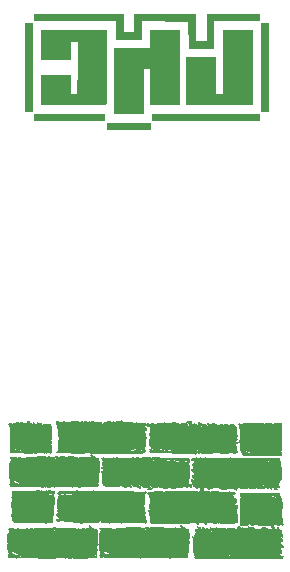
<source format=gbr>
G04 #@! TF.GenerationSoftware,KiCad,Pcbnew,5.1.5+dfsg1-2build2*
G04 #@! TF.CreationDate,2020-09-11T18:15:35+01:00*
G04 #@! TF.ProjectId,lhc_tijolo32_board,6c68635f-7469-46a6-9f6c-6f33325f626f,rev?*
G04 #@! TF.SameCoordinates,Original*
G04 #@! TF.FileFunction,Legend,Bot*
G04 #@! TF.FilePolarity,Positive*
%FSLAX46Y46*%
G04 Gerber Fmt 4.6, Leading zero omitted, Abs format (unit mm)*
G04 Created by KiCad (PCBNEW 5.1.5+dfsg1-2build2) date 2020-09-11 18:15:35*
%MOMM*%
%LPD*%
G04 APERTURE LIST*
%ADD10C,0.010000*%
G04 APERTURE END LIST*
D10*
G36*
X115922778Y-97924055D02*
G01*
X115929834Y-97931111D01*
X115936889Y-97924055D01*
X115929834Y-97917000D01*
X115922778Y-97924055D01*
G37*
X115922778Y-97924055D02*
X115929834Y-97931111D01*
X115936889Y-97924055D01*
X115929834Y-97917000D01*
X115922778Y-97924055D01*
G36*
X113481556Y-97980500D02*
G01*
X113488612Y-97987555D01*
X113495667Y-97980500D01*
X113488612Y-97973444D01*
X113481556Y-97980500D01*
G37*
X113481556Y-97980500D02*
X113488612Y-97987555D01*
X113495667Y-97980500D01*
X113488612Y-97973444D01*
X113481556Y-97980500D01*
G36*
X121375410Y-95253750D02*
G01*
X121372576Y-95272244D01*
X121363617Y-95294473D01*
X121328478Y-95311088D01*
X121268701Y-95321749D01*
X121185833Y-95326116D01*
X121129482Y-95325675D01*
X121062559Y-95324435D01*
X121017023Y-95325518D01*
X120986067Y-95330039D01*
X120962880Y-95339115D01*
X120940654Y-95353859D01*
X120936011Y-95357369D01*
X120889560Y-95392798D01*
X120848741Y-95363732D01*
X120813711Y-95343256D01*
X120779297Y-95336242D01*
X120736407Y-95342349D01*
X120686402Y-95357633D01*
X120636692Y-95371219D01*
X120597280Y-95371933D01*
X120567472Y-95365051D01*
X120471733Y-95340628D01*
X120382703Y-95328963D01*
X120287757Y-95328941D01*
X120219612Y-95334365D01*
X120137464Y-95343132D01*
X120078660Y-95350907D01*
X120038412Y-95358985D01*
X120011935Y-95368660D01*
X119994442Y-95381228D01*
X119981146Y-95397981D01*
X119980435Y-95399059D01*
X119957493Y-95424054D01*
X119937064Y-95433444D01*
X119918640Y-95444747D01*
X119916223Y-95454611D01*
X119905354Y-95473328D01*
X119895889Y-95475777D01*
X119871227Y-95484323D01*
X119869013Y-95505432D01*
X119882217Y-95524422D01*
X119896877Y-95546384D01*
X119888401Y-95567008D01*
X119887674Y-95567893D01*
X119859928Y-95588782D01*
X119829049Y-95586152D01*
X119793105Y-95559021D01*
X119750162Y-95506409D01*
X119741121Y-95493551D01*
X119709186Y-95446219D01*
X119691881Y-95416199D01*
X119687195Y-95398007D01*
X119693118Y-95386159D01*
X119699755Y-95380662D01*
X119714041Y-95366475D01*
X119706986Y-95362279D01*
X119683366Y-95367375D01*
X119647960Y-95381065D01*
X119626430Y-95391373D01*
X119586059Y-95408745D01*
X119556191Y-95411258D01*
X119532533Y-95404107D01*
X119491411Y-95395700D01*
X119443186Y-95397059D01*
X119440148Y-95397540D01*
X119390366Y-95399489D01*
X119345354Y-95391125D01*
X119344090Y-95390650D01*
X119303226Y-95377586D01*
X119252838Y-95364855D01*
X119238889Y-95361906D01*
X119152801Y-95344820D01*
X119088601Y-95332801D01*
X119040489Y-95325471D01*
X119002661Y-95322450D01*
X118969316Y-95323360D01*
X118934651Y-95327820D01*
X118892865Y-95335453D01*
X118877985Y-95338322D01*
X118812771Y-95349577D01*
X118768090Y-95353586D01*
X118737278Y-95350649D01*
X118722017Y-95345382D01*
X118689630Y-95336979D01*
X118676962Y-95343074D01*
X118657667Y-95348767D01*
X118611666Y-95349714D01*
X118540075Y-95345913D01*
X118507812Y-95343344D01*
X118422638Y-95337528D01*
X118358415Y-95336837D01*
X118308323Y-95341389D01*
X118279834Y-95347285D01*
X118235266Y-95356723D01*
X118203025Y-95355687D01*
X118168740Y-95342842D01*
X118154223Y-95335630D01*
X118094232Y-95311623D01*
X118045967Y-95308463D01*
X118014559Y-95318823D01*
X117949584Y-95344693D01*
X117891282Y-95354923D01*
X117851389Y-95349706D01*
X117823789Y-95344404D01*
X117775485Y-95339974D01*
X117713318Y-95336565D01*
X117644132Y-95334323D01*
X117574771Y-95333396D01*
X117512077Y-95333931D01*
X117462893Y-95336077D01*
X117434064Y-95339979D01*
X117432039Y-95340675D01*
X117406006Y-95341698D01*
X117366653Y-95333656D01*
X117351054Y-95328688D01*
X117282074Y-95317518D01*
X117217005Y-95331778D01*
X117182260Y-95352499D01*
X117160472Y-95359450D01*
X117118680Y-95365425D01*
X117065100Y-95369324D01*
X117053379Y-95369768D01*
X116998604Y-95372662D01*
X116954130Y-95377136D01*
X116928067Y-95382323D01*
X116925696Y-95383419D01*
X116902665Y-95383959D01*
X116887936Y-95375794D01*
X116844016Y-95355007D01*
X116783884Y-95347712D01*
X116716615Y-95354869D01*
X116708295Y-95356794D01*
X116666266Y-95358754D01*
X116617365Y-95349750D01*
X116612900Y-95348341D01*
X116571818Y-95337788D01*
X116542319Y-95340106D01*
X116522355Y-95348855D01*
X116496640Y-95368636D01*
X116487223Y-95386440D01*
X116475712Y-95399616D01*
X116450001Y-95405071D01*
X116423320Y-95401716D01*
X116410620Y-95392741D01*
X116391609Y-95382076D01*
X116352663Y-95371326D01*
X116302034Y-95361815D01*
X116247973Y-95354867D01*
X116198733Y-95351806D01*
X116165605Y-95353430D01*
X116111371Y-95352690D01*
X116085887Y-95341028D01*
X116053727Y-95327392D01*
X116010634Y-95320696D01*
X116004074Y-95320555D01*
X115950858Y-95332452D01*
X115908571Y-95363962D01*
X115883985Y-95408814D01*
X115880445Y-95435013D01*
X115889248Y-95467949D01*
X115911311Y-95506831D01*
X115940116Y-95543102D01*
X115969146Y-95568203D01*
X115986717Y-95574555D01*
X116006781Y-95584844D01*
X116033112Y-95610356D01*
X116039577Y-95618226D01*
X116061218Y-95650132D01*
X116066017Y-95676300D01*
X116057326Y-95709685D01*
X116044243Y-95743710D01*
X116033713Y-95764460D01*
X116032689Y-95765681D01*
X116028100Y-95786131D01*
X116030959Y-95822166D01*
X116039227Y-95862792D01*
X116050867Y-95897014D01*
X116059615Y-95910963D01*
X116072152Y-95939311D01*
X116070802Y-95956006D01*
X116070738Y-95985132D01*
X116080887Y-96024722D01*
X116084434Y-96033854D01*
X116099654Y-96070782D01*
X116103784Y-96088934D01*
X116095760Y-96095914D01*
X116075300Y-96099213D01*
X116055075Y-96106715D01*
X116046413Y-96126768D01*
X116045073Y-96160166D01*
X116047401Y-96201908D01*
X116052274Y-96233558D01*
X116053556Y-96237777D01*
X116065935Y-96281240D01*
X116079147Y-96343471D01*
X116091481Y-96415132D01*
X116101226Y-96486883D01*
X116103963Y-96512944D01*
X116118948Y-96599556D01*
X116144937Y-96665282D01*
X116145659Y-96666515D01*
X116161366Y-96703204D01*
X116176212Y-96754943D01*
X116188807Y-96813798D01*
X116197759Y-96871834D01*
X116201676Y-96921116D01*
X116199167Y-96953711D01*
X116196962Y-96959034D01*
X116181301Y-96961111D01*
X116153819Y-96942636D01*
X116151848Y-96940866D01*
X116131086Y-96923962D01*
X116124755Y-96923124D01*
X116126014Y-96925802D01*
X116125440Y-96948598D01*
X116114178Y-96965616D01*
X116094875Y-97003946D01*
X116095882Y-97056300D01*
X116105715Y-97090164D01*
X116112014Y-97119643D01*
X116099591Y-97137246D01*
X116095132Y-97140042D01*
X116082621Y-97151330D01*
X116088584Y-97154570D01*
X116098595Y-97167113D01*
X116104761Y-97197149D01*
X116106603Y-97234152D01*
X116103642Y-97267596D01*
X116095401Y-97286953D01*
X116094621Y-97287504D01*
X116086867Y-97306678D01*
X116086024Y-97343908D01*
X116091081Y-97390160D01*
X116101033Y-97436404D01*
X116114871Y-97473604D01*
X116115522Y-97474833D01*
X116130745Y-97506231D01*
X116131587Y-97525521D01*
X116117917Y-97544957D01*
X116114724Y-97548514D01*
X116101239Y-97566061D01*
X116098104Y-97582994D01*
X116107418Y-97605283D01*
X116131282Y-97638900D01*
X116158681Y-97673505D01*
X116188984Y-97717978D01*
X116196558Y-97747278D01*
X116181325Y-97760847D01*
X116171049Y-97761777D01*
X116148075Y-97753163D01*
X116120334Y-97733555D01*
X116092156Y-97711553D01*
X116077359Y-97710284D01*
X116071715Y-97732467D01*
X116070945Y-97765287D01*
X116069969Y-97801149D01*
X116062388Y-97817166D01*
X116041220Y-97817570D01*
X116001760Y-97807236D01*
X115985287Y-97805357D01*
X115979675Y-97816770D01*
X115982663Y-97847952D01*
X115984172Y-97857616D01*
X115987830Y-97897587D01*
X115980902Y-97919900D01*
X115968690Y-97929952D01*
X115961727Y-97939265D01*
X115975332Y-97944337D01*
X116002186Y-97945264D01*
X116034968Y-97942144D01*
X116066359Y-97935072D01*
X116082456Y-97928454D01*
X116110405Y-97921169D01*
X116156849Y-97916680D01*
X116213698Y-97914908D01*
X116272861Y-97915779D01*
X116326251Y-97919214D01*
X116365777Y-97925139D01*
X116381598Y-97931284D01*
X116404172Y-97935154D01*
X116413728Y-97928406D01*
X116433184Y-97919717D01*
X116466682Y-97923785D01*
X116486705Y-97929288D01*
X116522096Y-97934878D01*
X116578171Y-97938198D01*
X116647496Y-97939363D01*
X116722632Y-97938487D01*
X116796144Y-97935683D01*
X116860596Y-97931067D01*
X116908551Y-97924752D01*
X116918091Y-97922674D01*
X116946599Y-97923142D01*
X116991318Y-97931816D01*
X117037941Y-97945352D01*
X117062336Y-97953194D01*
X117086308Y-97959527D01*
X117113021Y-97964492D01*
X117145638Y-97968232D01*
X117187324Y-97970888D01*
X117241242Y-97972603D01*
X117310554Y-97973519D01*
X117398425Y-97973776D01*
X117508019Y-97973518D01*
X117642498Y-97972887D01*
X117650594Y-97972844D01*
X117773203Y-97972276D01*
X117890139Y-97971872D01*
X117997610Y-97971637D01*
X118091826Y-97971572D01*
X118168995Y-97971682D01*
X118225327Y-97971968D01*
X118256046Y-97972404D01*
X118310584Y-97971059D01*
X118361041Y-97965120D01*
X118384277Y-97959627D01*
X118417901Y-97953369D01*
X118469046Y-97951842D01*
X118541453Y-97955061D01*
X118612175Y-97960619D01*
X118690056Y-97966265D01*
X118786580Y-97971403D01*
X118892168Y-97975625D01*
X118997244Y-97978526D01*
X119056015Y-97979462D01*
X119139689Y-97980812D01*
X119213900Y-97982888D01*
X119273924Y-97985486D01*
X119315037Y-97988403D01*
X119332390Y-97991349D01*
X119349663Y-97993869D01*
X119391634Y-97996700D01*
X119454780Y-97999702D01*
X119535582Y-98002735D01*
X119630519Y-98005660D01*
X119736068Y-98008337D01*
X119790431Y-98009513D01*
X119942808Y-98012585D01*
X120070697Y-98015027D01*
X120177826Y-98016837D01*
X120267921Y-98018013D01*
X120344710Y-98018553D01*
X120411920Y-98018453D01*
X120473278Y-98017712D01*
X120532513Y-98016328D01*
X120593350Y-98014297D01*
X120659517Y-98011618D01*
X120720556Y-98008928D01*
X120872063Y-98002774D01*
X121001771Y-97999043D01*
X121115991Y-97997656D01*
X121221034Y-97998535D01*
X121320278Y-98001484D01*
X121386532Y-98001632D01*
X121453333Y-97997770D01*
X121506618Y-97990725D01*
X121508229Y-97990398D01*
X121556370Y-97982765D01*
X121597504Y-97983823D01*
X121645257Y-97994563D01*
X121670506Y-98002180D01*
X121776493Y-98025208D01*
X121869302Y-98023808D01*
X121912945Y-98013153D01*
X121938090Y-98009569D01*
X121989800Y-98006483D01*
X122066423Y-98003931D01*
X122166307Y-98001944D01*
X122287799Y-98000556D01*
X122429246Y-97999800D01*
X122583223Y-97999701D01*
X123211167Y-98000557D01*
X123300026Y-97955842D01*
X123362159Y-97918853D01*
X123405662Y-97880921D01*
X123416442Y-97866536D01*
X123437811Y-97823290D01*
X123442851Y-97791740D01*
X123434313Y-97780723D01*
X123261580Y-97780723D01*
X123259126Y-97784667D01*
X123234450Y-97796291D01*
X123188016Y-97802643D01*
X123125814Y-97803601D01*
X123053835Y-97799044D01*
X122986402Y-97790248D01*
X122926905Y-97776310D01*
X122908638Y-97767059D01*
X122832748Y-97767059D01*
X122822274Y-97779984D01*
X122815417Y-97785156D01*
X122774216Y-97800731D01*
X122718921Y-97802510D01*
X122660235Y-97790168D01*
X122659412Y-97789884D01*
X122620898Y-97783417D01*
X122567002Y-97787124D01*
X122519723Y-97795292D01*
X122431363Y-97809453D01*
X122351929Y-97815703D01*
X122287239Y-97813893D01*
X122243110Y-97803876D01*
X122240101Y-97802442D01*
X122209239Y-97782168D01*
X122203168Y-97777058D01*
X118864494Y-97777058D01*
X118848486Y-97788965D01*
X118811699Y-97798790D01*
X118761114Y-97797545D01*
X118708078Y-97786972D01*
X118663940Y-97768815D01*
X118649806Y-97758451D01*
X118629706Y-97735868D01*
X118624728Y-97722158D01*
X118624939Y-97721913D01*
X118641531Y-97717933D01*
X118678139Y-97714253D01*
X118722742Y-97711850D01*
X118774793Y-97711395D01*
X118807682Y-97716050D01*
X118830311Y-97727943D01*
X118844040Y-97740889D01*
X118863788Y-97764029D01*
X118864494Y-97777058D01*
X122203168Y-97777058D01*
X122186225Y-97762800D01*
X119203114Y-97762800D01*
X119187620Y-97775358D01*
X119180935Y-97775888D01*
X119163183Y-97766181D01*
X119160230Y-97763430D01*
X119061508Y-97763430D01*
X119060346Y-97766283D01*
X119033452Y-97775906D01*
X118994073Y-97772262D01*
X118953577Y-97757167D01*
X118937404Y-97746642D01*
X118906879Y-97715696D01*
X118902035Y-97692598D01*
X118922587Y-97679410D01*
X118946972Y-97677111D01*
X118994851Y-97688073D01*
X119031836Y-97716895D01*
X119053772Y-97744250D01*
X119061508Y-97763430D01*
X119160230Y-97763430D01*
X119137541Y-97742297D01*
X119132825Y-97737083D01*
X119104882Y-97697351D01*
X119099170Y-97671681D01*
X119111978Y-97663015D01*
X119139597Y-97674297D01*
X119174291Y-97704186D01*
X119198513Y-97737371D01*
X119203114Y-97762800D01*
X122186225Y-97762800D01*
X122174704Y-97753105D01*
X122142756Y-97721520D01*
X122119656Y-97693681D01*
X122111665Y-97675854D01*
X122112180Y-97674393D01*
X122128722Y-97669913D01*
X122166496Y-97668358D01*
X122218648Y-97669878D01*
X122243685Y-97671507D01*
X122304549Y-97675469D01*
X122344968Y-97675549D01*
X122372575Y-97670710D01*
X122395005Y-97659917D01*
X122410976Y-97648811D01*
X122452881Y-97626155D01*
X122493972Y-97624720D01*
X122496914Y-97625277D01*
X122542605Y-97626880D01*
X122579800Y-97619745D01*
X122623170Y-97617073D01*
X122677246Y-97630939D01*
X122733243Y-97657472D01*
X122782374Y-97692802D01*
X122807531Y-97720083D01*
X122828205Y-97750152D01*
X122832748Y-97767059D01*
X122908638Y-97767059D01*
X122883316Y-97754236D01*
X122855874Y-97731117D01*
X122827933Y-97701917D01*
X122811161Y-97680299D01*
X122809000Y-97675006D01*
X122821541Y-97664161D01*
X122853257Y-97652440D01*
X122895287Y-97642213D01*
X122938771Y-97635851D01*
X122959082Y-97634856D01*
X123005000Y-97641703D01*
X123043749Y-97655857D01*
X123088612Y-97671489D01*
X123129537Y-97677024D01*
X123166653Y-97684793D01*
X123204860Y-97704400D01*
X123237712Y-97730493D01*
X123258767Y-97757718D01*
X123261580Y-97780723D01*
X123434313Y-97780723D01*
X123431096Y-97776572D01*
X123425474Y-97775888D01*
X123404389Y-97766405D01*
X123375643Y-97742940D01*
X123369029Y-97736311D01*
X123340157Y-97690996D01*
X123330536Y-97640989D01*
X123340781Y-97595284D01*
X123357857Y-97572614D01*
X123382368Y-97535251D01*
X123398562Y-97479437D01*
X123403488Y-97430166D01*
X123408843Y-97375369D01*
X123421545Y-97346959D01*
X123438459Y-97344128D01*
X123453152Y-97344807D01*
X123451456Y-97325690D01*
X123450469Y-97322482D01*
X123448507Y-97295377D01*
X123455187Y-97283766D01*
X123468583Y-97261311D01*
X123473293Y-97223666D01*
X123468895Y-97182625D01*
X123459729Y-97157371D01*
X123449275Y-97130682D01*
X123457904Y-97113248D01*
X123466208Y-97106595D01*
X123482371Y-97087074D01*
X123482365Y-97075328D01*
X123481563Y-97053100D01*
X123486458Y-97041910D01*
X123491319Y-97016854D01*
X123487299Y-97007306D01*
X123476726Y-96983620D01*
X123468554Y-96950388D01*
X123457755Y-96906519D01*
X123442090Y-96861054D01*
X123430775Y-96828219D01*
X123433123Y-96809591D01*
X123447313Y-96796158D01*
X123463198Y-96778591D01*
X123462928Y-96769409D01*
X123466012Y-96757988D01*
X123477259Y-96751655D01*
X123493847Y-96734051D01*
X123500246Y-96695163D01*
X123500445Y-96683408D01*
X123495126Y-96636459D01*
X123474854Y-96600898D01*
X123459253Y-96584593D01*
X123427086Y-96545655D01*
X123409045Y-96507147D01*
X123407514Y-96476062D01*
X123417580Y-96462441D01*
X123427926Y-96448418D01*
X123418225Y-96431225D01*
X123409273Y-96410475D01*
X123422660Y-96393144D01*
X123440055Y-96370455D01*
X123439986Y-96342003D01*
X123421308Y-96303115D01*
X123389436Y-96257693D01*
X123360178Y-96217490D01*
X123346219Y-96191327D01*
X123344958Y-96171422D01*
X123353610Y-96150354D01*
X123392178Y-96103070D01*
X123444658Y-96080159D01*
X123489862Y-96079284D01*
X123528756Y-96079753D01*
X123542044Y-96068882D01*
X123529530Y-96046867D01*
X123525845Y-96043044D01*
X123516316Y-96023540D01*
X123525354Y-96009668D01*
X123533584Y-95991720D01*
X123521613Y-95977918D01*
X123507164Y-95954660D01*
X123497175Y-95916708D01*
X123496086Y-95907935D01*
X123488180Y-95868822D01*
X123469377Y-95846308D01*
X123447310Y-95834998D01*
X123417182Y-95814493D01*
X123377749Y-95777306D01*
X123335156Y-95730376D01*
X123295543Y-95680643D01*
X123265052Y-95635045D01*
X123257033Y-95620033D01*
X123248086Y-95586069D01*
X123261610Y-95568794D01*
X123297160Y-95568426D01*
X123339410Y-95579851D01*
X123383647Y-95597478D01*
X123419127Y-95616039D01*
X123429471Y-95623565D01*
X123463388Y-95643998D01*
X123496477Y-95648453D01*
X123519972Y-95636935D01*
X123525670Y-95623512D01*
X123521923Y-95589036D01*
X123506505Y-95543603D01*
X123484234Y-95497628D01*
X123459928Y-95461526D01*
X123444351Y-95447743D01*
X123387804Y-95432410D01*
X123328521Y-95441309D01*
X123275449Y-95472982D01*
X123272446Y-95475777D01*
X123244829Y-95501759D01*
X123225216Y-95513852D01*
X123203352Y-95513727D01*
X123168981Y-95503053D01*
X123148668Y-95495937D01*
X123097141Y-95482603D01*
X123049665Y-95483740D01*
X123021668Y-95489348D01*
X122968405Y-95494987D01*
X122903717Y-95491986D01*
X122836745Y-95481878D01*
X122776632Y-95466192D01*
X122732519Y-95446459D01*
X122723056Y-95439343D01*
X122700757Y-95423640D01*
X122676900Y-95422400D01*
X122645017Y-95432139D01*
X122580552Y-95445864D01*
X122496467Y-95446888D01*
X122390170Y-95435212D01*
X122371556Y-95432268D01*
X122307727Y-95423180D01*
X122240801Y-95415724D01*
X122202223Y-95412629D01*
X122132281Y-95407123D01*
X122062711Y-95399357D01*
X122000290Y-95390326D01*
X121951799Y-95381022D01*
X121924016Y-95372439D01*
X121922639Y-95371660D01*
X121897644Y-95371454D01*
X121875697Y-95385838D01*
X121854563Y-95402096D01*
X121835861Y-95402824D01*
X121806728Y-95388275D01*
X121804887Y-95387220D01*
X121765732Y-95372303D01*
X121709786Y-95364567D01*
X121651604Y-95362888D01*
X121595292Y-95362267D01*
X121557836Y-95358401D01*
X121529872Y-95348289D01*
X121502034Y-95328929D01*
X121475500Y-95306444D01*
X121429051Y-95270444D01*
X121394877Y-95252611D01*
X121375410Y-95253750D01*
G37*
X121375410Y-95253750D02*
X121372576Y-95272244D01*
X121363617Y-95294473D01*
X121328478Y-95311088D01*
X121268701Y-95321749D01*
X121185833Y-95326116D01*
X121129482Y-95325675D01*
X121062559Y-95324435D01*
X121017023Y-95325518D01*
X120986067Y-95330039D01*
X120962880Y-95339115D01*
X120940654Y-95353859D01*
X120936011Y-95357369D01*
X120889560Y-95392798D01*
X120848741Y-95363732D01*
X120813711Y-95343256D01*
X120779297Y-95336242D01*
X120736407Y-95342349D01*
X120686402Y-95357633D01*
X120636692Y-95371219D01*
X120597280Y-95371933D01*
X120567472Y-95365051D01*
X120471733Y-95340628D01*
X120382703Y-95328963D01*
X120287757Y-95328941D01*
X120219612Y-95334365D01*
X120137464Y-95343132D01*
X120078660Y-95350907D01*
X120038412Y-95358985D01*
X120011935Y-95368660D01*
X119994442Y-95381228D01*
X119981146Y-95397981D01*
X119980435Y-95399059D01*
X119957493Y-95424054D01*
X119937064Y-95433444D01*
X119918640Y-95444747D01*
X119916223Y-95454611D01*
X119905354Y-95473328D01*
X119895889Y-95475777D01*
X119871227Y-95484323D01*
X119869013Y-95505432D01*
X119882217Y-95524422D01*
X119896877Y-95546384D01*
X119888401Y-95567008D01*
X119887674Y-95567893D01*
X119859928Y-95588782D01*
X119829049Y-95586152D01*
X119793105Y-95559021D01*
X119750162Y-95506409D01*
X119741121Y-95493551D01*
X119709186Y-95446219D01*
X119691881Y-95416199D01*
X119687195Y-95398007D01*
X119693118Y-95386159D01*
X119699755Y-95380662D01*
X119714041Y-95366475D01*
X119706986Y-95362279D01*
X119683366Y-95367375D01*
X119647960Y-95381065D01*
X119626430Y-95391373D01*
X119586059Y-95408745D01*
X119556191Y-95411258D01*
X119532533Y-95404107D01*
X119491411Y-95395700D01*
X119443186Y-95397059D01*
X119440148Y-95397540D01*
X119390366Y-95399489D01*
X119345354Y-95391125D01*
X119344090Y-95390650D01*
X119303226Y-95377586D01*
X119252838Y-95364855D01*
X119238889Y-95361906D01*
X119152801Y-95344820D01*
X119088601Y-95332801D01*
X119040489Y-95325471D01*
X119002661Y-95322450D01*
X118969316Y-95323360D01*
X118934651Y-95327820D01*
X118892865Y-95335453D01*
X118877985Y-95338322D01*
X118812771Y-95349577D01*
X118768090Y-95353586D01*
X118737278Y-95350649D01*
X118722017Y-95345382D01*
X118689630Y-95336979D01*
X118676962Y-95343074D01*
X118657667Y-95348767D01*
X118611666Y-95349714D01*
X118540075Y-95345913D01*
X118507812Y-95343344D01*
X118422638Y-95337528D01*
X118358415Y-95336837D01*
X118308323Y-95341389D01*
X118279834Y-95347285D01*
X118235266Y-95356723D01*
X118203025Y-95355687D01*
X118168740Y-95342842D01*
X118154223Y-95335630D01*
X118094232Y-95311623D01*
X118045967Y-95308463D01*
X118014559Y-95318823D01*
X117949584Y-95344693D01*
X117891282Y-95354923D01*
X117851389Y-95349706D01*
X117823789Y-95344404D01*
X117775485Y-95339974D01*
X117713318Y-95336565D01*
X117644132Y-95334323D01*
X117574771Y-95333396D01*
X117512077Y-95333931D01*
X117462893Y-95336077D01*
X117434064Y-95339979D01*
X117432039Y-95340675D01*
X117406006Y-95341698D01*
X117366653Y-95333656D01*
X117351054Y-95328688D01*
X117282074Y-95317518D01*
X117217005Y-95331778D01*
X117182260Y-95352499D01*
X117160472Y-95359450D01*
X117118680Y-95365425D01*
X117065100Y-95369324D01*
X117053379Y-95369768D01*
X116998604Y-95372662D01*
X116954130Y-95377136D01*
X116928067Y-95382323D01*
X116925696Y-95383419D01*
X116902665Y-95383959D01*
X116887936Y-95375794D01*
X116844016Y-95355007D01*
X116783884Y-95347712D01*
X116716615Y-95354869D01*
X116708295Y-95356794D01*
X116666266Y-95358754D01*
X116617365Y-95349750D01*
X116612900Y-95348341D01*
X116571818Y-95337788D01*
X116542319Y-95340106D01*
X116522355Y-95348855D01*
X116496640Y-95368636D01*
X116487223Y-95386440D01*
X116475712Y-95399616D01*
X116450001Y-95405071D01*
X116423320Y-95401716D01*
X116410620Y-95392741D01*
X116391609Y-95382076D01*
X116352663Y-95371326D01*
X116302034Y-95361815D01*
X116247973Y-95354867D01*
X116198733Y-95351806D01*
X116165605Y-95353430D01*
X116111371Y-95352690D01*
X116085887Y-95341028D01*
X116053727Y-95327392D01*
X116010634Y-95320696D01*
X116004074Y-95320555D01*
X115950858Y-95332452D01*
X115908571Y-95363962D01*
X115883985Y-95408814D01*
X115880445Y-95435013D01*
X115889248Y-95467949D01*
X115911311Y-95506831D01*
X115940116Y-95543102D01*
X115969146Y-95568203D01*
X115986717Y-95574555D01*
X116006781Y-95584844D01*
X116033112Y-95610356D01*
X116039577Y-95618226D01*
X116061218Y-95650132D01*
X116066017Y-95676300D01*
X116057326Y-95709685D01*
X116044243Y-95743710D01*
X116033713Y-95764460D01*
X116032689Y-95765681D01*
X116028100Y-95786131D01*
X116030959Y-95822166D01*
X116039227Y-95862792D01*
X116050867Y-95897014D01*
X116059615Y-95910963D01*
X116072152Y-95939311D01*
X116070802Y-95956006D01*
X116070738Y-95985132D01*
X116080887Y-96024722D01*
X116084434Y-96033854D01*
X116099654Y-96070782D01*
X116103784Y-96088934D01*
X116095760Y-96095914D01*
X116075300Y-96099213D01*
X116055075Y-96106715D01*
X116046413Y-96126768D01*
X116045073Y-96160166D01*
X116047401Y-96201908D01*
X116052274Y-96233558D01*
X116053556Y-96237777D01*
X116065935Y-96281240D01*
X116079147Y-96343471D01*
X116091481Y-96415132D01*
X116101226Y-96486883D01*
X116103963Y-96512944D01*
X116118948Y-96599556D01*
X116144937Y-96665282D01*
X116145659Y-96666515D01*
X116161366Y-96703204D01*
X116176212Y-96754943D01*
X116188807Y-96813798D01*
X116197759Y-96871834D01*
X116201676Y-96921116D01*
X116199167Y-96953711D01*
X116196962Y-96959034D01*
X116181301Y-96961111D01*
X116153819Y-96942636D01*
X116151848Y-96940866D01*
X116131086Y-96923962D01*
X116124755Y-96923124D01*
X116126014Y-96925802D01*
X116125440Y-96948598D01*
X116114178Y-96965616D01*
X116094875Y-97003946D01*
X116095882Y-97056300D01*
X116105715Y-97090164D01*
X116112014Y-97119643D01*
X116099591Y-97137246D01*
X116095132Y-97140042D01*
X116082621Y-97151330D01*
X116088584Y-97154570D01*
X116098595Y-97167113D01*
X116104761Y-97197149D01*
X116106603Y-97234152D01*
X116103642Y-97267596D01*
X116095401Y-97286953D01*
X116094621Y-97287504D01*
X116086867Y-97306678D01*
X116086024Y-97343908D01*
X116091081Y-97390160D01*
X116101033Y-97436404D01*
X116114871Y-97473604D01*
X116115522Y-97474833D01*
X116130745Y-97506231D01*
X116131587Y-97525521D01*
X116117917Y-97544957D01*
X116114724Y-97548514D01*
X116101239Y-97566061D01*
X116098104Y-97582994D01*
X116107418Y-97605283D01*
X116131282Y-97638900D01*
X116158681Y-97673505D01*
X116188984Y-97717978D01*
X116196558Y-97747278D01*
X116181325Y-97760847D01*
X116171049Y-97761777D01*
X116148075Y-97753163D01*
X116120334Y-97733555D01*
X116092156Y-97711553D01*
X116077359Y-97710284D01*
X116071715Y-97732467D01*
X116070945Y-97765287D01*
X116069969Y-97801149D01*
X116062388Y-97817166D01*
X116041220Y-97817570D01*
X116001760Y-97807236D01*
X115985287Y-97805357D01*
X115979675Y-97816770D01*
X115982663Y-97847952D01*
X115984172Y-97857616D01*
X115987830Y-97897587D01*
X115980902Y-97919900D01*
X115968690Y-97929952D01*
X115961727Y-97939265D01*
X115975332Y-97944337D01*
X116002186Y-97945264D01*
X116034968Y-97942144D01*
X116066359Y-97935072D01*
X116082456Y-97928454D01*
X116110405Y-97921169D01*
X116156849Y-97916680D01*
X116213698Y-97914908D01*
X116272861Y-97915779D01*
X116326251Y-97919214D01*
X116365777Y-97925139D01*
X116381598Y-97931284D01*
X116404172Y-97935154D01*
X116413728Y-97928406D01*
X116433184Y-97919717D01*
X116466682Y-97923785D01*
X116486705Y-97929288D01*
X116522096Y-97934878D01*
X116578171Y-97938198D01*
X116647496Y-97939363D01*
X116722632Y-97938487D01*
X116796144Y-97935683D01*
X116860596Y-97931067D01*
X116908551Y-97924752D01*
X116918091Y-97922674D01*
X116946599Y-97923142D01*
X116991318Y-97931816D01*
X117037941Y-97945352D01*
X117062336Y-97953194D01*
X117086308Y-97959527D01*
X117113021Y-97964492D01*
X117145638Y-97968232D01*
X117187324Y-97970888D01*
X117241242Y-97972603D01*
X117310554Y-97973519D01*
X117398425Y-97973776D01*
X117508019Y-97973518D01*
X117642498Y-97972887D01*
X117650594Y-97972844D01*
X117773203Y-97972276D01*
X117890139Y-97971872D01*
X117997610Y-97971637D01*
X118091826Y-97971572D01*
X118168995Y-97971682D01*
X118225327Y-97971968D01*
X118256046Y-97972404D01*
X118310584Y-97971059D01*
X118361041Y-97965120D01*
X118384277Y-97959627D01*
X118417901Y-97953369D01*
X118469046Y-97951842D01*
X118541453Y-97955061D01*
X118612175Y-97960619D01*
X118690056Y-97966265D01*
X118786580Y-97971403D01*
X118892168Y-97975625D01*
X118997244Y-97978526D01*
X119056015Y-97979462D01*
X119139689Y-97980812D01*
X119213900Y-97982888D01*
X119273924Y-97985486D01*
X119315037Y-97988403D01*
X119332390Y-97991349D01*
X119349663Y-97993869D01*
X119391634Y-97996700D01*
X119454780Y-97999702D01*
X119535582Y-98002735D01*
X119630519Y-98005660D01*
X119736068Y-98008337D01*
X119790431Y-98009513D01*
X119942808Y-98012585D01*
X120070697Y-98015027D01*
X120177826Y-98016837D01*
X120267921Y-98018013D01*
X120344710Y-98018553D01*
X120411920Y-98018453D01*
X120473278Y-98017712D01*
X120532513Y-98016328D01*
X120593350Y-98014297D01*
X120659517Y-98011618D01*
X120720556Y-98008928D01*
X120872063Y-98002774D01*
X121001771Y-97999043D01*
X121115991Y-97997656D01*
X121221034Y-97998535D01*
X121320278Y-98001484D01*
X121386532Y-98001632D01*
X121453333Y-97997770D01*
X121506618Y-97990725D01*
X121508229Y-97990398D01*
X121556370Y-97982765D01*
X121597504Y-97983823D01*
X121645257Y-97994563D01*
X121670506Y-98002180D01*
X121776493Y-98025208D01*
X121869302Y-98023808D01*
X121912945Y-98013153D01*
X121938090Y-98009569D01*
X121989800Y-98006483D01*
X122066423Y-98003931D01*
X122166307Y-98001944D01*
X122287799Y-98000556D01*
X122429246Y-97999800D01*
X122583223Y-97999701D01*
X123211167Y-98000557D01*
X123300026Y-97955842D01*
X123362159Y-97918853D01*
X123405662Y-97880921D01*
X123416442Y-97866536D01*
X123437811Y-97823290D01*
X123442851Y-97791740D01*
X123434313Y-97780723D01*
X123261580Y-97780723D01*
X123259126Y-97784667D01*
X123234450Y-97796291D01*
X123188016Y-97802643D01*
X123125814Y-97803601D01*
X123053835Y-97799044D01*
X122986402Y-97790248D01*
X122926905Y-97776310D01*
X122908638Y-97767059D01*
X122832748Y-97767059D01*
X122822274Y-97779984D01*
X122815417Y-97785156D01*
X122774216Y-97800731D01*
X122718921Y-97802510D01*
X122660235Y-97790168D01*
X122659412Y-97789884D01*
X122620898Y-97783417D01*
X122567002Y-97787124D01*
X122519723Y-97795292D01*
X122431363Y-97809453D01*
X122351929Y-97815703D01*
X122287239Y-97813893D01*
X122243110Y-97803876D01*
X122240101Y-97802442D01*
X122209239Y-97782168D01*
X122203168Y-97777058D01*
X118864494Y-97777058D01*
X118848486Y-97788965D01*
X118811699Y-97798790D01*
X118761114Y-97797545D01*
X118708078Y-97786972D01*
X118663940Y-97768815D01*
X118649806Y-97758451D01*
X118629706Y-97735868D01*
X118624728Y-97722158D01*
X118624939Y-97721913D01*
X118641531Y-97717933D01*
X118678139Y-97714253D01*
X118722742Y-97711850D01*
X118774793Y-97711395D01*
X118807682Y-97716050D01*
X118830311Y-97727943D01*
X118844040Y-97740889D01*
X118863788Y-97764029D01*
X118864494Y-97777058D01*
X122203168Y-97777058D01*
X122186225Y-97762800D01*
X119203114Y-97762800D01*
X119187620Y-97775358D01*
X119180935Y-97775888D01*
X119163183Y-97766181D01*
X119160230Y-97763430D01*
X119061508Y-97763430D01*
X119060346Y-97766283D01*
X119033452Y-97775906D01*
X118994073Y-97772262D01*
X118953577Y-97757167D01*
X118937404Y-97746642D01*
X118906879Y-97715696D01*
X118902035Y-97692598D01*
X118922587Y-97679410D01*
X118946972Y-97677111D01*
X118994851Y-97688073D01*
X119031836Y-97716895D01*
X119053772Y-97744250D01*
X119061508Y-97763430D01*
X119160230Y-97763430D01*
X119137541Y-97742297D01*
X119132825Y-97737083D01*
X119104882Y-97697351D01*
X119099170Y-97671681D01*
X119111978Y-97663015D01*
X119139597Y-97674297D01*
X119174291Y-97704186D01*
X119198513Y-97737371D01*
X119203114Y-97762800D01*
X122186225Y-97762800D01*
X122174704Y-97753105D01*
X122142756Y-97721520D01*
X122119656Y-97693681D01*
X122111665Y-97675854D01*
X122112180Y-97674393D01*
X122128722Y-97669913D01*
X122166496Y-97668358D01*
X122218648Y-97669878D01*
X122243685Y-97671507D01*
X122304549Y-97675469D01*
X122344968Y-97675549D01*
X122372575Y-97670710D01*
X122395005Y-97659917D01*
X122410976Y-97648811D01*
X122452881Y-97626155D01*
X122493972Y-97624720D01*
X122496914Y-97625277D01*
X122542605Y-97626880D01*
X122579800Y-97619745D01*
X122623170Y-97617073D01*
X122677246Y-97630939D01*
X122733243Y-97657472D01*
X122782374Y-97692802D01*
X122807531Y-97720083D01*
X122828205Y-97750152D01*
X122832748Y-97767059D01*
X122908638Y-97767059D01*
X122883316Y-97754236D01*
X122855874Y-97731117D01*
X122827933Y-97701917D01*
X122811161Y-97680299D01*
X122809000Y-97675006D01*
X122821541Y-97664161D01*
X122853257Y-97652440D01*
X122895287Y-97642213D01*
X122938771Y-97635851D01*
X122959082Y-97634856D01*
X123005000Y-97641703D01*
X123043749Y-97655857D01*
X123088612Y-97671489D01*
X123129537Y-97677024D01*
X123166653Y-97684793D01*
X123204860Y-97704400D01*
X123237712Y-97730493D01*
X123258767Y-97757718D01*
X123261580Y-97780723D01*
X123434313Y-97780723D01*
X123431096Y-97776572D01*
X123425474Y-97775888D01*
X123404389Y-97766405D01*
X123375643Y-97742940D01*
X123369029Y-97736311D01*
X123340157Y-97690996D01*
X123330536Y-97640989D01*
X123340781Y-97595284D01*
X123357857Y-97572614D01*
X123382368Y-97535251D01*
X123398562Y-97479437D01*
X123403488Y-97430166D01*
X123408843Y-97375369D01*
X123421545Y-97346959D01*
X123438459Y-97344128D01*
X123453152Y-97344807D01*
X123451456Y-97325690D01*
X123450469Y-97322482D01*
X123448507Y-97295377D01*
X123455187Y-97283766D01*
X123468583Y-97261311D01*
X123473293Y-97223666D01*
X123468895Y-97182625D01*
X123459729Y-97157371D01*
X123449275Y-97130682D01*
X123457904Y-97113248D01*
X123466208Y-97106595D01*
X123482371Y-97087074D01*
X123482365Y-97075328D01*
X123481563Y-97053100D01*
X123486458Y-97041910D01*
X123491319Y-97016854D01*
X123487299Y-97007306D01*
X123476726Y-96983620D01*
X123468554Y-96950388D01*
X123457755Y-96906519D01*
X123442090Y-96861054D01*
X123430775Y-96828219D01*
X123433123Y-96809591D01*
X123447313Y-96796158D01*
X123463198Y-96778591D01*
X123462928Y-96769409D01*
X123466012Y-96757988D01*
X123477259Y-96751655D01*
X123493847Y-96734051D01*
X123500246Y-96695163D01*
X123500445Y-96683408D01*
X123495126Y-96636459D01*
X123474854Y-96600898D01*
X123459253Y-96584593D01*
X123427086Y-96545655D01*
X123409045Y-96507147D01*
X123407514Y-96476062D01*
X123417580Y-96462441D01*
X123427926Y-96448418D01*
X123418225Y-96431225D01*
X123409273Y-96410475D01*
X123422660Y-96393144D01*
X123440055Y-96370455D01*
X123439986Y-96342003D01*
X123421308Y-96303115D01*
X123389436Y-96257693D01*
X123360178Y-96217490D01*
X123346219Y-96191327D01*
X123344958Y-96171422D01*
X123353610Y-96150354D01*
X123392178Y-96103070D01*
X123444658Y-96080159D01*
X123489862Y-96079284D01*
X123528756Y-96079753D01*
X123542044Y-96068882D01*
X123529530Y-96046867D01*
X123525845Y-96043044D01*
X123516316Y-96023540D01*
X123525354Y-96009668D01*
X123533584Y-95991720D01*
X123521613Y-95977918D01*
X123507164Y-95954660D01*
X123497175Y-95916708D01*
X123496086Y-95907935D01*
X123488180Y-95868822D01*
X123469377Y-95846308D01*
X123447310Y-95834998D01*
X123417182Y-95814493D01*
X123377749Y-95777306D01*
X123335156Y-95730376D01*
X123295543Y-95680643D01*
X123265052Y-95635045D01*
X123257033Y-95620033D01*
X123248086Y-95586069D01*
X123261610Y-95568794D01*
X123297160Y-95568426D01*
X123339410Y-95579851D01*
X123383647Y-95597478D01*
X123419127Y-95616039D01*
X123429471Y-95623565D01*
X123463388Y-95643998D01*
X123496477Y-95648453D01*
X123519972Y-95636935D01*
X123525670Y-95623512D01*
X123521923Y-95589036D01*
X123506505Y-95543603D01*
X123484234Y-95497628D01*
X123459928Y-95461526D01*
X123444351Y-95447743D01*
X123387804Y-95432410D01*
X123328521Y-95441309D01*
X123275449Y-95472982D01*
X123272446Y-95475777D01*
X123244829Y-95501759D01*
X123225216Y-95513852D01*
X123203352Y-95513727D01*
X123168981Y-95503053D01*
X123148668Y-95495937D01*
X123097141Y-95482603D01*
X123049665Y-95483740D01*
X123021668Y-95489348D01*
X122968405Y-95494987D01*
X122903717Y-95491986D01*
X122836745Y-95481878D01*
X122776632Y-95466192D01*
X122732519Y-95446459D01*
X122723056Y-95439343D01*
X122700757Y-95423640D01*
X122676900Y-95422400D01*
X122645017Y-95432139D01*
X122580552Y-95445864D01*
X122496467Y-95446888D01*
X122390170Y-95435212D01*
X122371556Y-95432268D01*
X122307727Y-95423180D01*
X122240801Y-95415724D01*
X122202223Y-95412629D01*
X122132281Y-95407123D01*
X122062711Y-95399357D01*
X122000290Y-95390326D01*
X121951799Y-95381022D01*
X121924016Y-95372439D01*
X121922639Y-95371660D01*
X121897644Y-95371454D01*
X121875697Y-95385838D01*
X121854563Y-95402096D01*
X121835861Y-95402824D01*
X121806728Y-95388275D01*
X121804887Y-95387220D01*
X121765732Y-95372303D01*
X121709786Y-95364567D01*
X121651604Y-95362888D01*
X121595292Y-95362267D01*
X121557836Y-95358401D01*
X121529872Y-95348289D01*
X121502034Y-95328929D01*
X121475500Y-95306444D01*
X121429051Y-95270444D01*
X121394877Y-95252611D01*
X121375410Y-95253750D01*
G36*
X126703667Y-98022833D02*
G01*
X126710723Y-98029888D01*
X126717778Y-98022833D01*
X126710723Y-98015777D01*
X126703667Y-98022833D01*
G37*
X126703667Y-98022833D02*
X126710723Y-98029888D01*
X126717778Y-98022833D01*
X126710723Y-98015777D01*
X126703667Y-98022833D01*
G36*
X113547446Y-95284190D02*
G01*
X113547009Y-95285277D01*
X113527778Y-95303072D01*
X113511933Y-95306444D01*
X113486168Y-95319731D01*
X113465655Y-95356635D01*
X113452547Y-95412722D01*
X113450313Y-95433444D01*
X113446278Y-95482833D01*
X113357235Y-95477886D01*
X113301976Y-95476944D01*
X113266479Y-95482532D01*
X113242769Y-95495968D01*
X113241577Y-95497026D01*
X113221427Y-95512133D01*
X113203247Y-95511383D01*
X113175337Y-95494917D01*
X113110635Y-95453474D01*
X113061452Y-95425939D01*
X113020809Y-95409178D01*
X112981729Y-95400058D01*
X112957466Y-95397076D01*
X112906279Y-95401235D01*
X112873946Y-95420054D01*
X112845317Y-95436669D01*
X112807621Y-95441430D01*
X112755310Y-95434223D01*
X112686727Y-95416092D01*
X112649008Y-95407308D01*
X112628713Y-95410477D01*
X112621407Y-95418315D01*
X112610434Y-95429234D01*
X112603735Y-95417591D01*
X112595303Y-95407999D01*
X112575228Y-95407825D01*
X112537163Y-95417439D01*
X112520888Y-95422411D01*
X112450060Y-95437701D01*
X112387952Y-95438477D01*
X112387184Y-95438373D01*
X112350396Y-95435622D01*
X112324687Y-95443448D01*
X112298375Y-95466815D01*
X112284879Y-95481837D01*
X112258421Y-95514578D01*
X112242195Y-95539682D01*
X112239778Y-95546824D01*
X112230491Y-95560761D01*
X112207038Y-95558041D01*
X112176031Y-95541107D01*
X112144085Y-95512399D01*
X112142893Y-95511055D01*
X112103097Y-95473882D01*
X112071361Y-95463300D01*
X112046241Y-95479329D01*
X112029529Y-95512449D01*
X112011165Y-95563232D01*
X111966050Y-95519505D01*
X111928825Y-95486710D01*
X111904941Y-95475644D01*
X111892507Y-95487817D01*
X111889635Y-95524742D01*
X111893392Y-95577649D01*
X111902327Y-95648225D01*
X111913747Y-95694274D01*
X111929431Y-95719482D01*
X111951155Y-95727535D01*
X111965025Y-95726244D01*
X111993041Y-95728191D01*
X112011221Y-95751730D01*
X112013311Y-95756588D01*
X112020595Y-95793298D01*
X112023302Y-95854351D01*
X112021561Y-95936263D01*
X112015502Y-96035552D01*
X112005254Y-96148733D01*
X111995499Y-96235677D01*
X111985440Y-96334950D01*
X111982520Y-96407002D01*
X111986740Y-96451795D01*
X111987444Y-96454399D01*
X111995303Y-96497528D01*
X111998665Y-96549377D01*
X111998544Y-96562333D01*
X112000216Y-96613280D01*
X112006553Y-96674444D01*
X112012077Y-96709631D01*
X112020027Y-96763730D01*
X112020291Y-96795734D01*
X112013116Y-96803807D01*
X112001181Y-96790201D01*
X111991960Y-96787367D01*
X111984870Y-96810670D01*
X111980036Y-96858097D01*
X111977586Y-96927634D01*
X111977647Y-97017268D01*
X111980245Y-97122049D01*
X111984221Y-97216032D01*
X111989222Y-97287489D01*
X111995946Y-97342113D01*
X112005091Y-97385599D01*
X112017156Y-97423111D01*
X112043730Y-97492078D01*
X112064546Y-97539562D01*
X112083156Y-97570721D01*
X112103113Y-97590713D01*
X112127971Y-97604696D01*
X112147786Y-97612757D01*
X112192944Y-97635643D01*
X112218186Y-97664906D01*
X112224375Y-97679470D01*
X112233030Y-97717679D01*
X112228296Y-97738654D01*
X112211728Y-97738458D01*
X112203399Y-97732641D01*
X112173759Y-97723012D01*
X112135934Y-97725195D01*
X112102279Y-97728577D01*
X112083807Y-97717806D01*
X112070990Y-97692537D01*
X112051678Y-97657479D01*
X112027505Y-97627877D01*
X112004912Y-97610383D01*
X111991392Y-97610349D01*
X111989034Y-97627995D01*
X111992849Y-97662702D01*
X111996114Y-97679845D01*
X112002044Y-97739816D01*
X111995834Y-97781000D01*
X111991147Y-97829376D01*
X112012287Y-97867492D01*
X112058660Y-97895011D01*
X112129674Y-97911596D01*
X112224735Y-97916909D01*
X112234982Y-97916815D01*
X112281802Y-97917992D01*
X112316212Y-97922282D01*
X112329391Y-97927698D01*
X112346149Y-97932409D01*
X112382974Y-97933203D01*
X112431962Y-97929917D01*
X112432965Y-97929813D01*
X112482834Y-97925719D01*
X112521341Y-97924576D01*
X112540176Y-97926631D01*
X112540200Y-97926645D01*
X112557820Y-97929630D01*
X112597910Y-97932866D01*
X112654726Y-97935983D01*
X112722522Y-97938614D01*
X112730700Y-97938866D01*
X112861025Y-97943008D01*
X112966035Y-97946939D01*
X113048635Y-97950911D01*
X113111729Y-97955178D01*
X113158219Y-97959993D01*
X113191011Y-97965609D01*
X113213008Y-97972279D01*
X113227114Y-97980256D01*
X113229588Y-97982339D01*
X113252523Y-97997113D01*
X113265150Y-97996998D01*
X113282173Y-97996385D01*
X113291638Y-98002149D01*
X113309023Y-98006873D01*
X113317561Y-97993998D01*
X113335595Y-97978208D01*
X113354487Y-97980477D01*
X113377412Y-97981509D01*
X113382778Y-97967339D01*
X113392548Y-97949178D01*
X113413129Y-97946662D01*
X113431428Y-97960436D01*
X113433529Y-97964848D01*
X113442737Y-97976318D01*
X113461720Y-97973287D01*
X113484030Y-97963039D01*
X113513736Y-97950328D01*
X113532832Y-97953406D01*
X113553922Y-97975404D01*
X113558926Y-97981643D01*
X113585030Y-98007712D01*
X113615919Y-98019566D01*
X113656149Y-98022340D01*
X113694638Y-98020663D01*
X113718094Y-98015663D01*
X113721445Y-98012331D01*
X113732114Y-98002072D01*
X113756733Y-98002894D01*
X113784222Y-98012845D01*
X113801063Y-98026361D01*
X113815063Y-98043284D01*
X113815508Y-98037708D01*
X113811692Y-98026361D01*
X113812079Y-98005469D01*
X113822422Y-98001666D01*
X113842363Y-97990128D01*
X113855682Y-97969916D01*
X113880969Y-97944688D01*
X113925222Y-97939565D01*
X113961334Y-97946487D01*
X113979157Y-97940381D01*
X113986966Y-97913472D01*
X113993637Y-97885290D01*
X114002339Y-97874666D01*
X114015444Y-97886307D01*
X114030757Y-97913561D01*
X114042671Y-97944921D01*
X114046000Y-97964230D01*
X114057810Y-97993167D01*
X114086209Y-98006800D01*
X114103635Y-98005444D01*
X114125913Y-97991777D01*
X114130667Y-97980363D01*
X114142065Y-97959539D01*
X114170600Y-97952619D01*
X114207546Y-97961567D01*
X114246129Y-97969649D01*
X114267351Y-97965302D01*
X114293974Y-97959069D01*
X114338992Y-97954190D01*
X114391723Y-97951750D01*
X114448259Y-97949444D01*
X114498954Y-97945088D01*
X114530742Y-97940044D01*
X114570369Y-97937950D01*
X114590714Y-97946413D01*
X114606842Y-97955525D01*
X114610445Y-97945502D01*
X114623084Y-97935670D01*
X114656170Y-97930779D01*
X114702459Y-97930328D01*
X114754704Y-97933820D01*
X114805660Y-97940755D01*
X114848081Y-97950632D01*
X114874723Y-97962954D01*
X114875684Y-97963780D01*
X114901374Y-97979566D01*
X114913408Y-97974133D01*
X114930290Y-97965059D01*
X114935976Y-97966991D01*
X114948264Y-97964911D01*
X114949112Y-97960166D01*
X114959985Y-97947754D01*
X114984363Y-97946478D01*
X115009879Y-97956188D01*
X115015656Y-97960966D01*
X115035431Y-97968215D01*
X115062523Y-97954910D01*
X115099883Y-97940604D01*
X115126691Y-97945674D01*
X115156558Y-97950750D01*
X115204703Y-97952490D01*
X115261346Y-97950590D01*
X115268325Y-97950097D01*
X115323875Y-97946573D01*
X115358748Y-97947171D01*
X115380360Y-97953273D01*
X115396124Y-97966258D01*
X115403787Y-97975339D01*
X115421744Y-97996322D01*
X115426310Y-97995625D01*
X115422696Y-97979896D01*
X115422587Y-97958183D01*
X115441556Y-97944042D01*
X115460617Y-97937563D01*
X115484796Y-97928651D01*
X115498800Y-97915816D01*
X115502993Y-97893957D01*
X115497739Y-97857971D01*
X115491371Y-97833447D01*
X113234154Y-97833447D01*
X113232788Y-97844637D01*
X113220863Y-97846444D01*
X113201860Y-97838502D01*
X113199334Y-97831500D01*
X113191431Y-97822286D01*
X113187522Y-97823856D01*
X113165920Y-97822569D01*
X113138386Y-97802947D01*
X113134284Y-97798414D01*
X112939531Y-97798414D01*
X112931778Y-97813383D01*
X112916234Y-97808758D01*
X112914163Y-97806806D01*
X112893882Y-97798125D01*
X112878866Y-97806573D01*
X112854632Y-97815331D01*
X112828436Y-97806562D01*
X112795694Y-97794771D01*
X112776000Y-97792547D01*
X112732359Y-97791038D01*
X112705506Y-97773397D01*
X112702299Y-97767549D01*
X112647557Y-97767549D01*
X112639620Y-97792613D01*
X112632067Y-97801288D01*
X112613701Y-97815481D01*
X112596574Y-97812877D01*
X112572169Y-97791189D01*
X112564505Y-97783126D01*
X112519836Y-97753106D01*
X112462647Y-97738893D01*
X112417421Y-97729954D01*
X112390585Y-97714867D01*
X112373214Y-97690022D01*
X112356160Y-97650605D01*
X112357148Y-97626656D01*
X112377498Y-97610909D01*
X112388401Y-97606382D01*
X112418411Y-97602138D01*
X112458895Y-97604696D01*
X112500525Y-97612277D01*
X112533975Y-97623102D01*
X112549918Y-97635395D01*
X112550223Y-97637234D01*
X112559407Y-97652621D01*
X112582808Y-97679890D01*
X112599612Y-97697337D01*
X112634742Y-97737460D01*
X112647557Y-97767549D01*
X112702299Y-97767549D01*
X112691146Y-97747214D01*
X112681244Y-97715727D01*
X112681082Y-97696901D01*
X112681581Y-97696271D01*
X112699534Y-97691617D01*
X112734881Y-97689653D01*
X112750508Y-97689819D01*
X112818388Y-97692238D01*
X112863797Y-97696003D01*
X112892483Y-97702694D01*
X112910197Y-97713895D01*
X112922689Y-97731187D01*
X112926514Y-97738250D01*
X112938205Y-97770991D01*
X112939531Y-97798414D01*
X113134284Y-97798414D01*
X113110688Y-97772339D01*
X113088596Y-97738092D01*
X113077881Y-97707555D01*
X113082244Y-97689778D01*
X113099668Y-97690231D01*
X113128554Y-97707009D01*
X113162384Y-97734688D01*
X113194638Y-97767842D01*
X113218796Y-97801045D01*
X113221157Y-97805381D01*
X113234154Y-97833447D01*
X115491371Y-97833447D01*
X115486386Y-97814251D01*
X113961524Y-97814251D01*
X113952960Y-97825060D01*
X113934720Y-97820154D01*
X113917321Y-97803536D01*
X113913479Y-97795964D01*
X113894718Y-97779487D01*
X113891616Y-97778861D01*
X113473551Y-97778861D01*
X113469695Y-97798109D01*
X113458608Y-97810932D01*
X113439252Y-97825962D01*
X113422057Y-97820521D01*
X113410123Y-97810372D01*
X113388096Y-97779373D01*
X113375095Y-97744808D01*
X113372415Y-97703980D01*
X113384006Y-97684087D01*
X113405471Y-97684902D01*
X113432410Y-97706197D01*
X113460424Y-97747744D01*
X113461215Y-97749263D01*
X113473551Y-97778861D01*
X113891616Y-97778861D01*
X113876882Y-97775888D01*
X113847764Y-97761926D01*
X113824415Y-97726454D01*
X113810158Y-97693594D01*
X113809384Y-97675187D01*
X113822661Y-97660593D01*
X113828171Y-97656347D01*
X113854831Y-97640323D01*
X113869612Y-97635985D01*
X113882099Y-97647846D01*
X113901248Y-97677716D01*
X113922904Y-97717535D01*
X113942912Y-97759245D01*
X113957117Y-97794786D01*
X113961524Y-97814251D01*
X115486386Y-97814251D01*
X115483401Y-97802757D01*
X115472854Y-97766050D01*
X115455553Y-97694602D01*
X115452297Y-97647266D01*
X115463091Y-97623674D01*
X115473973Y-97620666D01*
X115481163Y-97608184D01*
X115479956Y-97575025D01*
X115478594Y-97566093D01*
X115472382Y-97520161D01*
X115466578Y-97462371D01*
X115463994Y-97428510D01*
X115456911Y-97369553D01*
X115444783Y-97310853D01*
X115436809Y-97284073D01*
X115424320Y-97241320D01*
X115425779Y-97210571D01*
X115444308Y-97182409D01*
X115481806Y-97148442D01*
X115490346Y-97139856D01*
X113001000Y-97139856D01*
X112999182Y-97163196D01*
X112987473Y-97167807D01*
X112966928Y-97150552D01*
X112946514Y-97121631D01*
X112924287Y-97077710D01*
X112909183Y-97033859D01*
X112908321Y-97029909D01*
X112906397Y-96996198D01*
X112916372Y-96984967D01*
X112934673Y-96995089D01*
X112957726Y-97025442D01*
X112970744Y-97049544D01*
X112991872Y-97100926D01*
X113001000Y-97139856D01*
X115490346Y-97139856D01*
X115513880Y-97116199D01*
X115526647Y-97091081D01*
X115518953Y-97076965D01*
X115503515Y-97075429D01*
X115478652Y-97064754D01*
X115457137Y-97033803D01*
X115440927Y-96990491D01*
X115431980Y-96942728D01*
X115432256Y-96898429D01*
X115443713Y-96865505D01*
X115449901Y-96858795D01*
X115463611Y-96838506D01*
X115462974Y-96831848D01*
X114792456Y-96831848D01*
X114783322Y-96843284D01*
X114773010Y-96844555D01*
X114754132Y-96832989D01*
X114732096Y-96804045D01*
X114725199Y-96791638D01*
X114709247Y-96755922D01*
X114707608Y-96734822D01*
X114717470Y-96720887D01*
X114731679Y-96714021D01*
X114745982Y-96725505D01*
X114765281Y-96759131D01*
X114786566Y-96805156D01*
X114792456Y-96831848D01*
X115462974Y-96831848D01*
X115462596Y-96827901D01*
X115465427Y-96817400D01*
X115473334Y-96817061D01*
X115510824Y-96818856D01*
X115523378Y-96810913D01*
X115516378Y-96799399D01*
X115501184Y-96772132D01*
X115499358Y-96760594D01*
X115493032Y-96732875D01*
X115478802Y-96699480D01*
X115468004Y-96668159D01*
X115466547Y-96640147D01*
X115473786Y-96624171D01*
X115484279Y-96625181D01*
X115486958Y-96613573D01*
X115488946Y-96577612D01*
X115490178Y-96521158D01*
X115490590Y-96448074D01*
X115490120Y-96362221D01*
X115489465Y-96311128D01*
X115488004Y-96212350D01*
X115486694Y-96117179D01*
X115485608Y-96031268D01*
X115484813Y-95960268D01*
X115484382Y-95909830D01*
X115484329Y-95897950D01*
X115470224Y-95784311D01*
X115428923Y-95676876D01*
X115368660Y-95586523D01*
X115324535Y-95543092D01*
X115286002Y-95527323D01*
X115253057Y-95539214D01*
X115230625Y-95568824D01*
X115207888Y-95597236D01*
X115182662Y-95598334D01*
X115153723Y-95574555D01*
X115122381Y-95552114D01*
X115090593Y-95547304D01*
X115068701Y-95561018D01*
X115049647Y-95569461D01*
X115033124Y-95567292D01*
X114999471Y-95566802D01*
X114978673Y-95573838D01*
X114949763Y-95579174D01*
X114915786Y-95573346D01*
X114888271Y-95559781D01*
X114878556Y-95544068D01*
X114870135Y-95532509D01*
X114845282Y-95543155D01*
X114804612Y-95575721D01*
X114798202Y-95581543D01*
X114751230Y-95617938D01*
X114716636Y-95629260D01*
X114693993Y-95615588D01*
X114687703Y-95601664D01*
X114670784Y-95569946D01*
X114641601Y-95533401D01*
X114606549Y-95498136D01*
X114572024Y-95470259D01*
X114544423Y-95455877D01*
X114534913Y-95455765D01*
X114514916Y-95472255D01*
X114511667Y-95482615D01*
X114498334Y-95510459D01*
X114461069Y-95532153D01*
X114429401Y-95540914D01*
X114396071Y-95543646D01*
X114379045Y-95531932D01*
X114374985Y-95523359D01*
X114360592Y-95494667D01*
X114337844Y-95457244D01*
X114332434Y-95449114D01*
X114311690Y-95421369D01*
X114301349Y-95416436D01*
X114298439Y-95427947D01*
X114301325Y-95497377D01*
X114320814Y-95566172D01*
X114329432Y-95586932D01*
X114345693Y-95629373D01*
X114355319Y-95664659D01*
X114356445Y-95674630D01*
X114345885Y-95699070D01*
X114321891Y-95719028D01*
X114295997Y-95726306D01*
X114287435Y-95723677D01*
X114271631Y-95702054D01*
X114255208Y-95660524D01*
X114241100Y-95607177D01*
X114236620Y-95583495D01*
X114227549Y-95528935D01*
X114200174Y-95558319D01*
X114174091Y-95575628D01*
X114147906Y-95578832D01*
X114131937Y-95567596D01*
X114130667Y-95560580D01*
X114118973Y-95548557D01*
X114103277Y-95542462D01*
X114080152Y-95525462D01*
X114058373Y-95492784D01*
X114055125Y-95485608D01*
X114029131Y-95437808D01*
X113997549Y-95400008D01*
X113966677Y-95379094D01*
X113955828Y-95376999D01*
X113944289Y-95384247D01*
X113939970Y-95409439D01*
X113941377Y-95451083D01*
X113952310Y-95523520D01*
X113973749Y-95571140D01*
X114006517Y-95595634D01*
X114012668Y-95597471D01*
X114042974Y-95618870D01*
X114060151Y-95652287D01*
X114080857Y-95692773D01*
X114113299Y-95711933D01*
X114150723Y-95715666D01*
X114180452Y-95727188D01*
X114201526Y-95754571D01*
X114208266Y-95787039D01*
X114199912Y-95808968D01*
X114175819Y-95826003D01*
X114145220Y-95822613D01*
X114103567Y-95797870D01*
X114088334Y-95786222D01*
X114054649Y-95761302D01*
X114029543Y-95745885D01*
X114022803Y-95743500D01*
X114007773Y-95732805D01*
X113984533Y-95706448D01*
X113975445Y-95694407D01*
X113969362Y-95687341D01*
X113629744Y-95687341D01*
X113620269Y-95703584D01*
X113608746Y-95715476D01*
X113586053Y-95736056D01*
X113573565Y-95743888D01*
X113563758Y-95732510D01*
X113546612Y-95703663D01*
X113537012Y-95685507D01*
X113520127Y-95642760D01*
X113512973Y-95604484D01*
X113513602Y-95593785D01*
X113514776Y-95568469D01*
X113509533Y-95560444D01*
X113496389Y-95547832D01*
X113483355Y-95515751D01*
X113473169Y-95472831D01*
X113468678Y-95431553D01*
X113473606Y-95393088D01*
X113488626Y-95371329D01*
X113509063Y-95370748D01*
X113521150Y-95381366D01*
X113545378Y-95418794D01*
X113567563Y-95464722D01*
X113583776Y-95509427D01*
X113590088Y-95543182D01*
X113589351Y-95550178D01*
X113590836Y-95580214D01*
X113603654Y-95620342D01*
X113609522Y-95632893D01*
X113626128Y-95667335D01*
X113629744Y-95687341D01*
X113969362Y-95687341D01*
X113947236Y-95661643D01*
X113920300Y-95639860D01*
X113914060Y-95636952D01*
X113893180Y-95619503D01*
X113870058Y-95585265D01*
X113860164Y-95565379D01*
X113832100Y-95520390D01*
X113797811Y-95491157D01*
X113762910Y-95479751D01*
X113733014Y-95488245D01*
X113715923Y-95512146D01*
X113701125Y-95531801D01*
X113683634Y-95528691D01*
X113666183Y-95507744D01*
X113651504Y-95473893D01*
X113642331Y-95432066D01*
X113641397Y-95387194D01*
X113642295Y-95379319D01*
X113645085Y-95332303D01*
X113636304Y-95301685D01*
X113627589Y-95289975D01*
X113596990Y-95268556D01*
X113567223Y-95266449D01*
X113547446Y-95284190D01*
G37*
X113547446Y-95284190D02*
X113547009Y-95285277D01*
X113527778Y-95303072D01*
X113511933Y-95306444D01*
X113486168Y-95319731D01*
X113465655Y-95356635D01*
X113452547Y-95412722D01*
X113450313Y-95433444D01*
X113446278Y-95482833D01*
X113357235Y-95477886D01*
X113301976Y-95476944D01*
X113266479Y-95482532D01*
X113242769Y-95495968D01*
X113241577Y-95497026D01*
X113221427Y-95512133D01*
X113203247Y-95511383D01*
X113175337Y-95494917D01*
X113110635Y-95453474D01*
X113061452Y-95425939D01*
X113020809Y-95409178D01*
X112981729Y-95400058D01*
X112957466Y-95397076D01*
X112906279Y-95401235D01*
X112873946Y-95420054D01*
X112845317Y-95436669D01*
X112807621Y-95441430D01*
X112755310Y-95434223D01*
X112686727Y-95416092D01*
X112649008Y-95407308D01*
X112628713Y-95410477D01*
X112621407Y-95418315D01*
X112610434Y-95429234D01*
X112603735Y-95417591D01*
X112595303Y-95407999D01*
X112575228Y-95407825D01*
X112537163Y-95417439D01*
X112520888Y-95422411D01*
X112450060Y-95437701D01*
X112387952Y-95438477D01*
X112387184Y-95438373D01*
X112350396Y-95435622D01*
X112324687Y-95443448D01*
X112298375Y-95466815D01*
X112284879Y-95481837D01*
X112258421Y-95514578D01*
X112242195Y-95539682D01*
X112239778Y-95546824D01*
X112230491Y-95560761D01*
X112207038Y-95558041D01*
X112176031Y-95541107D01*
X112144085Y-95512399D01*
X112142893Y-95511055D01*
X112103097Y-95473882D01*
X112071361Y-95463300D01*
X112046241Y-95479329D01*
X112029529Y-95512449D01*
X112011165Y-95563232D01*
X111966050Y-95519505D01*
X111928825Y-95486710D01*
X111904941Y-95475644D01*
X111892507Y-95487817D01*
X111889635Y-95524742D01*
X111893392Y-95577649D01*
X111902327Y-95648225D01*
X111913747Y-95694274D01*
X111929431Y-95719482D01*
X111951155Y-95727535D01*
X111965025Y-95726244D01*
X111993041Y-95728191D01*
X112011221Y-95751730D01*
X112013311Y-95756588D01*
X112020595Y-95793298D01*
X112023302Y-95854351D01*
X112021561Y-95936263D01*
X112015502Y-96035552D01*
X112005254Y-96148733D01*
X111995499Y-96235677D01*
X111985440Y-96334950D01*
X111982520Y-96407002D01*
X111986740Y-96451795D01*
X111987444Y-96454399D01*
X111995303Y-96497528D01*
X111998665Y-96549377D01*
X111998544Y-96562333D01*
X112000216Y-96613280D01*
X112006553Y-96674444D01*
X112012077Y-96709631D01*
X112020027Y-96763730D01*
X112020291Y-96795734D01*
X112013116Y-96803807D01*
X112001181Y-96790201D01*
X111991960Y-96787367D01*
X111984870Y-96810670D01*
X111980036Y-96858097D01*
X111977586Y-96927634D01*
X111977647Y-97017268D01*
X111980245Y-97122049D01*
X111984221Y-97216032D01*
X111989222Y-97287489D01*
X111995946Y-97342113D01*
X112005091Y-97385599D01*
X112017156Y-97423111D01*
X112043730Y-97492078D01*
X112064546Y-97539562D01*
X112083156Y-97570721D01*
X112103113Y-97590713D01*
X112127971Y-97604696D01*
X112147786Y-97612757D01*
X112192944Y-97635643D01*
X112218186Y-97664906D01*
X112224375Y-97679470D01*
X112233030Y-97717679D01*
X112228296Y-97738654D01*
X112211728Y-97738458D01*
X112203399Y-97732641D01*
X112173759Y-97723012D01*
X112135934Y-97725195D01*
X112102279Y-97728577D01*
X112083807Y-97717806D01*
X112070990Y-97692537D01*
X112051678Y-97657479D01*
X112027505Y-97627877D01*
X112004912Y-97610383D01*
X111991392Y-97610349D01*
X111989034Y-97627995D01*
X111992849Y-97662702D01*
X111996114Y-97679845D01*
X112002044Y-97739816D01*
X111995834Y-97781000D01*
X111991147Y-97829376D01*
X112012287Y-97867492D01*
X112058660Y-97895011D01*
X112129674Y-97911596D01*
X112224735Y-97916909D01*
X112234982Y-97916815D01*
X112281802Y-97917992D01*
X112316212Y-97922282D01*
X112329391Y-97927698D01*
X112346149Y-97932409D01*
X112382974Y-97933203D01*
X112431962Y-97929917D01*
X112432965Y-97929813D01*
X112482834Y-97925719D01*
X112521341Y-97924576D01*
X112540176Y-97926631D01*
X112540200Y-97926645D01*
X112557820Y-97929630D01*
X112597910Y-97932866D01*
X112654726Y-97935983D01*
X112722522Y-97938614D01*
X112730700Y-97938866D01*
X112861025Y-97943008D01*
X112966035Y-97946939D01*
X113048635Y-97950911D01*
X113111729Y-97955178D01*
X113158219Y-97959993D01*
X113191011Y-97965609D01*
X113213008Y-97972279D01*
X113227114Y-97980256D01*
X113229588Y-97982339D01*
X113252523Y-97997113D01*
X113265150Y-97996998D01*
X113282173Y-97996385D01*
X113291638Y-98002149D01*
X113309023Y-98006873D01*
X113317561Y-97993998D01*
X113335595Y-97978208D01*
X113354487Y-97980477D01*
X113377412Y-97981509D01*
X113382778Y-97967339D01*
X113392548Y-97949178D01*
X113413129Y-97946662D01*
X113431428Y-97960436D01*
X113433529Y-97964848D01*
X113442737Y-97976318D01*
X113461720Y-97973287D01*
X113484030Y-97963039D01*
X113513736Y-97950328D01*
X113532832Y-97953406D01*
X113553922Y-97975404D01*
X113558926Y-97981643D01*
X113585030Y-98007712D01*
X113615919Y-98019566D01*
X113656149Y-98022340D01*
X113694638Y-98020663D01*
X113718094Y-98015663D01*
X113721445Y-98012331D01*
X113732114Y-98002072D01*
X113756733Y-98002894D01*
X113784222Y-98012845D01*
X113801063Y-98026361D01*
X113815063Y-98043284D01*
X113815508Y-98037708D01*
X113811692Y-98026361D01*
X113812079Y-98005469D01*
X113822422Y-98001666D01*
X113842363Y-97990128D01*
X113855682Y-97969916D01*
X113880969Y-97944688D01*
X113925222Y-97939565D01*
X113961334Y-97946487D01*
X113979157Y-97940381D01*
X113986966Y-97913472D01*
X113993637Y-97885290D01*
X114002339Y-97874666D01*
X114015444Y-97886307D01*
X114030757Y-97913561D01*
X114042671Y-97944921D01*
X114046000Y-97964230D01*
X114057810Y-97993167D01*
X114086209Y-98006800D01*
X114103635Y-98005444D01*
X114125913Y-97991777D01*
X114130667Y-97980363D01*
X114142065Y-97959539D01*
X114170600Y-97952619D01*
X114207546Y-97961567D01*
X114246129Y-97969649D01*
X114267351Y-97965302D01*
X114293974Y-97959069D01*
X114338992Y-97954190D01*
X114391723Y-97951750D01*
X114448259Y-97949444D01*
X114498954Y-97945088D01*
X114530742Y-97940044D01*
X114570369Y-97937950D01*
X114590714Y-97946413D01*
X114606842Y-97955525D01*
X114610445Y-97945502D01*
X114623084Y-97935670D01*
X114656170Y-97930779D01*
X114702459Y-97930328D01*
X114754704Y-97933820D01*
X114805660Y-97940755D01*
X114848081Y-97950632D01*
X114874723Y-97962954D01*
X114875684Y-97963780D01*
X114901374Y-97979566D01*
X114913408Y-97974133D01*
X114930290Y-97965059D01*
X114935976Y-97966991D01*
X114948264Y-97964911D01*
X114949112Y-97960166D01*
X114959985Y-97947754D01*
X114984363Y-97946478D01*
X115009879Y-97956188D01*
X115015656Y-97960966D01*
X115035431Y-97968215D01*
X115062523Y-97954910D01*
X115099883Y-97940604D01*
X115126691Y-97945674D01*
X115156558Y-97950750D01*
X115204703Y-97952490D01*
X115261346Y-97950590D01*
X115268325Y-97950097D01*
X115323875Y-97946573D01*
X115358748Y-97947171D01*
X115380360Y-97953273D01*
X115396124Y-97966258D01*
X115403787Y-97975339D01*
X115421744Y-97996322D01*
X115426310Y-97995625D01*
X115422696Y-97979896D01*
X115422587Y-97958183D01*
X115441556Y-97944042D01*
X115460617Y-97937563D01*
X115484796Y-97928651D01*
X115498800Y-97915816D01*
X115502993Y-97893957D01*
X115497739Y-97857971D01*
X115491371Y-97833447D01*
X113234154Y-97833447D01*
X113232788Y-97844637D01*
X113220863Y-97846444D01*
X113201860Y-97838502D01*
X113199334Y-97831500D01*
X113191431Y-97822286D01*
X113187522Y-97823856D01*
X113165920Y-97822569D01*
X113138386Y-97802947D01*
X113134284Y-97798414D01*
X112939531Y-97798414D01*
X112931778Y-97813383D01*
X112916234Y-97808758D01*
X112914163Y-97806806D01*
X112893882Y-97798125D01*
X112878866Y-97806573D01*
X112854632Y-97815331D01*
X112828436Y-97806562D01*
X112795694Y-97794771D01*
X112776000Y-97792547D01*
X112732359Y-97791038D01*
X112705506Y-97773397D01*
X112702299Y-97767549D01*
X112647557Y-97767549D01*
X112639620Y-97792613D01*
X112632067Y-97801288D01*
X112613701Y-97815481D01*
X112596574Y-97812877D01*
X112572169Y-97791189D01*
X112564505Y-97783126D01*
X112519836Y-97753106D01*
X112462647Y-97738893D01*
X112417421Y-97729954D01*
X112390585Y-97714867D01*
X112373214Y-97690022D01*
X112356160Y-97650605D01*
X112357148Y-97626656D01*
X112377498Y-97610909D01*
X112388401Y-97606382D01*
X112418411Y-97602138D01*
X112458895Y-97604696D01*
X112500525Y-97612277D01*
X112533975Y-97623102D01*
X112549918Y-97635395D01*
X112550223Y-97637234D01*
X112559407Y-97652621D01*
X112582808Y-97679890D01*
X112599612Y-97697337D01*
X112634742Y-97737460D01*
X112647557Y-97767549D01*
X112702299Y-97767549D01*
X112691146Y-97747214D01*
X112681244Y-97715727D01*
X112681082Y-97696901D01*
X112681581Y-97696271D01*
X112699534Y-97691617D01*
X112734881Y-97689653D01*
X112750508Y-97689819D01*
X112818388Y-97692238D01*
X112863797Y-97696003D01*
X112892483Y-97702694D01*
X112910197Y-97713895D01*
X112922689Y-97731187D01*
X112926514Y-97738250D01*
X112938205Y-97770991D01*
X112939531Y-97798414D01*
X113134284Y-97798414D01*
X113110688Y-97772339D01*
X113088596Y-97738092D01*
X113077881Y-97707555D01*
X113082244Y-97689778D01*
X113099668Y-97690231D01*
X113128554Y-97707009D01*
X113162384Y-97734688D01*
X113194638Y-97767842D01*
X113218796Y-97801045D01*
X113221157Y-97805381D01*
X113234154Y-97833447D01*
X115491371Y-97833447D01*
X115486386Y-97814251D01*
X113961524Y-97814251D01*
X113952960Y-97825060D01*
X113934720Y-97820154D01*
X113917321Y-97803536D01*
X113913479Y-97795964D01*
X113894718Y-97779487D01*
X113891616Y-97778861D01*
X113473551Y-97778861D01*
X113469695Y-97798109D01*
X113458608Y-97810932D01*
X113439252Y-97825962D01*
X113422057Y-97820521D01*
X113410123Y-97810372D01*
X113388096Y-97779373D01*
X113375095Y-97744808D01*
X113372415Y-97703980D01*
X113384006Y-97684087D01*
X113405471Y-97684902D01*
X113432410Y-97706197D01*
X113460424Y-97747744D01*
X113461215Y-97749263D01*
X113473551Y-97778861D01*
X113891616Y-97778861D01*
X113876882Y-97775888D01*
X113847764Y-97761926D01*
X113824415Y-97726454D01*
X113810158Y-97693594D01*
X113809384Y-97675187D01*
X113822661Y-97660593D01*
X113828171Y-97656347D01*
X113854831Y-97640323D01*
X113869612Y-97635985D01*
X113882099Y-97647846D01*
X113901248Y-97677716D01*
X113922904Y-97717535D01*
X113942912Y-97759245D01*
X113957117Y-97794786D01*
X113961524Y-97814251D01*
X115486386Y-97814251D01*
X115483401Y-97802757D01*
X115472854Y-97766050D01*
X115455553Y-97694602D01*
X115452297Y-97647266D01*
X115463091Y-97623674D01*
X115473973Y-97620666D01*
X115481163Y-97608184D01*
X115479956Y-97575025D01*
X115478594Y-97566093D01*
X115472382Y-97520161D01*
X115466578Y-97462371D01*
X115463994Y-97428510D01*
X115456911Y-97369553D01*
X115444783Y-97310853D01*
X115436809Y-97284073D01*
X115424320Y-97241320D01*
X115425779Y-97210571D01*
X115444308Y-97182409D01*
X115481806Y-97148442D01*
X115490346Y-97139856D01*
X113001000Y-97139856D01*
X112999182Y-97163196D01*
X112987473Y-97167807D01*
X112966928Y-97150552D01*
X112946514Y-97121631D01*
X112924287Y-97077710D01*
X112909183Y-97033859D01*
X112908321Y-97029909D01*
X112906397Y-96996198D01*
X112916372Y-96984967D01*
X112934673Y-96995089D01*
X112957726Y-97025442D01*
X112970744Y-97049544D01*
X112991872Y-97100926D01*
X113001000Y-97139856D01*
X115490346Y-97139856D01*
X115513880Y-97116199D01*
X115526647Y-97091081D01*
X115518953Y-97076965D01*
X115503515Y-97075429D01*
X115478652Y-97064754D01*
X115457137Y-97033803D01*
X115440927Y-96990491D01*
X115431980Y-96942728D01*
X115432256Y-96898429D01*
X115443713Y-96865505D01*
X115449901Y-96858795D01*
X115463611Y-96838506D01*
X115462974Y-96831848D01*
X114792456Y-96831848D01*
X114783322Y-96843284D01*
X114773010Y-96844555D01*
X114754132Y-96832989D01*
X114732096Y-96804045D01*
X114725199Y-96791638D01*
X114709247Y-96755922D01*
X114707608Y-96734822D01*
X114717470Y-96720887D01*
X114731679Y-96714021D01*
X114745982Y-96725505D01*
X114765281Y-96759131D01*
X114786566Y-96805156D01*
X114792456Y-96831848D01*
X115462974Y-96831848D01*
X115462596Y-96827901D01*
X115465427Y-96817400D01*
X115473334Y-96817061D01*
X115510824Y-96818856D01*
X115523378Y-96810913D01*
X115516378Y-96799399D01*
X115501184Y-96772132D01*
X115499358Y-96760594D01*
X115493032Y-96732875D01*
X115478802Y-96699480D01*
X115468004Y-96668159D01*
X115466547Y-96640147D01*
X115473786Y-96624171D01*
X115484279Y-96625181D01*
X115486958Y-96613573D01*
X115488946Y-96577612D01*
X115490178Y-96521158D01*
X115490590Y-96448074D01*
X115490120Y-96362221D01*
X115489465Y-96311128D01*
X115488004Y-96212350D01*
X115486694Y-96117179D01*
X115485608Y-96031268D01*
X115484813Y-95960268D01*
X115484382Y-95909830D01*
X115484329Y-95897950D01*
X115470224Y-95784311D01*
X115428923Y-95676876D01*
X115368660Y-95586523D01*
X115324535Y-95543092D01*
X115286002Y-95527323D01*
X115253057Y-95539214D01*
X115230625Y-95568824D01*
X115207888Y-95597236D01*
X115182662Y-95598334D01*
X115153723Y-95574555D01*
X115122381Y-95552114D01*
X115090593Y-95547304D01*
X115068701Y-95561018D01*
X115049647Y-95569461D01*
X115033124Y-95567292D01*
X114999471Y-95566802D01*
X114978673Y-95573838D01*
X114949763Y-95579174D01*
X114915786Y-95573346D01*
X114888271Y-95559781D01*
X114878556Y-95544068D01*
X114870135Y-95532509D01*
X114845282Y-95543155D01*
X114804612Y-95575721D01*
X114798202Y-95581543D01*
X114751230Y-95617938D01*
X114716636Y-95629260D01*
X114693993Y-95615588D01*
X114687703Y-95601664D01*
X114670784Y-95569946D01*
X114641601Y-95533401D01*
X114606549Y-95498136D01*
X114572024Y-95470259D01*
X114544423Y-95455877D01*
X114534913Y-95455765D01*
X114514916Y-95472255D01*
X114511667Y-95482615D01*
X114498334Y-95510459D01*
X114461069Y-95532153D01*
X114429401Y-95540914D01*
X114396071Y-95543646D01*
X114379045Y-95531932D01*
X114374985Y-95523359D01*
X114360592Y-95494667D01*
X114337844Y-95457244D01*
X114332434Y-95449114D01*
X114311690Y-95421369D01*
X114301349Y-95416436D01*
X114298439Y-95427947D01*
X114301325Y-95497377D01*
X114320814Y-95566172D01*
X114329432Y-95586932D01*
X114345693Y-95629373D01*
X114355319Y-95664659D01*
X114356445Y-95674630D01*
X114345885Y-95699070D01*
X114321891Y-95719028D01*
X114295997Y-95726306D01*
X114287435Y-95723677D01*
X114271631Y-95702054D01*
X114255208Y-95660524D01*
X114241100Y-95607177D01*
X114236620Y-95583495D01*
X114227549Y-95528935D01*
X114200174Y-95558319D01*
X114174091Y-95575628D01*
X114147906Y-95578832D01*
X114131937Y-95567596D01*
X114130667Y-95560580D01*
X114118973Y-95548557D01*
X114103277Y-95542462D01*
X114080152Y-95525462D01*
X114058373Y-95492784D01*
X114055125Y-95485608D01*
X114029131Y-95437808D01*
X113997549Y-95400008D01*
X113966677Y-95379094D01*
X113955828Y-95376999D01*
X113944289Y-95384247D01*
X113939970Y-95409439D01*
X113941377Y-95451083D01*
X113952310Y-95523520D01*
X113973749Y-95571140D01*
X114006517Y-95595634D01*
X114012668Y-95597471D01*
X114042974Y-95618870D01*
X114060151Y-95652287D01*
X114080857Y-95692773D01*
X114113299Y-95711933D01*
X114150723Y-95715666D01*
X114180452Y-95727188D01*
X114201526Y-95754571D01*
X114208266Y-95787039D01*
X114199912Y-95808968D01*
X114175819Y-95826003D01*
X114145220Y-95822613D01*
X114103567Y-95797870D01*
X114088334Y-95786222D01*
X114054649Y-95761302D01*
X114029543Y-95745885D01*
X114022803Y-95743500D01*
X114007773Y-95732805D01*
X113984533Y-95706448D01*
X113975445Y-95694407D01*
X113969362Y-95687341D01*
X113629744Y-95687341D01*
X113620269Y-95703584D01*
X113608746Y-95715476D01*
X113586053Y-95736056D01*
X113573565Y-95743888D01*
X113563758Y-95732510D01*
X113546612Y-95703663D01*
X113537012Y-95685507D01*
X113520127Y-95642760D01*
X113512973Y-95604484D01*
X113513602Y-95593785D01*
X113514776Y-95568469D01*
X113509533Y-95560444D01*
X113496389Y-95547832D01*
X113483355Y-95515751D01*
X113473169Y-95472831D01*
X113468678Y-95431553D01*
X113473606Y-95393088D01*
X113488626Y-95371329D01*
X113509063Y-95370748D01*
X113521150Y-95381366D01*
X113545378Y-95418794D01*
X113567563Y-95464722D01*
X113583776Y-95509427D01*
X113590088Y-95543182D01*
X113589351Y-95550178D01*
X113590836Y-95580214D01*
X113603654Y-95620342D01*
X113609522Y-95632893D01*
X113626128Y-95667335D01*
X113629744Y-95687341D01*
X113969362Y-95687341D01*
X113947236Y-95661643D01*
X113920300Y-95639860D01*
X113914060Y-95636952D01*
X113893180Y-95619503D01*
X113870058Y-95585265D01*
X113860164Y-95565379D01*
X113832100Y-95520390D01*
X113797811Y-95491157D01*
X113762910Y-95479751D01*
X113733014Y-95488245D01*
X113715923Y-95512146D01*
X113701125Y-95531801D01*
X113683634Y-95528691D01*
X113666183Y-95507744D01*
X113651504Y-95473893D01*
X113642331Y-95432066D01*
X113641397Y-95387194D01*
X113642295Y-95379319D01*
X113645085Y-95332303D01*
X113636304Y-95301685D01*
X113627589Y-95289975D01*
X113596990Y-95268556D01*
X113567223Y-95266449D01*
X113547446Y-95284190D01*
G36*
X127127891Y-95300513D02*
G01*
X127098778Y-95313500D01*
X127057643Y-95328771D01*
X127020099Y-95334166D01*
X126974156Y-95346870D01*
X126936928Y-95378473D01*
X126916797Y-95420850D01*
X126915334Y-95435694D01*
X126905254Y-95472967D01*
X126889256Y-95495003D01*
X126871340Y-95507210D01*
X126847789Y-95512174D01*
X126810739Y-95510521D01*
X126765867Y-95504822D01*
X126705037Y-95499185D01*
X126639359Y-95497835D01*
X126576528Y-95500388D01*
X126524238Y-95506464D01*
X126490185Y-95515678D01*
X126484945Y-95518785D01*
X126451209Y-95534115D01*
X126408090Y-95540988D01*
X126367912Y-95538579D01*
X126344841Y-95528189D01*
X126320566Y-95515003D01*
X126277880Y-95501279D01*
X126229944Y-95490750D01*
X126176852Y-95479411D01*
X126131430Y-95466043D01*
X126105938Y-95454836D01*
X126078553Y-95445041D01*
X126031415Y-95435715D01*
X125972971Y-95428388D01*
X125948723Y-95426387D01*
X125862644Y-95420963D01*
X125800252Y-95418825D01*
X125757159Y-95420360D01*
X125728978Y-95425953D01*
X125711323Y-95435990D01*
X125701422Y-95448131D01*
X125680959Y-95457876D01*
X125637368Y-95463517D01*
X125575434Y-95465122D01*
X125499941Y-95462759D01*
X125415674Y-95456495D01*
X125327418Y-95446398D01*
X125299612Y-95442443D01*
X125229570Y-95433536D01*
X125185041Y-95431694D01*
X125164227Y-95436862D01*
X125163039Y-95438239D01*
X125144285Y-95445138D01*
X125116514Y-95436169D01*
X125077818Y-95423239D01*
X125044739Y-95419915D01*
X125026001Y-95426642D01*
X125024445Y-95431484D01*
X125011128Y-95440999D01*
X124974341Y-95449391D01*
X124918826Y-95456208D01*
X124849328Y-95460997D01*
X124770589Y-95463306D01*
X124695246Y-95462878D01*
X124625950Y-95461809D01*
X124576979Y-95463190D01*
X124540461Y-95468259D01*
X124508525Y-95478256D01*
X124473299Y-95494417D01*
X124463531Y-95499326D01*
X124416986Y-95524732D01*
X124377768Y-95549350D01*
X124358813Y-95563972D01*
X124328475Y-95582973D01*
X124290191Y-95586229D01*
X124239390Y-95573162D01*
X124171503Y-95543192D01*
X124163667Y-95539277D01*
X124089621Y-95506267D01*
X124031246Y-95491607D01*
X123982802Y-95495259D01*
X123938550Y-95517187D01*
X123913236Y-95537638D01*
X123860278Y-95585388D01*
X123784242Y-95544694D01*
X123735154Y-95522393D01*
X123688396Y-95507612D01*
X123663132Y-95504000D01*
X123618058Y-95504000D01*
X123628986Y-95584533D01*
X123637999Y-95635006D01*
X123649407Y-95678139D01*
X123656733Y-95696491D01*
X123689932Y-95731177D01*
X123739505Y-95751375D01*
X123795714Y-95753302D01*
X123800842Y-95752436D01*
X123836449Y-95750208D01*
X123864402Y-95763351D01*
X123885941Y-95783550D01*
X123908061Y-95810813D01*
X123916195Y-95829704D01*
X123915156Y-95832474D01*
X123908499Y-95851641D01*
X123902266Y-95890092D01*
X123897422Y-95938892D01*
X123894931Y-95989108D01*
X123895048Y-96018775D01*
X123890453Y-96079167D01*
X123875231Y-96151699D01*
X123852421Y-96223815D01*
X123836203Y-96261978D01*
X123820682Y-96302176D01*
X123814783Y-96334714D01*
X123816017Y-96343675D01*
X123816232Y-96373380D01*
X123809336Y-96390243D01*
X123803386Y-96411262D01*
X123809337Y-96442214D01*
X123828578Y-96489879D01*
X123830731Y-96494614D01*
X123854533Y-96549671D01*
X123865412Y-96583834D01*
X123864190Y-96600858D01*
X123854732Y-96604666D01*
X123837522Y-96614435D01*
X123837166Y-96638591D01*
X123852978Y-96669414D01*
X123861364Y-96679448D01*
X123882113Y-96708953D01*
X123888391Y-96733184D01*
X123887778Y-96735515D01*
X123886955Y-96762338D01*
X123894631Y-96792733D01*
X123902162Y-96820206D01*
X123894721Y-96829956D01*
X123888984Y-96830444D01*
X123865108Y-96821702D01*
X123860278Y-96816333D01*
X123843014Y-96803403D01*
X123824903Y-96804607D01*
X123818309Y-96818196D01*
X123819409Y-96822115D01*
X123818526Y-96847294D01*
X123806193Y-96882201D01*
X123804278Y-96886029D01*
X123790947Y-96918540D01*
X123788187Y-96940365D01*
X123788852Y-96941924D01*
X123793650Y-96961310D01*
X123798865Y-97000041D01*
X123802885Y-97043815D01*
X123810656Y-97149170D01*
X123816836Y-97230276D01*
X123822229Y-97291002D01*
X123827638Y-97335222D01*
X123833865Y-97366805D01*
X123841713Y-97389622D01*
X123851986Y-97407545D01*
X123865486Y-97424445D01*
X123883016Y-97444192D01*
X123886836Y-97448548D01*
X123920456Y-97488717D01*
X123947895Y-97524323D01*
X123960546Y-97543252D01*
X123997835Y-97582373D01*
X124060651Y-97613075D01*
X124147358Y-97634611D01*
X124166865Y-97637672D01*
X124235583Y-97650864D01*
X124283171Y-97669577D01*
X124316680Y-97697815D01*
X124341863Y-97737050D01*
X124353017Y-97760396D01*
X124353031Y-97771926D01*
X124337574Y-97772529D01*
X124302318Y-97763091D01*
X124267618Y-97752272D01*
X124218406Y-97739038D01*
X124184635Y-97736939D01*
X124156352Y-97745217D01*
X124096960Y-97760764D01*
X124045215Y-97749337D01*
X124012846Y-97725128D01*
X123972384Y-97690795D01*
X123928073Y-97662611D01*
X123885626Y-97642904D01*
X123850760Y-97634003D01*
X123829190Y-97638236D01*
X123825000Y-97648603D01*
X123829895Y-97669354D01*
X123842177Y-97704916D01*
X123847900Y-97719660D01*
X123861290Y-97756573D01*
X123862875Y-97778698D01*
X123852356Y-97797016D01*
X123845589Y-97804749D01*
X123829043Y-97828821D01*
X123831741Y-97852448D01*
X123839389Y-97868128D01*
X123848695Y-97883932D01*
X123860072Y-97895736D01*
X123877868Y-97904611D01*
X123906428Y-97911626D01*
X123950098Y-97917851D01*
X124013225Y-97924357D01*
X124099450Y-97932150D01*
X124149171Y-97935533D01*
X124219509Y-97938855D01*
X124307157Y-97942071D01*
X124408809Y-97945130D01*
X124521161Y-97947986D01*
X124640906Y-97950590D01*
X124764739Y-97952893D01*
X124889354Y-97954849D01*
X125011445Y-97956407D01*
X125127706Y-97957521D01*
X125234832Y-97958142D01*
X125329518Y-97958221D01*
X125408457Y-97957711D01*
X125468343Y-97956564D01*
X125505871Y-97954731D01*
X125517456Y-97952820D01*
X125534501Y-97951900D01*
X125572258Y-97954094D01*
X125623444Y-97958934D01*
X125638533Y-97960623D01*
X125686166Y-97964683D01*
X125756093Y-97968720D01*
X125842388Y-97972489D01*
X125939123Y-97975741D01*
X126040372Y-97978232D01*
X126079328Y-97978936D01*
X126176481Y-97981071D01*
X126262975Y-97984065D01*
X126334891Y-97987702D01*
X126388306Y-97991765D01*
X126419298Y-97996036D01*
X126425051Y-97998091D01*
X126456268Y-98010933D01*
X126504276Y-98018880D01*
X126558066Y-98021417D01*
X126606631Y-98018032D01*
X126638964Y-98008211D01*
X126639172Y-98008076D01*
X126677523Y-97995096D01*
X126712653Y-98000196D01*
X126745700Y-98005654D01*
X126765322Y-97995162D01*
X126771985Y-97985894D01*
X126797551Y-97962282D01*
X126827298Y-97966572D01*
X126851423Y-97987101D01*
X126875982Y-98005845D01*
X126901057Y-98001710D01*
X126903553Y-98000419D01*
X126936827Y-97989734D01*
X126954694Y-97988968D01*
X126984960Y-97985963D01*
X127018563Y-97975648D01*
X127049122Y-97967373D01*
X127079026Y-97971603D01*
X127115939Y-97990713D01*
X127155223Y-98017986D01*
X127177828Y-98030432D01*
X127208930Y-98038468D01*
X127254730Y-98043033D01*
X127321433Y-98045061D01*
X127335643Y-98045224D01*
X127413326Y-98044189D01*
X127468479Y-98039549D01*
X127498546Y-98031539D01*
X127500870Y-98029950D01*
X127531089Y-98020572D01*
X127573713Y-98024807D01*
X127617675Y-98040597D01*
X127641813Y-98056153D01*
X127660832Y-98071260D01*
X127660844Y-98068005D01*
X127651711Y-98055839D01*
X127642451Y-98032387D01*
X127657225Y-98020194D01*
X127693625Y-98020648D01*
X127708019Y-98023374D01*
X127737619Y-98027729D01*
X127746216Y-98021081D01*
X127743846Y-98011483D01*
X127747244Y-97993123D01*
X127774368Y-97974952D01*
X127791852Y-97967383D01*
X127827327Y-97955058D01*
X127856993Y-97952075D01*
X127893200Y-97958414D01*
X127924829Y-97967156D01*
X127978041Y-97980115D01*
X128010205Y-97980132D01*
X128026001Y-97965860D01*
X128030112Y-97936890D01*
X128037970Y-97903780D01*
X128059125Y-97893543D01*
X128089951Y-97906468D01*
X128115884Y-97930047D01*
X128141221Y-97960382D01*
X128155757Y-97982811D01*
X128157112Y-97987392D01*
X128168419Y-98001553D01*
X128195720Y-98018856D01*
X128196701Y-98019349D01*
X128218837Y-98028957D01*
X128239488Y-98031750D01*
X128265761Y-98026462D01*
X128304761Y-98011831D01*
X128351624Y-97991800D01*
X128382491Y-97981600D01*
X128417413Y-97978528D01*
X128465482Y-97982326D01*
X128502636Y-97987525D01*
X128566280Y-97995281D01*
X128608744Y-97995440D01*
X128636028Y-97988010D01*
X128636698Y-97987658D01*
X128663431Y-97981167D01*
X128714027Y-97976191D01*
X128784152Y-97973023D01*
X128866687Y-97971959D01*
X128954182Y-97971576D01*
X129045824Y-97970507D01*
X129130973Y-97968913D01*
X129198990Y-97966956D01*
X129201334Y-97966868D01*
X129313203Y-97963423D01*
X129425499Y-97961479D01*
X129533862Y-97960978D01*
X129633935Y-97961864D01*
X129721358Y-97964079D01*
X129791773Y-97967566D01*
X129840822Y-97972268D01*
X129857500Y-97975457D01*
X129929046Y-97988377D01*
X130000615Y-97989862D01*
X130061434Y-97980043D01*
X130080745Y-97972786D01*
X130115378Y-97961343D01*
X130148717Y-97966001D01*
X130165412Y-97972256D01*
X130219934Y-97986910D01*
X130268661Y-97986468D01*
X130291902Y-97978020D01*
X130309912Y-97975235D01*
X130352005Y-97972640D01*
X130414040Y-97970368D01*
X130491877Y-97968551D01*
X130581377Y-97967321D01*
X130639891Y-97966915D01*
X130745050Y-97966513D01*
X130825844Y-97966576D01*
X130886130Y-97967442D01*
X130929763Y-97969449D01*
X130960602Y-97972937D01*
X130982502Y-97978243D01*
X130999320Y-97985707D01*
X131014914Y-97995666D01*
X131021667Y-98000420D01*
X131047245Y-98017154D01*
X131056455Y-98020183D01*
X131053417Y-98015704D01*
X131036297Y-97986983D01*
X131039847Y-97967470D01*
X131062366Y-97963340D01*
X131067528Y-97964496D01*
X131099472Y-97966292D01*
X131145333Y-97961414D01*
X131171520Y-97956306D01*
X131243762Y-97939661D01*
X131203270Y-97873853D01*
X131197037Y-97863195D01*
X126435556Y-97863195D01*
X126425402Y-97873608D01*
X126401097Y-97869487D01*
X126375567Y-97855011D01*
X126342435Y-97842568D01*
X126317532Y-97842623D01*
X126281527Y-97840134D01*
X126236003Y-97824614D01*
X126208920Y-97810803D01*
X125833473Y-97810803D01*
X125826408Y-97823281D01*
X125820909Y-97827617D01*
X125793371Y-97837569D01*
X125768475Y-97832583D01*
X125758223Y-97815879D01*
X125749204Y-97809500D01*
X125741671Y-97812674D01*
X125712775Y-97823862D01*
X125672344Y-97832452D01*
X125631705Y-97836867D01*
X125602187Y-97835530D01*
X125595945Y-97832965D01*
X125576108Y-97827030D01*
X125535661Y-97820877D01*
X125482187Y-97815577D01*
X125463322Y-97814220D01*
X125426394Y-97809498D01*
X125204281Y-97809498D01*
X125192604Y-97822623D01*
X125185842Y-97827666D01*
X125157030Y-97839396D01*
X125117684Y-97837410D01*
X125063250Y-97820923D01*
X125005376Y-97796584D01*
X124950700Y-97776813D01*
X124886452Y-97764218D01*
X124803550Y-97757038D01*
X124800866Y-97756897D01*
X124735715Y-97752588D01*
X124691934Y-97746663D01*
X124662671Y-97737521D01*
X124641074Y-97723565D01*
X124635060Y-97718195D01*
X124605474Y-97682163D01*
X124602578Y-97654674D01*
X124626428Y-97635696D01*
X124677080Y-97625200D01*
X124754590Y-97623154D01*
X124803238Y-97625278D01*
X124874622Y-97630855D01*
X124927231Y-97638814D01*
X124970509Y-97651336D01*
X125013903Y-97670601D01*
X125025694Y-97676632D01*
X125071236Y-97698765D01*
X125108816Y-97714232D01*
X125128739Y-97719444D01*
X125149807Y-97730099D01*
X125175588Y-97756449D01*
X125181079Y-97763760D01*
X125200681Y-97793124D01*
X125204281Y-97809498D01*
X125426394Y-97809498D01*
X125374262Y-97802832D01*
X125311441Y-97782034D01*
X125275039Y-97751894D01*
X125268064Y-97737690D01*
X125277474Y-97726623D01*
X125311388Y-97717955D01*
X125366167Y-97711984D01*
X125438172Y-97709005D01*
X125523763Y-97709317D01*
X125588077Y-97711570D01*
X125657891Y-97715143D01*
X125705772Y-97719127D01*
X125737984Y-97725124D01*
X125760789Y-97734737D01*
X125780453Y-97749568D01*
X125796774Y-97764950D01*
X125824479Y-97793654D01*
X125833473Y-97810803D01*
X126208920Y-97810803D01*
X126188605Y-97800444D01*
X126146979Y-97772004D01*
X126118770Y-97743674D01*
X126111000Y-97724312D01*
X126117892Y-97709970D01*
X126140576Y-97706938D01*
X126182064Y-97715555D01*
X126245372Y-97736162D01*
X126258873Y-97741010D01*
X126317825Y-97766442D01*
X126370412Y-97796376D01*
X126410765Y-97826755D01*
X126433014Y-97853518D01*
X126435556Y-97863195D01*
X131197037Y-97863195D01*
X131187203Y-97846381D01*
X127985195Y-97846381D01*
X127967592Y-97853673D01*
X127932236Y-97847901D01*
X127881963Y-97828149D01*
X127874481Y-97824482D01*
X126950593Y-97824482D01*
X126935867Y-97840079D01*
X126895331Y-97846225D01*
X126881991Y-97846444D01*
X126839023Y-97842368D01*
X126805788Y-97826029D01*
X126775124Y-97797985D01*
X126743324Y-97757429D01*
X126737015Y-97728119D01*
X126756081Y-97710591D01*
X126795493Y-97705333D01*
X126833814Y-97710998D01*
X126870738Y-97731275D01*
X126903984Y-97759540D01*
X126939852Y-97798086D01*
X126950593Y-97824482D01*
X127874481Y-97824482D01*
X127872062Y-97823297D01*
X127829218Y-97809199D01*
X127788067Y-97804111D01*
X127743063Y-97794038D01*
X127697923Y-97761197D01*
X127695645Y-97759009D01*
X127667846Y-97730128D01*
X127651211Y-97709104D01*
X127649112Y-97704189D01*
X127661328Y-97694786D01*
X127692737Y-97680984D01*
X127720877Y-97670997D01*
X127792642Y-97647524D01*
X127858460Y-97707395D01*
X127899221Y-97744529D01*
X127936226Y-97778335D01*
X127955784Y-97796272D01*
X127982205Y-97826942D01*
X127985195Y-97846381D01*
X131187203Y-97846381D01*
X131180778Y-97835396D01*
X131166076Y-97806608D01*
X131162778Y-97796826D01*
X131154904Y-97779561D01*
X131135169Y-97749748D01*
X131126299Y-97737781D01*
X131104078Y-97704522D01*
X131099667Y-97682982D01*
X131106860Y-97669421D01*
X131130411Y-97651868D01*
X131142507Y-97648888D01*
X131166322Y-97638760D01*
X131171340Y-97608117D01*
X131162181Y-97569467D01*
X131149889Y-97520005D01*
X131141989Y-97466205D01*
X131141537Y-97460382D01*
X131128425Y-97386305D01*
X131096737Y-97321507D01*
X131074709Y-97291433D01*
X131042834Y-97251477D01*
X131082426Y-97217349D01*
X131118337Y-97194272D01*
X131153306Y-97183355D01*
X131156510Y-97183222D01*
X131182650Y-97178291D01*
X131187898Y-97172521D01*
X125966080Y-97172521D01*
X125965576Y-97174109D01*
X125948204Y-97194118D01*
X125918855Y-97192166D01*
X125876178Y-97167787D01*
X125824540Y-97125649D01*
X125775733Y-97078881D01*
X125750335Y-97045797D01*
X125747888Y-97025016D01*
X125767935Y-97015157D01*
X125787494Y-97013888D01*
X125820313Y-97022949D01*
X125860187Y-97046407D01*
X125900908Y-97078677D01*
X125936268Y-97114176D01*
X125960061Y-97147319D01*
X125966080Y-97172521D01*
X131187898Y-97172521D01*
X131191000Y-97169111D01*
X131202774Y-97157508D01*
X131218215Y-97155000D01*
X131248268Y-97145738D01*
X131276034Y-97124265D01*
X131289651Y-97100046D01*
X131289778Y-97097896D01*
X131278572Y-97092992D01*
X131251906Y-97099542D01*
X131201644Y-97105095D01*
X131150832Y-97083292D01*
X131098659Y-97033765D01*
X131093220Y-97027129D01*
X131067453Y-96993308D01*
X131057537Y-96970942D01*
X131061090Y-96949941D01*
X131070420Y-96930451D01*
X131093823Y-96898607D01*
X131120195Y-96879914D01*
X131120495Y-96879817D01*
X131140277Y-96868145D01*
X131141898Y-96859129D01*
X131143010Y-96852290D01*
X129721494Y-96852290D01*
X129714038Y-96863370D01*
X129685737Y-96873074D01*
X129645313Y-96862846D01*
X129598787Y-96834371D01*
X129592605Y-96829417D01*
X129555127Y-96793908D01*
X129542323Y-96767558D01*
X129553594Y-96746960D01*
X129575873Y-96733963D01*
X129598066Y-96726550D01*
X129617342Y-96730613D01*
X129641458Y-96749734D01*
X129667596Y-96776328D01*
X129701919Y-96813734D01*
X129718888Y-96837186D01*
X129721494Y-96852290D01*
X131143010Y-96852290D01*
X131144107Y-96845548D01*
X131162863Y-96838908D01*
X131186737Y-96842431D01*
X131191807Y-96845053D01*
X131219126Y-96847839D01*
X131228810Y-96842454D01*
X131234980Y-96820604D01*
X131220527Y-96786524D01*
X131187705Y-96744511D01*
X131166092Y-96722794D01*
X131145228Y-96692262D01*
X131144861Y-96664987D01*
X131163893Y-96648703D01*
X131176855Y-96647000D01*
X131194807Y-96634647D01*
X131207106Y-96604128D01*
X131211837Y-96565248D01*
X131207088Y-96527814D01*
X131202412Y-96516032D01*
X131198073Y-96493458D01*
X131194866Y-96448421D01*
X131193021Y-96386670D01*
X131192766Y-96313949D01*
X131193158Y-96283199D01*
X131193428Y-96202113D01*
X131191651Y-96124277D01*
X131188135Y-96057311D01*
X131183192Y-96008836D01*
X131181626Y-95999770D01*
X131173642Y-95939662D01*
X131178179Y-95894877D01*
X131182259Y-95882218D01*
X131190643Y-95851025D01*
X131181854Y-95830519D01*
X131161473Y-95813755D01*
X131131177Y-95785776D01*
X131097273Y-95746163D01*
X131084171Y-95728340D01*
X131042988Y-95682431D01*
X130994617Y-95647454D01*
X130986693Y-95643505D01*
X130940419Y-95618997D01*
X130897988Y-95591456D01*
X130890864Y-95585984D01*
X130842788Y-95562991D01*
X130781878Y-95555004D01*
X130718919Y-95561579D01*
X130664694Y-95582269D01*
X130646002Y-95596080D01*
X130614639Y-95620432D01*
X130584778Y-95628731D01*
X130547482Y-95621411D01*
X130502890Y-95603070D01*
X130427706Y-95574412D01*
X130369135Y-95565045D01*
X130323581Y-95574561D01*
X130311475Y-95581323D01*
X130275406Y-95596605D01*
X130229459Y-95597507D01*
X130212834Y-95595367D01*
X130168287Y-95592550D01*
X130132010Y-95596796D01*
X130123698Y-95599919D01*
X130094866Y-95605332D01*
X130049333Y-95604393D01*
X129997560Y-95598412D01*
X129950008Y-95588698D01*
X129917137Y-95576562D01*
X129912664Y-95573492D01*
X129886950Y-95566404D01*
X129846626Y-95568096D01*
X129803243Y-95576754D01*
X129768347Y-95590563D01*
X129758784Y-95597677D01*
X129731936Y-95614143D01*
X129718230Y-95616888D01*
X129694275Y-95624347D01*
X129688926Y-95629772D01*
X129671023Y-95640162D01*
X129636439Y-95649962D01*
X129625650Y-95652000D01*
X129579926Y-95654679D01*
X129538520Y-95643485D01*
X129493257Y-95615223D01*
X129458371Y-95586597D01*
X129421903Y-95561301D01*
X129387459Y-95547311D01*
X129379135Y-95546333D01*
X129344924Y-95537739D01*
X129309290Y-95517259D01*
X129257693Y-95488270D01*
X129206103Y-95479029D01*
X129162048Y-95490276D01*
X129147546Y-95501343D01*
X129113433Y-95530574D01*
X129076165Y-95549537D01*
X129026874Y-95561621D01*
X128970861Y-95568813D01*
X128928725Y-95572341D01*
X128895881Y-95571057D01*
X128866583Y-95562130D01*
X128835085Y-95542727D01*
X128795643Y-95510018D01*
X128742511Y-95461170D01*
X128731431Y-95450802D01*
X128710849Y-95435330D01*
X128697897Y-95440652D01*
X128692842Y-95447868D01*
X128680274Y-95485226D01*
X128689363Y-95527116D01*
X128721332Y-95577334D01*
X128742723Y-95602777D01*
X128785000Y-95656062D01*
X128803290Y-95695185D01*
X128797029Y-95721733D01*
X128765649Y-95737292D01*
X128708585Y-95743446D01*
X128692446Y-95743696D01*
X128646659Y-95733038D01*
X128604792Y-95705565D01*
X128575317Y-95668549D01*
X128566334Y-95635483D01*
X128556739Y-95602996D01*
X128545323Y-95588795D01*
X128532241Y-95567489D01*
X128534064Y-95555577D01*
X128531111Y-95552758D01*
X128511727Y-95565208D01*
X128503783Y-95571287D01*
X128468763Y-95589784D01*
X128425664Y-95600934D01*
X128384419Y-95603520D01*
X128354963Y-95596324D01*
X128348618Y-95590294D01*
X128331031Y-95580734D01*
X128295941Y-95571467D01*
X128279596Y-95568618D01*
X128229256Y-95554143D01*
X128184294Y-95523362D01*
X128164521Y-95504362D01*
X128118545Y-95465381D01*
X128064973Y-95432017D01*
X128011537Y-95407978D01*
X127965968Y-95396967D01*
X127943955Y-95398639D01*
X127925069Y-95409959D01*
X127930834Y-95425787D01*
X127939482Y-95453549D01*
X127937111Y-95466965D01*
X127934460Y-95509421D01*
X127955218Y-95550963D01*
X127994813Y-95586995D01*
X128048673Y-95612922D01*
X128091881Y-95622531D01*
X128144064Y-95638930D01*
X128190612Y-95677427D01*
X128243781Y-95716446D01*
X128310797Y-95738302D01*
X128381139Y-95740078D01*
X128401967Y-95736096D01*
X128432687Y-95735127D01*
X128461313Y-95752968D01*
X128474368Y-95766125D01*
X128500364Y-95800503D01*
X128501235Y-95823988D01*
X128475789Y-95840644D01*
X128450271Y-95848334D01*
X128421672Y-95852697D01*
X128388318Y-95850732D01*
X128343770Y-95841337D01*
X128281590Y-95823410D01*
X128253787Y-95814699D01*
X128178687Y-95788923D01*
X128099765Y-95758675D01*
X128029458Y-95728837D01*
X128002483Y-95716109D01*
X127274341Y-95716109D01*
X127270798Y-95732936D01*
X127266776Y-95738442D01*
X127238145Y-95753897D01*
X127215716Y-95753971D01*
X127187378Y-95753624D01*
X127175196Y-95759930D01*
X127157611Y-95764513D01*
X127125712Y-95746020D01*
X127080508Y-95705074D01*
X127071316Y-95695658D01*
X127045836Y-95667050D01*
X127033438Y-95648728D01*
X127034238Y-95645111D01*
X127036634Y-95636558D01*
X127029362Y-95625316D01*
X127020442Y-95607049D01*
X127031162Y-95598208D01*
X127039173Y-95591811D01*
X127027155Y-95589780D01*
X126994176Y-95575612D01*
X126964194Y-95542186D01*
X126943614Y-95498263D01*
X126938314Y-95468284D01*
X126940076Y-95431211D01*
X126953162Y-95411501D01*
X126968851Y-95403652D01*
X127003060Y-95393849D01*
X127033005Y-95395503D01*
X127065397Y-95411209D01*
X127106949Y-95443560D01*
X127134056Y-95467508D01*
X127176133Y-95506728D01*
X127199656Y-95533076D01*
X127207952Y-95551506D01*
X127204344Y-95566973D01*
X127202710Y-95569789D01*
X127196256Y-95588839D01*
X127203228Y-95611287D01*
X127226447Y-95644494D01*
X127235794Y-95656169D01*
X127263544Y-95692834D01*
X127274341Y-95716109D01*
X128002483Y-95716109D01*
X128001889Y-95715829D01*
X127947756Y-95690088D01*
X127898939Y-95668833D01*
X127864245Y-95655849D01*
X127858953Y-95654373D01*
X127829839Y-95640553D01*
X127789401Y-95612988D01*
X127747085Y-95578241D01*
X127706667Y-95543107D01*
X127676664Y-95523039D01*
X127646849Y-95513854D01*
X127606998Y-95511368D01*
X127583518Y-95511320D01*
X127530150Y-95513429D01*
X127497468Y-95520560D01*
X127478121Y-95534510D01*
X127475633Y-95537684D01*
X127446766Y-95555940D01*
X127406802Y-95552295D01*
X127360640Y-95528102D01*
X127323328Y-95495676D01*
X127295167Y-95463169D01*
X127287523Y-95443565D01*
X127293714Y-95435063D01*
X127307932Y-95417907D01*
X127308192Y-95410984D01*
X127311561Y-95390057D01*
X127322167Y-95366207D01*
X127332701Y-95341470D01*
X127325925Y-95330803D01*
X127321637Y-95329394D01*
X127296655Y-95322061D01*
X127259154Y-95310397D01*
X127252999Y-95308437D01*
X127184256Y-95294075D01*
X127127891Y-95300513D01*
G37*
X127127891Y-95300513D02*
X127098778Y-95313500D01*
X127057643Y-95328771D01*
X127020099Y-95334166D01*
X126974156Y-95346870D01*
X126936928Y-95378473D01*
X126916797Y-95420850D01*
X126915334Y-95435694D01*
X126905254Y-95472967D01*
X126889256Y-95495003D01*
X126871340Y-95507210D01*
X126847789Y-95512174D01*
X126810739Y-95510521D01*
X126765867Y-95504822D01*
X126705037Y-95499185D01*
X126639359Y-95497835D01*
X126576528Y-95500388D01*
X126524238Y-95506464D01*
X126490185Y-95515678D01*
X126484945Y-95518785D01*
X126451209Y-95534115D01*
X126408090Y-95540988D01*
X126367912Y-95538579D01*
X126344841Y-95528189D01*
X126320566Y-95515003D01*
X126277880Y-95501279D01*
X126229944Y-95490750D01*
X126176852Y-95479411D01*
X126131430Y-95466043D01*
X126105938Y-95454836D01*
X126078553Y-95445041D01*
X126031415Y-95435715D01*
X125972971Y-95428388D01*
X125948723Y-95426387D01*
X125862644Y-95420963D01*
X125800252Y-95418825D01*
X125757159Y-95420360D01*
X125728978Y-95425953D01*
X125711323Y-95435990D01*
X125701422Y-95448131D01*
X125680959Y-95457876D01*
X125637368Y-95463517D01*
X125575434Y-95465122D01*
X125499941Y-95462759D01*
X125415674Y-95456495D01*
X125327418Y-95446398D01*
X125299612Y-95442443D01*
X125229570Y-95433536D01*
X125185041Y-95431694D01*
X125164227Y-95436862D01*
X125163039Y-95438239D01*
X125144285Y-95445138D01*
X125116514Y-95436169D01*
X125077818Y-95423239D01*
X125044739Y-95419915D01*
X125026001Y-95426642D01*
X125024445Y-95431484D01*
X125011128Y-95440999D01*
X124974341Y-95449391D01*
X124918826Y-95456208D01*
X124849328Y-95460997D01*
X124770589Y-95463306D01*
X124695246Y-95462878D01*
X124625950Y-95461809D01*
X124576979Y-95463190D01*
X124540461Y-95468259D01*
X124508525Y-95478256D01*
X124473299Y-95494417D01*
X124463531Y-95499326D01*
X124416986Y-95524732D01*
X124377768Y-95549350D01*
X124358813Y-95563972D01*
X124328475Y-95582973D01*
X124290191Y-95586229D01*
X124239390Y-95573162D01*
X124171503Y-95543192D01*
X124163667Y-95539277D01*
X124089621Y-95506267D01*
X124031246Y-95491607D01*
X123982802Y-95495259D01*
X123938550Y-95517187D01*
X123913236Y-95537638D01*
X123860278Y-95585388D01*
X123784242Y-95544694D01*
X123735154Y-95522393D01*
X123688396Y-95507612D01*
X123663132Y-95504000D01*
X123618058Y-95504000D01*
X123628986Y-95584533D01*
X123637999Y-95635006D01*
X123649407Y-95678139D01*
X123656733Y-95696491D01*
X123689932Y-95731177D01*
X123739505Y-95751375D01*
X123795714Y-95753302D01*
X123800842Y-95752436D01*
X123836449Y-95750208D01*
X123864402Y-95763351D01*
X123885941Y-95783550D01*
X123908061Y-95810813D01*
X123916195Y-95829704D01*
X123915156Y-95832474D01*
X123908499Y-95851641D01*
X123902266Y-95890092D01*
X123897422Y-95938892D01*
X123894931Y-95989108D01*
X123895048Y-96018775D01*
X123890453Y-96079167D01*
X123875231Y-96151699D01*
X123852421Y-96223815D01*
X123836203Y-96261978D01*
X123820682Y-96302176D01*
X123814783Y-96334714D01*
X123816017Y-96343675D01*
X123816232Y-96373380D01*
X123809336Y-96390243D01*
X123803386Y-96411262D01*
X123809337Y-96442214D01*
X123828578Y-96489879D01*
X123830731Y-96494614D01*
X123854533Y-96549671D01*
X123865412Y-96583834D01*
X123864190Y-96600858D01*
X123854732Y-96604666D01*
X123837522Y-96614435D01*
X123837166Y-96638591D01*
X123852978Y-96669414D01*
X123861364Y-96679448D01*
X123882113Y-96708953D01*
X123888391Y-96733184D01*
X123887778Y-96735515D01*
X123886955Y-96762338D01*
X123894631Y-96792733D01*
X123902162Y-96820206D01*
X123894721Y-96829956D01*
X123888984Y-96830444D01*
X123865108Y-96821702D01*
X123860278Y-96816333D01*
X123843014Y-96803403D01*
X123824903Y-96804607D01*
X123818309Y-96818196D01*
X123819409Y-96822115D01*
X123818526Y-96847294D01*
X123806193Y-96882201D01*
X123804278Y-96886029D01*
X123790947Y-96918540D01*
X123788187Y-96940365D01*
X123788852Y-96941924D01*
X123793650Y-96961310D01*
X123798865Y-97000041D01*
X123802885Y-97043815D01*
X123810656Y-97149170D01*
X123816836Y-97230276D01*
X123822229Y-97291002D01*
X123827638Y-97335222D01*
X123833865Y-97366805D01*
X123841713Y-97389622D01*
X123851986Y-97407545D01*
X123865486Y-97424445D01*
X123883016Y-97444192D01*
X123886836Y-97448548D01*
X123920456Y-97488717D01*
X123947895Y-97524323D01*
X123960546Y-97543252D01*
X123997835Y-97582373D01*
X124060651Y-97613075D01*
X124147358Y-97634611D01*
X124166865Y-97637672D01*
X124235583Y-97650864D01*
X124283171Y-97669577D01*
X124316680Y-97697815D01*
X124341863Y-97737050D01*
X124353017Y-97760396D01*
X124353031Y-97771926D01*
X124337574Y-97772529D01*
X124302318Y-97763091D01*
X124267618Y-97752272D01*
X124218406Y-97739038D01*
X124184635Y-97736939D01*
X124156352Y-97745217D01*
X124096960Y-97760764D01*
X124045215Y-97749337D01*
X124012846Y-97725128D01*
X123972384Y-97690795D01*
X123928073Y-97662611D01*
X123885626Y-97642904D01*
X123850760Y-97634003D01*
X123829190Y-97638236D01*
X123825000Y-97648603D01*
X123829895Y-97669354D01*
X123842177Y-97704916D01*
X123847900Y-97719660D01*
X123861290Y-97756573D01*
X123862875Y-97778698D01*
X123852356Y-97797016D01*
X123845589Y-97804749D01*
X123829043Y-97828821D01*
X123831741Y-97852448D01*
X123839389Y-97868128D01*
X123848695Y-97883932D01*
X123860072Y-97895736D01*
X123877868Y-97904611D01*
X123906428Y-97911626D01*
X123950098Y-97917851D01*
X124013225Y-97924357D01*
X124099450Y-97932150D01*
X124149171Y-97935533D01*
X124219509Y-97938855D01*
X124307157Y-97942071D01*
X124408809Y-97945130D01*
X124521161Y-97947986D01*
X124640906Y-97950590D01*
X124764739Y-97952893D01*
X124889354Y-97954849D01*
X125011445Y-97956407D01*
X125127706Y-97957521D01*
X125234832Y-97958142D01*
X125329518Y-97958221D01*
X125408457Y-97957711D01*
X125468343Y-97956564D01*
X125505871Y-97954731D01*
X125517456Y-97952820D01*
X125534501Y-97951900D01*
X125572258Y-97954094D01*
X125623444Y-97958934D01*
X125638533Y-97960623D01*
X125686166Y-97964683D01*
X125756093Y-97968720D01*
X125842388Y-97972489D01*
X125939123Y-97975741D01*
X126040372Y-97978232D01*
X126079328Y-97978936D01*
X126176481Y-97981071D01*
X126262975Y-97984065D01*
X126334891Y-97987702D01*
X126388306Y-97991765D01*
X126419298Y-97996036D01*
X126425051Y-97998091D01*
X126456268Y-98010933D01*
X126504276Y-98018880D01*
X126558066Y-98021417D01*
X126606631Y-98018032D01*
X126638964Y-98008211D01*
X126639172Y-98008076D01*
X126677523Y-97995096D01*
X126712653Y-98000196D01*
X126745700Y-98005654D01*
X126765322Y-97995162D01*
X126771985Y-97985894D01*
X126797551Y-97962282D01*
X126827298Y-97966572D01*
X126851423Y-97987101D01*
X126875982Y-98005845D01*
X126901057Y-98001710D01*
X126903553Y-98000419D01*
X126936827Y-97989734D01*
X126954694Y-97988968D01*
X126984960Y-97985963D01*
X127018563Y-97975648D01*
X127049122Y-97967373D01*
X127079026Y-97971603D01*
X127115939Y-97990713D01*
X127155223Y-98017986D01*
X127177828Y-98030432D01*
X127208930Y-98038468D01*
X127254730Y-98043033D01*
X127321433Y-98045061D01*
X127335643Y-98045224D01*
X127413326Y-98044189D01*
X127468479Y-98039549D01*
X127498546Y-98031539D01*
X127500870Y-98029950D01*
X127531089Y-98020572D01*
X127573713Y-98024807D01*
X127617675Y-98040597D01*
X127641813Y-98056153D01*
X127660832Y-98071260D01*
X127660844Y-98068005D01*
X127651711Y-98055839D01*
X127642451Y-98032387D01*
X127657225Y-98020194D01*
X127693625Y-98020648D01*
X127708019Y-98023374D01*
X127737619Y-98027729D01*
X127746216Y-98021081D01*
X127743846Y-98011483D01*
X127747244Y-97993123D01*
X127774368Y-97974952D01*
X127791852Y-97967383D01*
X127827327Y-97955058D01*
X127856993Y-97952075D01*
X127893200Y-97958414D01*
X127924829Y-97967156D01*
X127978041Y-97980115D01*
X128010205Y-97980132D01*
X128026001Y-97965860D01*
X128030112Y-97936890D01*
X128037970Y-97903780D01*
X128059125Y-97893543D01*
X128089951Y-97906468D01*
X128115884Y-97930047D01*
X128141221Y-97960382D01*
X128155757Y-97982811D01*
X128157112Y-97987392D01*
X128168419Y-98001553D01*
X128195720Y-98018856D01*
X128196701Y-98019349D01*
X128218837Y-98028957D01*
X128239488Y-98031750D01*
X128265761Y-98026462D01*
X128304761Y-98011831D01*
X128351624Y-97991800D01*
X128382491Y-97981600D01*
X128417413Y-97978528D01*
X128465482Y-97982326D01*
X128502636Y-97987525D01*
X128566280Y-97995281D01*
X128608744Y-97995440D01*
X128636028Y-97988010D01*
X128636698Y-97987658D01*
X128663431Y-97981167D01*
X128714027Y-97976191D01*
X128784152Y-97973023D01*
X128866687Y-97971959D01*
X128954182Y-97971576D01*
X129045824Y-97970507D01*
X129130973Y-97968913D01*
X129198990Y-97966956D01*
X129201334Y-97966868D01*
X129313203Y-97963423D01*
X129425499Y-97961479D01*
X129533862Y-97960978D01*
X129633935Y-97961864D01*
X129721358Y-97964079D01*
X129791773Y-97967566D01*
X129840822Y-97972268D01*
X129857500Y-97975457D01*
X129929046Y-97988377D01*
X130000615Y-97989862D01*
X130061434Y-97980043D01*
X130080745Y-97972786D01*
X130115378Y-97961343D01*
X130148717Y-97966001D01*
X130165412Y-97972256D01*
X130219934Y-97986910D01*
X130268661Y-97986468D01*
X130291902Y-97978020D01*
X130309912Y-97975235D01*
X130352005Y-97972640D01*
X130414040Y-97970368D01*
X130491877Y-97968551D01*
X130581377Y-97967321D01*
X130639891Y-97966915D01*
X130745050Y-97966513D01*
X130825844Y-97966576D01*
X130886130Y-97967442D01*
X130929763Y-97969449D01*
X130960602Y-97972937D01*
X130982502Y-97978243D01*
X130999320Y-97985707D01*
X131014914Y-97995666D01*
X131021667Y-98000420D01*
X131047245Y-98017154D01*
X131056455Y-98020183D01*
X131053417Y-98015704D01*
X131036297Y-97986983D01*
X131039847Y-97967470D01*
X131062366Y-97963340D01*
X131067528Y-97964496D01*
X131099472Y-97966292D01*
X131145333Y-97961414D01*
X131171520Y-97956306D01*
X131243762Y-97939661D01*
X131203270Y-97873853D01*
X131197037Y-97863195D01*
X126435556Y-97863195D01*
X126425402Y-97873608D01*
X126401097Y-97869487D01*
X126375567Y-97855011D01*
X126342435Y-97842568D01*
X126317532Y-97842623D01*
X126281527Y-97840134D01*
X126236003Y-97824614D01*
X126208920Y-97810803D01*
X125833473Y-97810803D01*
X125826408Y-97823281D01*
X125820909Y-97827617D01*
X125793371Y-97837569D01*
X125768475Y-97832583D01*
X125758223Y-97815879D01*
X125749204Y-97809500D01*
X125741671Y-97812674D01*
X125712775Y-97823862D01*
X125672344Y-97832452D01*
X125631705Y-97836867D01*
X125602187Y-97835530D01*
X125595945Y-97832965D01*
X125576108Y-97827030D01*
X125535661Y-97820877D01*
X125482187Y-97815577D01*
X125463322Y-97814220D01*
X125426394Y-97809498D01*
X125204281Y-97809498D01*
X125192604Y-97822623D01*
X125185842Y-97827666D01*
X125157030Y-97839396D01*
X125117684Y-97837410D01*
X125063250Y-97820923D01*
X125005376Y-97796584D01*
X124950700Y-97776813D01*
X124886452Y-97764218D01*
X124803550Y-97757038D01*
X124800866Y-97756897D01*
X124735715Y-97752588D01*
X124691934Y-97746663D01*
X124662671Y-97737521D01*
X124641074Y-97723565D01*
X124635060Y-97718195D01*
X124605474Y-97682163D01*
X124602578Y-97654674D01*
X124626428Y-97635696D01*
X124677080Y-97625200D01*
X124754590Y-97623154D01*
X124803238Y-97625278D01*
X124874622Y-97630855D01*
X124927231Y-97638814D01*
X124970509Y-97651336D01*
X125013903Y-97670601D01*
X125025694Y-97676632D01*
X125071236Y-97698765D01*
X125108816Y-97714232D01*
X125128739Y-97719444D01*
X125149807Y-97730099D01*
X125175588Y-97756449D01*
X125181079Y-97763760D01*
X125200681Y-97793124D01*
X125204281Y-97809498D01*
X125426394Y-97809498D01*
X125374262Y-97802832D01*
X125311441Y-97782034D01*
X125275039Y-97751894D01*
X125268064Y-97737690D01*
X125277474Y-97726623D01*
X125311388Y-97717955D01*
X125366167Y-97711984D01*
X125438172Y-97709005D01*
X125523763Y-97709317D01*
X125588077Y-97711570D01*
X125657891Y-97715143D01*
X125705772Y-97719127D01*
X125737984Y-97725124D01*
X125760789Y-97734737D01*
X125780453Y-97749568D01*
X125796774Y-97764950D01*
X125824479Y-97793654D01*
X125833473Y-97810803D01*
X126208920Y-97810803D01*
X126188605Y-97800444D01*
X126146979Y-97772004D01*
X126118770Y-97743674D01*
X126111000Y-97724312D01*
X126117892Y-97709970D01*
X126140576Y-97706938D01*
X126182064Y-97715555D01*
X126245372Y-97736162D01*
X126258873Y-97741010D01*
X126317825Y-97766442D01*
X126370412Y-97796376D01*
X126410765Y-97826755D01*
X126433014Y-97853518D01*
X126435556Y-97863195D01*
X131197037Y-97863195D01*
X131187203Y-97846381D01*
X127985195Y-97846381D01*
X127967592Y-97853673D01*
X127932236Y-97847901D01*
X127881963Y-97828149D01*
X127874481Y-97824482D01*
X126950593Y-97824482D01*
X126935867Y-97840079D01*
X126895331Y-97846225D01*
X126881991Y-97846444D01*
X126839023Y-97842368D01*
X126805788Y-97826029D01*
X126775124Y-97797985D01*
X126743324Y-97757429D01*
X126737015Y-97728119D01*
X126756081Y-97710591D01*
X126795493Y-97705333D01*
X126833814Y-97710998D01*
X126870738Y-97731275D01*
X126903984Y-97759540D01*
X126939852Y-97798086D01*
X126950593Y-97824482D01*
X127874481Y-97824482D01*
X127872062Y-97823297D01*
X127829218Y-97809199D01*
X127788067Y-97804111D01*
X127743063Y-97794038D01*
X127697923Y-97761197D01*
X127695645Y-97759009D01*
X127667846Y-97730128D01*
X127651211Y-97709104D01*
X127649112Y-97704189D01*
X127661328Y-97694786D01*
X127692737Y-97680984D01*
X127720877Y-97670997D01*
X127792642Y-97647524D01*
X127858460Y-97707395D01*
X127899221Y-97744529D01*
X127936226Y-97778335D01*
X127955784Y-97796272D01*
X127982205Y-97826942D01*
X127985195Y-97846381D01*
X131187203Y-97846381D01*
X131180778Y-97835396D01*
X131166076Y-97806608D01*
X131162778Y-97796826D01*
X131154904Y-97779561D01*
X131135169Y-97749748D01*
X131126299Y-97737781D01*
X131104078Y-97704522D01*
X131099667Y-97682982D01*
X131106860Y-97669421D01*
X131130411Y-97651868D01*
X131142507Y-97648888D01*
X131166322Y-97638760D01*
X131171340Y-97608117D01*
X131162181Y-97569467D01*
X131149889Y-97520005D01*
X131141989Y-97466205D01*
X131141537Y-97460382D01*
X131128425Y-97386305D01*
X131096737Y-97321507D01*
X131074709Y-97291433D01*
X131042834Y-97251477D01*
X131082426Y-97217349D01*
X131118337Y-97194272D01*
X131153306Y-97183355D01*
X131156510Y-97183222D01*
X131182650Y-97178291D01*
X131187898Y-97172521D01*
X125966080Y-97172521D01*
X125965576Y-97174109D01*
X125948204Y-97194118D01*
X125918855Y-97192166D01*
X125876178Y-97167787D01*
X125824540Y-97125649D01*
X125775733Y-97078881D01*
X125750335Y-97045797D01*
X125747888Y-97025016D01*
X125767935Y-97015157D01*
X125787494Y-97013888D01*
X125820313Y-97022949D01*
X125860187Y-97046407D01*
X125900908Y-97078677D01*
X125936268Y-97114176D01*
X125960061Y-97147319D01*
X125966080Y-97172521D01*
X131187898Y-97172521D01*
X131191000Y-97169111D01*
X131202774Y-97157508D01*
X131218215Y-97155000D01*
X131248268Y-97145738D01*
X131276034Y-97124265D01*
X131289651Y-97100046D01*
X131289778Y-97097896D01*
X131278572Y-97092992D01*
X131251906Y-97099542D01*
X131201644Y-97105095D01*
X131150832Y-97083292D01*
X131098659Y-97033765D01*
X131093220Y-97027129D01*
X131067453Y-96993308D01*
X131057537Y-96970942D01*
X131061090Y-96949941D01*
X131070420Y-96930451D01*
X131093823Y-96898607D01*
X131120195Y-96879914D01*
X131120495Y-96879817D01*
X131140277Y-96868145D01*
X131141898Y-96859129D01*
X131143010Y-96852290D01*
X129721494Y-96852290D01*
X129714038Y-96863370D01*
X129685737Y-96873074D01*
X129645313Y-96862846D01*
X129598787Y-96834371D01*
X129592605Y-96829417D01*
X129555127Y-96793908D01*
X129542323Y-96767558D01*
X129553594Y-96746960D01*
X129575873Y-96733963D01*
X129598066Y-96726550D01*
X129617342Y-96730613D01*
X129641458Y-96749734D01*
X129667596Y-96776328D01*
X129701919Y-96813734D01*
X129718888Y-96837186D01*
X129721494Y-96852290D01*
X131143010Y-96852290D01*
X131144107Y-96845548D01*
X131162863Y-96838908D01*
X131186737Y-96842431D01*
X131191807Y-96845053D01*
X131219126Y-96847839D01*
X131228810Y-96842454D01*
X131234980Y-96820604D01*
X131220527Y-96786524D01*
X131187705Y-96744511D01*
X131166092Y-96722794D01*
X131145228Y-96692262D01*
X131144861Y-96664987D01*
X131163893Y-96648703D01*
X131176855Y-96647000D01*
X131194807Y-96634647D01*
X131207106Y-96604128D01*
X131211837Y-96565248D01*
X131207088Y-96527814D01*
X131202412Y-96516032D01*
X131198073Y-96493458D01*
X131194866Y-96448421D01*
X131193021Y-96386670D01*
X131192766Y-96313949D01*
X131193158Y-96283199D01*
X131193428Y-96202113D01*
X131191651Y-96124277D01*
X131188135Y-96057311D01*
X131183192Y-96008836D01*
X131181626Y-95999770D01*
X131173642Y-95939662D01*
X131178179Y-95894877D01*
X131182259Y-95882218D01*
X131190643Y-95851025D01*
X131181854Y-95830519D01*
X131161473Y-95813755D01*
X131131177Y-95785776D01*
X131097273Y-95746163D01*
X131084171Y-95728340D01*
X131042988Y-95682431D01*
X130994617Y-95647454D01*
X130986693Y-95643505D01*
X130940419Y-95618997D01*
X130897988Y-95591456D01*
X130890864Y-95585984D01*
X130842788Y-95562991D01*
X130781878Y-95555004D01*
X130718919Y-95561579D01*
X130664694Y-95582269D01*
X130646002Y-95596080D01*
X130614639Y-95620432D01*
X130584778Y-95628731D01*
X130547482Y-95621411D01*
X130502890Y-95603070D01*
X130427706Y-95574412D01*
X130369135Y-95565045D01*
X130323581Y-95574561D01*
X130311475Y-95581323D01*
X130275406Y-95596605D01*
X130229459Y-95597507D01*
X130212834Y-95595367D01*
X130168287Y-95592550D01*
X130132010Y-95596796D01*
X130123698Y-95599919D01*
X130094866Y-95605332D01*
X130049333Y-95604393D01*
X129997560Y-95598412D01*
X129950008Y-95588698D01*
X129917137Y-95576562D01*
X129912664Y-95573492D01*
X129886950Y-95566404D01*
X129846626Y-95568096D01*
X129803243Y-95576754D01*
X129768347Y-95590563D01*
X129758784Y-95597677D01*
X129731936Y-95614143D01*
X129718230Y-95616888D01*
X129694275Y-95624347D01*
X129688926Y-95629772D01*
X129671023Y-95640162D01*
X129636439Y-95649962D01*
X129625650Y-95652000D01*
X129579926Y-95654679D01*
X129538520Y-95643485D01*
X129493257Y-95615223D01*
X129458371Y-95586597D01*
X129421903Y-95561301D01*
X129387459Y-95547311D01*
X129379135Y-95546333D01*
X129344924Y-95537739D01*
X129309290Y-95517259D01*
X129257693Y-95488270D01*
X129206103Y-95479029D01*
X129162048Y-95490276D01*
X129147546Y-95501343D01*
X129113433Y-95530574D01*
X129076165Y-95549537D01*
X129026874Y-95561621D01*
X128970861Y-95568813D01*
X128928725Y-95572341D01*
X128895881Y-95571057D01*
X128866583Y-95562130D01*
X128835085Y-95542727D01*
X128795643Y-95510018D01*
X128742511Y-95461170D01*
X128731431Y-95450802D01*
X128710849Y-95435330D01*
X128697897Y-95440652D01*
X128692842Y-95447868D01*
X128680274Y-95485226D01*
X128689363Y-95527116D01*
X128721332Y-95577334D01*
X128742723Y-95602777D01*
X128785000Y-95656062D01*
X128803290Y-95695185D01*
X128797029Y-95721733D01*
X128765649Y-95737292D01*
X128708585Y-95743446D01*
X128692446Y-95743696D01*
X128646659Y-95733038D01*
X128604792Y-95705565D01*
X128575317Y-95668549D01*
X128566334Y-95635483D01*
X128556739Y-95602996D01*
X128545323Y-95588795D01*
X128532241Y-95567489D01*
X128534064Y-95555577D01*
X128531111Y-95552758D01*
X128511727Y-95565208D01*
X128503783Y-95571287D01*
X128468763Y-95589784D01*
X128425664Y-95600934D01*
X128384419Y-95603520D01*
X128354963Y-95596324D01*
X128348618Y-95590294D01*
X128331031Y-95580734D01*
X128295941Y-95571467D01*
X128279596Y-95568618D01*
X128229256Y-95554143D01*
X128184294Y-95523362D01*
X128164521Y-95504362D01*
X128118545Y-95465381D01*
X128064973Y-95432017D01*
X128011537Y-95407978D01*
X127965968Y-95396967D01*
X127943955Y-95398639D01*
X127925069Y-95409959D01*
X127930834Y-95425787D01*
X127939482Y-95453549D01*
X127937111Y-95466965D01*
X127934460Y-95509421D01*
X127955218Y-95550963D01*
X127994813Y-95586995D01*
X128048673Y-95612922D01*
X128091881Y-95622531D01*
X128144064Y-95638930D01*
X128190612Y-95677427D01*
X128243781Y-95716446D01*
X128310797Y-95738302D01*
X128381139Y-95740078D01*
X128401967Y-95736096D01*
X128432687Y-95735127D01*
X128461313Y-95752968D01*
X128474368Y-95766125D01*
X128500364Y-95800503D01*
X128501235Y-95823988D01*
X128475789Y-95840644D01*
X128450271Y-95848334D01*
X128421672Y-95852697D01*
X128388318Y-95850732D01*
X128343770Y-95841337D01*
X128281590Y-95823410D01*
X128253787Y-95814699D01*
X128178687Y-95788923D01*
X128099765Y-95758675D01*
X128029458Y-95728837D01*
X128002483Y-95716109D01*
X127274341Y-95716109D01*
X127270798Y-95732936D01*
X127266776Y-95738442D01*
X127238145Y-95753897D01*
X127215716Y-95753971D01*
X127187378Y-95753624D01*
X127175196Y-95759930D01*
X127157611Y-95764513D01*
X127125712Y-95746020D01*
X127080508Y-95705074D01*
X127071316Y-95695658D01*
X127045836Y-95667050D01*
X127033438Y-95648728D01*
X127034238Y-95645111D01*
X127036634Y-95636558D01*
X127029362Y-95625316D01*
X127020442Y-95607049D01*
X127031162Y-95598208D01*
X127039173Y-95591811D01*
X127027155Y-95589780D01*
X126994176Y-95575612D01*
X126964194Y-95542186D01*
X126943614Y-95498263D01*
X126938314Y-95468284D01*
X126940076Y-95431211D01*
X126953162Y-95411501D01*
X126968851Y-95403652D01*
X127003060Y-95393849D01*
X127033005Y-95395503D01*
X127065397Y-95411209D01*
X127106949Y-95443560D01*
X127134056Y-95467508D01*
X127176133Y-95506728D01*
X127199656Y-95533076D01*
X127207952Y-95551506D01*
X127204344Y-95566973D01*
X127202710Y-95569789D01*
X127196256Y-95588839D01*
X127203228Y-95611287D01*
X127226447Y-95644494D01*
X127235794Y-95656169D01*
X127263544Y-95692834D01*
X127274341Y-95716109D01*
X128002483Y-95716109D01*
X128001889Y-95715829D01*
X127947756Y-95690088D01*
X127898939Y-95668833D01*
X127864245Y-95655849D01*
X127858953Y-95654373D01*
X127829839Y-95640553D01*
X127789401Y-95612988D01*
X127747085Y-95578241D01*
X127706667Y-95543107D01*
X127676664Y-95523039D01*
X127646849Y-95513854D01*
X127606998Y-95511368D01*
X127583518Y-95511320D01*
X127530150Y-95513429D01*
X127497468Y-95520560D01*
X127478121Y-95534510D01*
X127475633Y-95537684D01*
X127446766Y-95555940D01*
X127406802Y-95552295D01*
X127360640Y-95528102D01*
X127323328Y-95495676D01*
X127295167Y-95463169D01*
X127287523Y-95443565D01*
X127293714Y-95435063D01*
X127307932Y-95417907D01*
X127308192Y-95410984D01*
X127311561Y-95390057D01*
X127322167Y-95366207D01*
X127332701Y-95341470D01*
X127325925Y-95330803D01*
X127321637Y-95329394D01*
X127296655Y-95322061D01*
X127259154Y-95310397D01*
X127252999Y-95308437D01*
X127184256Y-95294075D01*
X127127891Y-95300513D01*
G36*
X134889226Y-95463832D02*
G01*
X134884447Y-95475796D01*
X134867858Y-95482873D01*
X134833962Y-95486213D01*
X134778750Y-95486971D01*
X134719209Y-95488079D01*
X134664917Y-95491180D01*
X134626890Y-95495623D01*
X134624764Y-95496041D01*
X134589223Y-95498460D01*
X134570873Y-95490311D01*
X134552887Y-95482360D01*
X134546086Y-95484909D01*
X134523993Y-95490918D01*
X134484223Y-95495908D01*
X134454897Y-95497852D01*
X134400607Y-95504357D01*
X134349291Y-95517027D01*
X134330346Y-95524399D01*
X134295802Y-95546172D01*
X134278516Y-95575947D01*
X134272541Y-95603408D01*
X134263963Y-95642888D01*
X134252672Y-95657255D01*
X134234873Y-95649599D01*
X134225641Y-95641583D01*
X134212731Y-95631290D01*
X134217012Y-95642118D01*
X134217944Y-95643763D01*
X134225896Y-95661114D01*
X134220542Y-95660156D01*
X134205754Y-95644973D01*
X134185403Y-95619647D01*
X134163362Y-95588264D01*
X134159242Y-95581858D01*
X134129478Y-95542542D01*
X134098246Y-95512867D01*
X134083896Y-95504216D01*
X134052678Y-95496801D01*
X134012189Y-95493638D01*
X133971782Y-95494529D01*
X133940812Y-95499274D01*
X133928629Y-95507527D01*
X133916474Y-95515489D01*
X133893278Y-95518111D01*
X133866769Y-95512694D01*
X133858001Y-95502272D01*
X133851299Y-95494711D01*
X133837014Y-95503850D01*
X133809253Y-95514722D01*
X133794558Y-95513030D01*
X133765985Y-95511613D01*
X133736217Y-95518810D01*
X133698807Y-95525252D01*
X133680075Y-95516835D01*
X133652517Y-95507088D01*
X133639458Y-95509033D01*
X133623335Y-95524237D01*
X133618167Y-95545294D01*
X133626007Y-95559449D01*
X133631189Y-95560444D01*
X133646557Y-95572611D01*
X133665328Y-95603496D01*
X133683174Y-95644673D01*
X133695198Y-95685053D01*
X133695158Y-95725394D01*
X133684056Y-95741860D01*
X133669397Y-95747238D01*
X133651686Y-95736467D01*
X133625984Y-95705983D01*
X133616401Y-95693043D01*
X133584096Y-95650632D01*
X133553312Y-95613269D01*
X133538997Y-95597573D01*
X133511181Y-95563068D01*
X133486168Y-95522509D01*
X133463520Y-95491485D01*
X133439863Y-95478544D01*
X133438283Y-95478532D01*
X133403426Y-95473910D01*
X133388806Y-95469096D01*
X133368093Y-95466752D01*
X133364112Y-95474268D01*
X133352324Y-95486319D01*
X133322858Y-95489142D01*
X133284562Y-95483145D01*
X133246430Y-95468815D01*
X133205280Y-95455844D01*
X133181258Y-95461350D01*
X133157512Y-95469109D01*
X133148586Y-95467215D01*
X133133688Y-95469085D01*
X133111434Y-95485354D01*
X133091084Y-95507607D01*
X133081896Y-95527430D01*
X133081889Y-95527826D01*
X133072715Y-95534796D01*
X133044319Y-95523052D01*
X133035440Y-95517975D01*
X132988063Y-95500277D01*
X132924918Y-95489918D01*
X132857769Y-95488038D01*
X132800713Y-95495210D01*
X132767390Y-95495941D01*
X132748414Y-95488341D01*
X132723902Y-95480606D01*
X132713507Y-95483756D01*
X132694792Y-95487090D01*
X132655024Y-95489666D01*
X132600802Y-95491450D01*
X132538725Y-95492408D01*
X132475392Y-95492505D01*
X132417403Y-95491707D01*
X132371355Y-95489979D01*
X132343847Y-95487288D01*
X132339221Y-95485701D01*
X132323554Y-95485603D01*
X132290112Y-95491624D01*
X132270151Y-95496352D01*
X132210164Y-95504868D01*
X132141825Y-95504662D01*
X132125648Y-95503145D01*
X132076554Y-95500234D01*
X132035867Y-95502642D01*
X132018542Y-95507245D01*
X131986884Y-95514047D01*
X131946246Y-95512030D01*
X131944459Y-95511707D01*
X131912263Y-95507626D01*
X131899076Y-95515198D01*
X131896556Y-95538638D01*
X131889820Y-95567448D01*
X131872900Y-95573427D01*
X131850729Y-95557576D01*
X131830214Y-95525166D01*
X131809570Y-95488546D01*
X131792994Y-95477631D01*
X131777030Y-95490926D01*
X131771623Y-95499805D01*
X131756717Y-95515732D01*
X131737156Y-95506388D01*
X131737016Y-95506272D01*
X131717834Y-95496468D01*
X131710528Y-95504694D01*
X131694595Y-95514107D01*
X131659528Y-95520912D01*
X131631560Y-95522922D01*
X131583647Y-95527541D01*
X131560887Y-95540217D01*
X131560529Y-95564794D01*
X131576687Y-95599553D01*
X131585992Y-95629650D01*
X131588806Y-95667447D01*
X131585630Y-95702905D01*
X131576966Y-95725990D01*
X131570188Y-95729777D01*
X131563278Y-95741222D01*
X131565459Y-95762078D01*
X131566770Y-95795477D01*
X131558795Y-95831875D01*
X131544999Y-95860549D01*
X131530303Y-95870888D01*
X131516025Y-95859393D01*
X131496091Y-95830273D01*
X131486289Y-95812396D01*
X131468286Y-95771102D01*
X131465096Y-95741785D01*
X131471891Y-95720009D01*
X131485651Y-95667467D01*
X131486880Y-95606866D01*
X131476373Y-95550143D01*
X131458087Y-95512958D01*
X131425531Y-95482449D01*
X131397778Y-95479687D01*
X131374971Y-95504677D01*
X131372078Y-95510615D01*
X131364715Y-95536802D01*
X131368217Y-95567416D01*
X131383894Y-95611911D01*
X131387213Y-95619976D01*
X131406709Y-95675385D01*
X131421512Y-95732721D01*
X131425777Y-95758000D01*
X131435383Y-95811729D01*
X131449584Y-95864289D01*
X131452951Y-95873885D01*
X131465821Y-95948306D01*
X131462312Y-95986774D01*
X131459105Y-96023010D01*
X131457437Y-96080326D01*
X131457378Y-96151618D01*
X131458996Y-96229782D01*
X131459757Y-96251888D01*
X131462696Y-96348121D01*
X131465006Y-96458880D01*
X131466455Y-96570469D01*
X131466812Y-96669180D01*
X131466158Y-96753060D01*
X131464456Y-96813327D01*
X131461216Y-96854586D01*
X131455946Y-96881443D01*
X131448155Y-96898502D01*
X131441473Y-96906550D01*
X131422794Y-96926159D01*
X131416931Y-96933757D01*
X131420638Y-96947473D01*
X131429875Y-96979434D01*
X131435859Y-96999777D01*
X131444178Y-97044755D01*
X131450585Y-97115947D01*
X131454952Y-97211402D01*
X131457084Y-97321756D01*
X131458472Y-97419492D01*
X131460827Y-97494008D01*
X131464588Y-97550303D01*
X131470197Y-97593373D01*
X131478094Y-97628218D01*
X131486294Y-97653367D01*
X131507992Y-97712640D01*
X131531523Y-97776894D01*
X131540287Y-97800815D01*
X131561812Y-97849744D01*
X131586715Y-97892647D01*
X131599852Y-97909550D01*
X131624251Y-97945959D01*
X131636484Y-97983105D01*
X131644438Y-98013359D01*
X131655779Y-98027241D01*
X131665952Y-98043270D01*
X131670727Y-98075684D01*
X131670778Y-98079620D01*
X131674994Y-98114637D01*
X131685245Y-98135839D01*
X131686264Y-98136571D01*
X131715993Y-98145424D01*
X131768607Y-98151464D01*
X131838897Y-98154601D01*
X131921658Y-98154746D01*
X132011682Y-98151810D01*
X132103763Y-98145703D01*
X132122334Y-98144059D01*
X132178793Y-98140305D01*
X132224989Y-98139952D01*
X132253364Y-98142959D01*
X132257688Y-98144800D01*
X132276834Y-98150526D01*
X132281677Y-98148063D01*
X132300393Y-98142985D01*
X132338269Y-98140033D01*
X132386326Y-98139209D01*
X132435581Y-98140515D01*
X132477055Y-98143952D01*
X132497942Y-98148022D01*
X132534665Y-98150678D01*
X132561442Y-98144970D01*
X132605388Y-98140299D01*
X132665612Y-98150414D01*
X132717733Y-98160300D01*
X132748388Y-98157232D01*
X132753806Y-98153908D01*
X132769299Y-98147363D01*
X132772437Y-98151633D01*
X132777249Y-98150964D01*
X132784073Y-98136775D01*
X132792957Y-98118915D01*
X132804199Y-98120414D01*
X132824003Y-98138891D01*
X132850171Y-98157161D01*
X132866252Y-98155215D01*
X132883163Y-98151325D01*
X132922195Y-98147494D01*
X132977351Y-98143920D01*
X133042637Y-98140803D01*
X133112056Y-98138342D01*
X133179614Y-98136736D01*
X133239313Y-98136185D01*
X133285158Y-98136887D01*
X133311154Y-98139043D01*
X133314610Y-98140312D01*
X133329796Y-98142513D01*
X133367941Y-98145026D01*
X133423785Y-98147583D01*
X133492070Y-98149915D01*
X133514774Y-98150545D01*
X133585286Y-98152507D01*
X133644449Y-98154357D01*
X133687184Y-98155922D01*
X133708413Y-98157026D01*
X133709834Y-98157254D01*
X133722012Y-98159967D01*
X133750721Y-98164175D01*
X133785372Y-98172733D01*
X133805969Y-98183879D01*
X133824530Y-98188515D01*
X133835637Y-98178485D01*
X133862606Y-98163135D01*
X133907367Y-98156008D01*
X133960576Y-98157578D01*
X134012887Y-98168319D01*
X134015970Y-98169324D01*
X134054395Y-98179186D01*
X134081855Y-98175535D01*
X134103654Y-98163492D01*
X134130663Y-98148962D01*
X134154003Y-98149465D01*
X134183439Y-98162270D01*
X134217010Y-98175598D01*
X134237683Y-98172885D01*
X134245118Y-98166897D01*
X134271786Y-98156423D01*
X134321082Y-98152881D01*
X134346030Y-98153549D01*
X134401728Y-98155501D01*
X134454179Y-98156075D01*
X134478889Y-98155614D01*
X134521379Y-98154883D01*
X134555734Y-98155918D01*
X134556500Y-98155981D01*
X134586582Y-98157945D01*
X134632070Y-98160304D01*
X134660024Y-98161562D01*
X134711615Y-98167119D01*
X134740811Y-98179427D01*
X134748920Y-98189042D01*
X134769437Y-98211095D01*
X134790079Y-98204947D01*
X134799322Y-98192166D01*
X134789334Y-98192166D01*
X134782278Y-98199222D01*
X134775223Y-98192166D01*
X134782278Y-98185111D01*
X134789334Y-98192166D01*
X134799322Y-98192166D01*
X134801329Y-98189392D01*
X134817818Y-98174253D01*
X134849331Y-98168532D01*
X134883169Y-98169083D01*
X134951612Y-98172715D01*
X134953837Y-98050903D01*
X134954066Y-97990706D01*
X134953589Y-97983526D01*
X134358186Y-97983526D01*
X134345725Y-97987436D01*
X134338157Y-97987555D01*
X134311438Y-97974726D01*
X134294098Y-97945512D01*
X133827168Y-97945512D01*
X133826451Y-97971348D01*
X133803405Y-97984984D01*
X133755695Y-97991263D01*
X133712710Y-97994603D01*
X133682674Y-97997558D01*
X133674556Y-97998842D01*
X133657988Y-97996580D01*
X133624231Y-97988096D01*
X133605596Y-97982727D01*
X133546907Y-97956260D01*
X133544619Y-97953694D01*
X133350000Y-97953694D01*
X133338567Y-97971265D01*
X133310521Y-97992871D01*
X133275242Y-98011559D01*
X133268290Y-98014280D01*
X133255352Y-98007960D01*
X133228223Y-97990383D01*
X133219062Y-97984027D01*
X133166238Y-97939153D01*
X133162817Y-97933563D01*
X132539390Y-97933563D01*
X132538936Y-97966106D01*
X132524858Y-97981983D01*
X132491872Y-97993378D01*
X132461607Y-97976979D01*
X132443381Y-97950057D01*
X132400749Y-97950057D01*
X132383958Y-97958406D01*
X132351639Y-97960325D01*
X132308354Y-97964212D01*
X132273171Y-97972380D01*
X132270500Y-97973444D01*
X132240595Y-97983215D01*
X132209070Y-97984499D01*
X132166148Y-97976966D01*
X132133601Y-97968801D01*
X132092688Y-97956578D01*
X132063909Y-97945361D01*
X132057166Y-97941202D01*
X132036773Y-97933684D01*
X132008602Y-97931111D01*
X131997009Y-97928884D01*
X131910095Y-97928884D01*
X131903854Y-97940627D01*
X131897946Y-97939025D01*
X131884715Y-97921197D01*
X131870608Y-97889234D01*
X131870457Y-97888803D01*
X131864321Y-97857019D01*
X131871753Y-97846680D01*
X131888024Y-97860570D01*
X131896060Y-97873738D01*
X131907410Y-97903594D01*
X131910095Y-97928884D01*
X131997009Y-97928884D01*
X131980510Y-97925715D01*
X131961176Y-97904660D01*
X131949182Y-97878589D01*
X131936756Y-97841844D01*
X131937188Y-97816829D01*
X131950457Y-97790394D01*
X131966960Y-97763842D01*
X131974995Y-97750799D01*
X131989234Y-97751070D01*
X132017899Y-97762383D01*
X132051850Y-97780256D01*
X132081942Y-97800205D01*
X132090510Y-97807441D01*
X132117424Y-97826955D01*
X132145557Y-97828795D01*
X132168524Y-97822892D01*
X132210746Y-97817053D01*
X132248640Y-97823329D01*
X132273194Y-97839308D01*
X132277772Y-97852128D01*
X132283558Y-97856183D01*
X132290459Y-97847915D01*
X132311322Y-97834833D01*
X132338682Y-97846363D01*
X132369052Y-97880718D01*
X132376200Y-97891831D01*
X132397489Y-97929746D01*
X132400749Y-97950057D01*
X132443381Y-97950057D01*
X132438950Y-97943512D01*
X132417942Y-97902888D01*
X132473798Y-97902888D01*
X132512555Y-97906166D01*
X132532463Y-97918773D01*
X132539390Y-97933563D01*
X133162817Y-97933563D01*
X133140489Y-97897088D01*
X133141042Y-97856061D01*
X133152915Y-97832333D01*
X133165180Y-97821479D01*
X133181102Y-97828917D01*
X133201411Y-97849972D01*
X133232660Y-97876045D01*
X133263746Y-97888581D01*
X133267074Y-97888777D01*
X133301767Y-97898188D01*
X133332813Y-97920765D01*
X133349376Y-97948025D01*
X133350000Y-97953694D01*
X133544619Y-97953694D01*
X133513841Y-97919189D01*
X133505223Y-97879025D01*
X133512774Y-97852502D01*
X133532582Y-97849107D01*
X133560375Y-97869090D01*
X133566120Y-97875451D01*
X133585981Y-97892973D01*
X133611329Y-97898885D01*
X133652622Y-97895391D01*
X133657451Y-97894694D01*
X133704743Y-97886250D01*
X133744944Y-97876576D01*
X133755543Y-97873150D01*
X133779949Y-97869236D01*
X133797762Y-97884040D01*
X133808460Y-97902595D01*
X133827168Y-97945512D01*
X134294098Y-97945512D01*
X134288255Y-97935668D01*
X134276533Y-97895809D01*
X134279362Y-97871702D01*
X134295619Y-97867456D01*
X134305599Y-97872221D01*
X134321625Y-97891242D01*
X134340161Y-97925319D01*
X134344476Y-97935133D01*
X134357473Y-97968551D01*
X134358186Y-97983526D01*
X134953589Y-97983526D01*
X134951653Y-97954421D01*
X134945985Y-97937811D01*
X134937230Y-97936317D01*
X134915233Y-97934745D01*
X134912997Y-97932078D01*
X134744581Y-97932078D01*
X134734992Y-97944078D01*
X134726023Y-97945222D01*
X134707676Y-97933339D01*
X134688140Y-97903809D01*
X134683590Y-97893871D01*
X134670907Y-97856215D01*
X134672555Y-97832498D01*
X134679421Y-97821692D01*
X134692011Y-97812386D01*
X134704033Y-97821916D01*
X134720259Y-97854166D01*
X134720807Y-97855403D01*
X134739928Y-97903827D01*
X134744581Y-97932078D01*
X134912997Y-97932078D01*
X134894908Y-97910506D01*
X134874569Y-97861253D01*
X134867632Y-97839326D01*
X134858556Y-97796227D01*
X134855122Y-97751884D01*
X134857229Y-97714792D01*
X134864774Y-97693448D01*
X134869410Y-97691222D01*
X134884772Y-97697044D01*
X134914012Y-97711194D01*
X134916636Y-97712545D01*
X134957870Y-97733868D01*
X134952277Y-97561731D01*
X134950380Y-97486389D01*
X134950864Y-97432779D01*
X134954373Y-97394463D01*
X134961554Y-97365003D01*
X134973052Y-97337963D01*
X134975146Y-97333802D01*
X134990765Y-97300726D01*
X134996428Y-97275099D01*
X134992480Y-97245528D01*
X134979267Y-97200621D01*
X134979196Y-97200394D01*
X134966608Y-97151278D01*
X134960879Y-97100569D01*
X134961247Y-97038033D01*
X134963834Y-96994006D01*
X134966796Y-96897530D01*
X134960187Y-96821579D01*
X134953908Y-96792072D01*
X134942525Y-96723331D01*
X134945116Y-96649574D01*
X134947646Y-96630038D01*
X134954005Y-96570739D01*
X134959683Y-96489341D01*
X134964419Y-96391966D01*
X134967951Y-96284734D01*
X134970016Y-96173766D01*
X134970449Y-96097324D01*
X134966900Y-96023060D01*
X134955330Y-95967793D01*
X134943379Y-95939136D01*
X134922080Y-95891400D01*
X134918091Y-95865236D01*
X134931361Y-95859963D01*
X134937500Y-95861880D01*
X134968271Y-95867852D01*
X134987639Y-95855395D01*
X134997287Y-95821582D01*
X134998894Y-95763485D01*
X134998648Y-95755360D01*
X134995465Y-95705607D01*
X134990304Y-95668054D01*
X134984261Y-95650562D01*
X134984029Y-95650398D01*
X134978021Y-95633643D01*
X134973939Y-95597304D01*
X134972778Y-95559611D01*
X134971975Y-95512946D01*
X134967763Y-95487849D01*
X134957439Y-95477675D01*
X134938676Y-95475777D01*
X134909690Y-95469291D01*
X134897457Y-95458138D01*
X134891172Y-95452246D01*
X134889226Y-95463832D01*
G37*
X134889226Y-95463832D02*
X134884447Y-95475796D01*
X134867858Y-95482873D01*
X134833962Y-95486213D01*
X134778750Y-95486971D01*
X134719209Y-95488079D01*
X134664917Y-95491180D01*
X134626890Y-95495623D01*
X134624764Y-95496041D01*
X134589223Y-95498460D01*
X134570873Y-95490311D01*
X134552887Y-95482360D01*
X134546086Y-95484909D01*
X134523993Y-95490918D01*
X134484223Y-95495908D01*
X134454897Y-95497852D01*
X134400607Y-95504357D01*
X134349291Y-95517027D01*
X134330346Y-95524399D01*
X134295802Y-95546172D01*
X134278516Y-95575947D01*
X134272541Y-95603408D01*
X134263963Y-95642888D01*
X134252672Y-95657255D01*
X134234873Y-95649599D01*
X134225641Y-95641583D01*
X134212731Y-95631290D01*
X134217012Y-95642118D01*
X134217944Y-95643763D01*
X134225896Y-95661114D01*
X134220542Y-95660156D01*
X134205754Y-95644973D01*
X134185403Y-95619647D01*
X134163362Y-95588264D01*
X134159242Y-95581858D01*
X134129478Y-95542542D01*
X134098246Y-95512867D01*
X134083896Y-95504216D01*
X134052678Y-95496801D01*
X134012189Y-95493638D01*
X133971782Y-95494529D01*
X133940812Y-95499274D01*
X133928629Y-95507527D01*
X133916474Y-95515489D01*
X133893278Y-95518111D01*
X133866769Y-95512694D01*
X133858001Y-95502272D01*
X133851299Y-95494711D01*
X133837014Y-95503850D01*
X133809253Y-95514722D01*
X133794558Y-95513030D01*
X133765985Y-95511613D01*
X133736217Y-95518810D01*
X133698807Y-95525252D01*
X133680075Y-95516835D01*
X133652517Y-95507088D01*
X133639458Y-95509033D01*
X133623335Y-95524237D01*
X133618167Y-95545294D01*
X133626007Y-95559449D01*
X133631189Y-95560444D01*
X133646557Y-95572611D01*
X133665328Y-95603496D01*
X133683174Y-95644673D01*
X133695198Y-95685053D01*
X133695158Y-95725394D01*
X133684056Y-95741860D01*
X133669397Y-95747238D01*
X133651686Y-95736467D01*
X133625984Y-95705983D01*
X133616401Y-95693043D01*
X133584096Y-95650632D01*
X133553312Y-95613269D01*
X133538997Y-95597573D01*
X133511181Y-95563068D01*
X133486168Y-95522509D01*
X133463520Y-95491485D01*
X133439863Y-95478544D01*
X133438283Y-95478532D01*
X133403426Y-95473910D01*
X133388806Y-95469096D01*
X133368093Y-95466752D01*
X133364112Y-95474268D01*
X133352324Y-95486319D01*
X133322858Y-95489142D01*
X133284562Y-95483145D01*
X133246430Y-95468815D01*
X133205280Y-95455844D01*
X133181258Y-95461350D01*
X133157512Y-95469109D01*
X133148586Y-95467215D01*
X133133688Y-95469085D01*
X133111434Y-95485354D01*
X133091084Y-95507607D01*
X133081896Y-95527430D01*
X133081889Y-95527826D01*
X133072715Y-95534796D01*
X133044319Y-95523052D01*
X133035440Y-95517975D01*
X132988063Y-95500277D01*
X132924918Y-95489918D01*
X132857769Y-95488038D01*
X132800713Y-95495210D01*
X132767390Y-95495941D01*
X132748414Y-95488341D01*
X132723902Y-95480606D01*
X132713507Y-95483756D01*
X132694792Y-95487090D01*
X132655024Y-95489666D01*
X132600802Y-95491450D01*
X132538725Y-95492408D01*
X132475392Y-95492505D01*
X132417403Y-95491707D01*
X132371355Y-95489979D01*
X132343847Y-95487288D01*
X132339221Y-95485701D01*
X132323554Y-95485603D01*
X132290112Y-95491624D01*
X132270151Y-95496352D01*
X132210164Y-95504868D01*
X132141825Y-95504662D01*
X132125648Y-95503145D01*
X132076554Y-95500234D01*
X132035867Y-95502642D01*
X132018542Y-95507245D01*
X131986884Y-95514047D01*
X131946246Y-95512030D01*
X131944459Y-95511707D01*
X131912263Y-95507626D01*
X131899076Y-95515198D01*
X131896556Y-95538638D01*
X131889820Y-95567448D01*
X131872900Y-95573427D01*
X131850729Y-95557576D01*
X131830214Y-95525166D01*
X131809570Y-95488546D01*
X131792994Y-95477631D01*
X131777030Y-95490926D01*
X131771623Y-95499805D01*
X131756717Y-95515732D01*
X131737156Y-95506388D01*
X131737016Y-95506272D01*
X131717834Y-95496468D01*
X131710528Y-95504694D01*
X131694595Y-95514107D01*
X131659528Y-95520912D01*
X131631560Y-95522922D01*
X131583647Y-95527541D01*
X131560887Y-95540217D01*
X131560529Y-95564794D01*
X131576687Y-95599553D01*
X131585992Y-95629650D01*
X131588806Y-95667447D01*
X131585630Y-95702905D01*
X131576966Y-95725990D01*
X131570188Y-95729777D01*
X131563278Y-95741222D01*
X131565459Y-95762078D01*
X131566770Y-95795477D01*
X131558795Y-95831875D01*
X131544999Y-95860549D01*
X131530303Y-95870888D01*
X131516025Y-95859393D01*
X131496091Y-95830273D01*
X131486289Y-95812396D01*
X131468286Y-95771102D01*
X131465096Y-95741785D01*
X131471891Y-95720009D01*
X131485651Y-95667467D01*
X131486880Y-95606866D01*
X131476373Y-95550143D01*
X131458087Y-95512958D01*
X131425531Y-95482449D01*
X131397778Y-95479687D01*
X131374971Y-95504677D01*
X131372078Y-95510615D01*
X131364715Y-95536802D01*
X131368217Y-95567416D01*
X131383894Y-95611911D01*
X131387213Y-95619976D01*
X131406709Y-95675385D01*
X131421512Y-95732721D01*
X131425777Y-95758000D01*
X131435383Y-95811729D01*
X131449584Y-95864289D01*
X131452951Y-95873885D01*
X131465821Y-95948306D01*
X131462312Y-95986774D01*
X131459105Y-96023010D01*
X131457437Y-96080326D01*
X131457378Y-96151618D01*
X131458996Y-96229782D01*
X131459757Y-96251888D01*
X131462696Y-96348121D01*
X131465006Y-96458880D01*
X131466455Y-96570469D01*
X131466812Y-96669180D01*
X131466158Y-96753060D01*
X131464456Y-96813327D01*
X131461216Y-96854586D01*
X131455946Y-96881443D01*
X131448155Y-96898502D01*
X131441473Y-96906550D01*
X131422794Y-96926159D01*
X131416931Y-96933757D01*
X131420638Y-96947473D01*
X131429875Y-96979434D01*
X131435859Y-96999777D01*
X131444178Y-97044755D01*
X131450585Y-97115947D01*
X131454952Y-97211402D01*
X131457084Y-97321756D01*
X131458472Y-97419492D01*
X131460827Y-97494008D01*
X131464588Y-97550303D01*
X131470197Y-97593373D01*
X131478094Y-97628218D01*
X131486294Y-97653367D01*
X131507992Y-97712640D01*
X131531523Y-97776894D01*
X131540287Y-97800815D01*
X131561812Y-97849744D01*
X131586715Y-97892647D01*
X131599852Y-97909550D01*
X131624251Y-97945959D01*
X131636484Y-97983105D01*
X131644438Y-98013359D01*
X131655779Y-98027241D01*
X131665952Y-98043270D01*
X131670727Y-98075684D01*
X131670778Y-98079620D01*
X131674994Y-98114637D01*
X131685245Y-98135839D01*
X131686264Y-98136571D01*
X131715993Y-98145424D01*
X131768607Y-98151464D01*
X131838897Y-98154601D01*
X131921658Y-98154746D01*
X132011682Y-98151810D01*
X132103763Y-98145703D01*
X132122334Y-98144059D01*
X132178793Y-98140305D01*
X132224989Y-98139952D01*
X132253364Y-98142959D01*
X132257688Y-98144800D01*
X132276834Y-98150526D01*
X132281677Y-98148063D01*
X132300393Y-98142985D01*
X132338269Y-98140033D01*
X132386326Y-98139209D01*
X132435581Y-98140515D01*
X132477055Y-98143952D01*
X132497942Y-98148022D01*
X132534665Y-98150678D01*
X132561442Y-98144970D01*
X132605388Y-98140299D01*
X132665612Y-98150414D01*
X132717733Y-98160300D01*
X132748388Y-98157232D01*
X132753806Y-98153908D01*
X132769299Y-98147363D01*
X132772437Y-98151633D01*
X132777249Y-98150964D01*
X132784073Y-98136775D01*
X132792957Y-98118915D01*
X132804199Y-98120414D01*
X132824003Y-98138891D01*
X132850171Y-98157161D01*
X132866252Y-98155215D01*
X132883163Y-98151325D01*
X132922195Y-98147494D01*
X132977351Y-98143920D01*
X133042637Y-98140803D01*
X133112056Y-98138342D01*
X133179614Y-98136736D01*
X133239313Y-98136185D01*
X133285158Y-98136887D01*
X133311154Y-98139043D01*
X133314610Y-98140312D01*
X133329796Y-98142513D01*
X133367941Y-98145026D01*
X133423785Y-98147583D01*
X133492070Y-98149915D01*
X133514774Y-98150545D01*
X133585286Y-98152507D01*
X133644449Y-98154357D01*
X133687184Y-98155922D01*
X133708413Y-98157026D01*
X133709834Y-98157254D01*
X133722012Y-98159967D01*
X133750721Y-98164175D01*
X133785372Y-98172733D01*
X133805969Y-98183879D01*
X133824530Y-98188515D01*
X133835637Y-98178485D01*
X133862606Y-98163135D01*
X133907367Y-98156008D01*
X133960576Y-98157578D01*
X134012887Y-98168319D01*
X134015970Y-98169324D01*
X134054395Y-98179186D01*
X134081855Y-98175535D01*
X134103654Y-98163492D01*
X134130663Y-98148962D01*
X134154003Y-98149465D01*
X134183439Y-98162270D01*
X134217010Y-98175598D01*
X134237683Y-98172885D01*
X134245118Y-98166897D01*
X134271786Y-98156423D01*
X134321082Y-98152881D01*
X134346030Y-98153549D01*
X134401728Y-98155501D01*
X134454179Y-98156075D01*
X134478889Y-98155614D01*
X134521379Y-98154883D01*
X134555734Y-98155918D01*
X134556500Y-98155981D01*
X134586582Y-98157945D01*
X134632070Y-98160304D01*
X134660024Y-98161562D01*
X134711615Y-98167119D01*
X134740811Y-98179427D01*
X134748920Y-98189042D01*
X134769437Y-98211095D01*
X134790079Y-98204947D01*
X134799322Y-98192166D01*
X134789334Y-98192166D01*
X134782278Y-98199222D01*
X134775223Y-98192166D01*
X134782278Y-98185111D01*
X134789334Y-98192166D01*
X134799322Y-98192166D01*
X134801329Y-98189392D01*
X134817818Y-98174253D01*
X134849331Y-98168532D01*
X134883169Y-98169083D01*
X134951612Y-98172715D01*
X134953837Y-98050903D01*
X134954066Y-97990706D01*
X134953589Y-97983526D01*
X134358186Y-97983526D01*
X134345725Y-97987436D01*
X134338157Y-97987555D01*
X134311438Y-97974726D01*
X134294098Y-97945512D01*
X133827168Y-97945512D01*
X133826451Y-97971348D01*
X133803405Y-97984984D01*
X133755695Y-97991263D01*
X133712710Y-97994603D01*
X133682674Y-97997558D01*
X133674556Y-97998842D01*
X133657988Y-97996580D01*
X133624231Y-97988096D01*
X133605596Y-97982727D01*
X133546907Y-97956260D01*
X133544619Y-97953694D01*
X133350000Y-97953694D01*
X133338567Y-97971265D01*
X133310521Y-97992871D01*
X133275242Y-98011559D01*
X133268290Y-98014280D01*
X133255352Y-98007960D01*
X133228223Y-97990383D01*
X133219062Y-97984027D01*
X133166238Y-97939153D01*
X133162817Y-97933563D01*
X132539390Y-97933563D01*
X132538936Y-97966106D01*
X132524858Y-97981983D01*
X132491872Y-97993378D01*
X132461607Y-97976979D01*
X132443381Y-97950057D01*
X132400749Y-97950057D01*
X132383958Y-97958406D01*
X132351639Y-97960325D01*
X132308354Y-97964212D01*
X132273171Y-97972380D01*
X132270500Y-97973444D01*
X132240595Y-97983215D01*
X132209070Y-97984499D01*
X132166148Y-97976966D01*
X132133601Y-97968801D01*
X132092688Y-97956578D01*
X132063909Y-97945361D01*
X132057166Y-97941202D01*
X132036773Y-97933684D01*
X132008602Y-97931111D01*
X131997009Y-97928884D01*
X131910095Y-97928884D01*
X131903854Y-97940627D01*
X131897946Y-97939025D01*
X131884715Y-97921197D01*
X131870608Y-97889234D01*
X131870457Y-97888803D01*
X131864321Y-97857019D01*
X131871753Y-97846680D01*
X131888024Y-97860570D01*
X131896060Y-97873738D01*
X131907410Y-97903594D01*
X131910095Y-97928884D01*
X131997009Y-97928884D01*
X131980510Y-97925715D01*
X131961176Y-97904660D01*
X131949182Y-97878589D01*
X131936756Y-97841844D01*
X131937188Y-97816829D01*
X131950457Y-97790394D01*
X131966960Y-97763842D01*
X131974995Y-97750799D01*
X131989234Y-97751070D01*
X132017899Y-97762383D01*
X132051850Y-97780256D01*
X132081942Y-97800205D01*
X132090510Y-97807441D01*
X132117424Y-97826955D01*
X132145557Y-97828795D01*
X132168524Y-97822892D01*
X132210746Y-97817053D01*
X132248640Y-97823329D01*
X132273194Y-97839308D01*
X132277772Y-97852128D01*
X132283558Y-97856183D01*
X132290459Y-97847915D01*
X132311322Y-97834833D01*
X132338682Y-97846363D01*
X132369052Y-97880718D01*
X132376200Y-97891831D01*
X132397489Y-97929746D01*
X132400749Y-97950057D01*
X132443381Y-97950057D01*
X132438950Y-97943512D01*
X132417942Y-97902888D01*
X132473798Y-97902888D01*
X132512555Y-97906166D01*
X132532463Y-97918773D01*
X132539390Y-97933563D01*
X133162817Y-97933563D01*
X133140489Y-97897088D01*
X133141042Y-97856061D01*
X133152915Y-97832333D01*
X133165180Y-97821479D01*
X133181102Y-97828917D01*
X133201411Y-97849972D01*
X133232660Y-97876045D01*
X133263746Y-97888581D01*
X133267074Y-97888777D01*
X133301767Y-97898188D01*
X133332813Y-97920765D01*
X133349376Y-97948025D01*
X133350000Y-97953694D01*
X133544619Y-97953694D01*
X133513841Y-97919189D01*
X133505223Y-97879025D01*
X133512774Y-97852502D01*
X133532582Y-97849107D01*
X133560375Y-97869090D01*
X133566120Y-97875451D01*
X133585981Y-97892973D01*
X133611329Y-97898885D01*
X133652622Y-97895391D01*
X133657451Y-97894694D01*
X133704743Y-97886250D01*
X133744944Y-97876576D01*
X133755543Y-97873150D01*
X133779949Y-97869236D01*
X133797762Y-97884040D01*
X133808460Y-97902595D01*
X133827168Y-97945512D01*
X134294098Y-97945512D01*
X134288255Y-97935668D01*
X134276533Y-97895809D01*
X134279362Y-97871702D01*
X134295619Y-97867456D01*
X134305599Y-97872221D01*
X134321625Y-97891242D01*
X134340161Y-97925319D01*
X134344476Y-97935133D01*
X134357473Y-97968551D01*
X134358186Y-97983526D01*
X134953589Y-97983526D01*
X134951653Y-97954421D01*
X134945985Y-97937811D01*
X134937230Y-97936317D01*
X134915233Y-97934745D01*
X134912997Y-97932078D01*
X134744581Y-97932078D01*
X134734992Y-97944078D01*
X134726023Y-97945222D01*
X134707676Y-97933339D01*
X134688140Y-97903809D01*
X134683590Y-97893871D01*
X134670907Y-97856215D01*
X134672555Y-97832498D01*
X134679421Y-97821692D01*
X134692011Y-97812386D01*
X134704033Y-97821916D01*
X134720259Y-97854166D01*
X134720807Y-97855403D01*
X134739928Y-97903827D01*
X134744581Y-97932078D01*
X134912997Y-97932078D01*
X134894908Y-97910506D01*
X134874569Y-97861253D01*
X134867632Y-97839326D01*
X134858556Y-97796227D01*
X134855122Y-97751884D01*
X134857229Y-97714792D01*
X134864774Y-97693448D01*
X134869410Y-97691222D01*
X134884772Y-97697044D01*
X134914012Y-97711194D01*
X134916636Y-97712545D01*
X134957870Y-97733868D01*
X134952277Y-97561731D01*
X134950380Y-97486389D01*
X134950864Y-97432779D01*
X134954373Y-97394463D01*
X134961554Y-97365003D01*
X134973052Y-97337963D01*
X134975146Y-97333802D01*
X134990765Y-97300726D01*
X134996428Y-97275099D01*
X134992480Y-97245528D01*
X134979267Y-97200621D01*
X134979196Y-97200394D01*
X134966608Y-97151278D01*
X134960879Y-97100569D01*
X134961247Y-97038033D01*
X134963834Y-96994006D01*
X134966796Y-96897530D01*
X134960187Y-96821579D01*
X134953908Y-96792072D01*
X134942525Y-96723331D01*
X134945116Y-96649574D01*
X134947646Y-96630038D01*
X134954005Y-96570739D01*
X134959683Y-96489341D01*
X134964419Y-96391966D01*
X134967951Y-96284734D01*
X134970016Y-96173766D01*
X134970449Y-96097324D01*
X134966900Y-96023060D01*
X134955330Y-95967793D01*
X134943379Y-95939136D01*
X134922080Y-95891400D01*
X134918091Y-95865236D01*
X134931361Y-95859963D01*
X134937500Y-95861880D01*
X134968271Y-95867852D01*
X134987639Y-95855395D01*
X134997287Y-95821582D01*
X134998894Y-95763485D01*
X134998648Y-95755360D01*
X134995465Y-95705607D01*
X134990304Y-95668054D01*
X134984261Y-95650562D01*
X134984029Y-95650398D01*
X134978021Y-95633643D01*
X134973939Y-95597304D01*
X134972778Y-95559611D01*
X134971975Y-95512946D01*
X134967763Y-95487849D01*
X134957439Y-95477675D01*
X134938676Y-95475777D01*
X134909690Y-95469291D01*
X134897457Y-95458138D01*
X134891172Y-95452246D01*
X134889226Y-95463832D01*
G36*
X118842455Y-98132693D02*
G01*
X118837040Y-98142163D01*
X118823776Y-98171947D01*
X118826677Y-98191125D01*
X118848594Y-98212762D01*
X118853314Y-98216708D01*
X118911661Y-98268133D01*
X118946088Y-98305483D01*
X118956883Y-98329192D01*
X118944333Y-98339692D01*
X118935500Y-98340333D01*
X118916722Y-98347952D01*
X118914334Y-98354444D01*
X118902974Y-98365552D01*
X118876998Y-98367971D01*
X118848561Y-98361945D01*
X118833699Y-98352832D01*
X118809831Y-98343181D01*
X118768270Y-98337677D01*
X118719292Y-98336703D01*
X118673174Y-98340642D01*
X118649761Y-98345966D01*
X118627754Y-98358062D01*
X118629474Y-98377416D01*
X118632160Y-98382757D01*
X118638606Y-98409380D01*
X118632475Y-98417719D01*
X118605347Y-98420621D01*
X118562165Y-98410559D01*
X118510376Y-98390200D01*
X118457425Y-98362208D01*
X118433067Y-98346342D01*
X118391327Y-98319618D01*
X118368872Y-98311905D01*
X118364000Y-98318232D01*
X118361122Y-98333871D01*
X118349482Y-98344946D01*
X118324578Y-98352652D01*
X118281903Y-98358186D01*
X118216954Y-98362741D01*
X118190820Y-98364183D01*
X118128813Y-98368534D01*
X118076947Y-98374131D01*
X118041980Y-98380134D01*
X118031348Y-98383983D01*
X118009280Y-98386888D01*
X118002174Y-98382084D01*
X117979494Y-98368588D01*
X117944207Y-98355461D01*
X117943243Y-98355183D01*
X117911612Y-98348794D01*
X117899281Y-98355121D01*
X117898334Y-98361613D01*
X117886041Y-98376030D01*
X117859879Y-98378267D01*
X117828595Y-98382766D01*
X117820696Y-98396777D01*
X117810227Y-98413469D01*
X117784382Y-98412831D01*
X117748839Y-98396332D01*
X117713051Y-98368953D01*
X117688577Y-98348178D01*
X117665732Y-98335520D01*
X117636624Y-98328977D01*
X117593362Y-98326548D01*
X117544579Y-98326222D01*
X117459379Y-98322758D01*
X117399624Y-98312193D01*
X117378438Y-98304045D01*
X117346747Y-98291675D01*
X117313821Y-98289057D01*
X117268028Y-98295628D01*
X117255832Y-98298092D01*
X117208431Y-98306451D01*
X117176436Y-98306200D01*
X117148017Y-98296127D01*
X117127937Y-98284967D01*
X117099497Y-98269989D01*
X117086257Y-98266717D01*
X117086678Y-98269345D01*
X117080675Y-98278446D01*
X117053148Y-98281930D01*
X117048720Y-98281869D01*
X117000706Y-98286620D01*
X116959945Y-98297971D01*
X116923084Y-98307305D01*
X116870747Y-98313831D01*
X116825889Y-98315889D01*
X116768692Y-98315297D01*
X116699412Y-98313113D01*
X116624346Y-98309713D01*
X116549790Y-98305467D01*
X116482042Y-98300751D01*
X116427399Y-98295937D01*
X116392157Y-98291398D01*
X116384917Y-98289748D01*
X116364528Y-98289812D01*
X116360223Y-98296779D01*
X116347176Y-98304927D01*
X116309696Y-98304390D01*
X116294518Y-98302565D01*
X116254549Y-98299354D01*
X116236949Y-98303240D01*
X116237167Y-98307077D01*
X116230209Y-98318632D01*
X116203008Y-98332390D01*
X116185026Y-98338458D01*
X116148523Y-98347744D01*
X116121950Y-98347261D01*
X116093726Y-98334649D01*
X116060413Y-98313049D01*
X116019073Y-98288585D01*
X115982785Y-98272898D01*
X115967426Y-98269777D01*
X115939993Y-98263898D01*
X115930215Y-98256282D01*
X115911789Y-98249556D01*
X115882830Y-98258687D01*
X115856422Y-98277891D01*
X115846128Y-98296507D01*
X115848191Y-98303375D01*
X115846288Y-98311494D01*
X115841068Y-98312111D01*
X115842454Y-98320707D01*
X115860985Y-98343336D01*
X115892732Y-98375257D01*
X115895726Y-98378071D01*
X115936777Y-98420124D01*
X115955859Y-98449559D01*
X115956303Y-98466265D01*
X115950349Y-98494730D01*
X115948787Y-98535346D01*
X115949023Y-98541416D01*
X115947516Y-98578360D01*
X115936757Y-98593319D01*
X115930215Y-98594333D01*
X115901239Y-98583109D01*
X115863497Y-98553255D01*
X115822481Y-98510499D01*
X115783682Y-98460569D01*
X115752589Y-98409192D01*
X115752422Y-98408861D01*
X115711366Y-98327530D01*
X115630100Y-98328955D01*
X115565261Y-98327961D01*
X115495259Y-98323468D01*
X115427853Y-98316346D01*
X115370798Y-98307466D01*
X115331851Y-98297698D01*
X115324789Y-98294689D01*
X115297803Y-98288811D01*
X115289394Y-98295385D01*
X115272008Y-98303160D01*
X115233859Y-98310888D01*
X115182373Y-98317161D01*
X115168588Y-98318313D01*
X115115452Y-98323024D01*
X115074272Y-98327925D01*
X115052234Y-98332125D01*
X115050541Y-98332977D01*
X115035527Y-98330852D01*
X115004612Y-98318401D01*
X114987235Y-98309963D01*
X114943939Y-98292158D01*
X114900675Y-98286400D01*
X114851399Y-98289547D01*
X114803908Y-98294445D01*
X114766044Y-98297675D01*
X114751556Y-98298419D01*
X114728909Y-98298456D01*
X114685355Y-98298453D01*
X114628208Y-98298410D01*
X114591698Y-98298369D01*
X114529170Y-98299716D01*
X114475146Y-98303481D01*
X114437313Y-98309001D01*
X114426020Y-98312635D01*
X114395605Y-98318888D01*
X114356731Y-98305203D01*
X114356572Y-98305121D01*
X114327845Y-98293911D01*
X114314352Y-98296142D01*
X114314112Y-98297637D01*
X114302296Y-98309395D01*
X114285889Y-98312111D01*
X114262905Y-98320934D01*
X114257667Y-98333277D01*
X114245971Y-98350599D01*
X114230278Y-98354444D01*
X114202796Y-98361611D01*
X114193294Y-98369968D01*
X114174133Y-98377578D01*
X114136347Y-98378374D01*
X114088422Y-98373380D01*
X114038846Y-98363618D01*
X113996105Y-98350110D01*
X113984594Y-98344822D01*
X113948072Y-98331715D01*
X113913566Y-98336997D01*
X113903694Y-98340828D01*
X113868567Y-98350502D01*
X113842811Y-98349886D01*
X113821222Y-98353831D01*
X113814347Y-98363514D01*
X113797386Y-98378286D01*
X113767318Y-98376601D01*
X113726124Y-98370325D01*
X113673247Y-98365708D01*
X113616031Y-98362931D01*
X113561821Y-98362173D01*
X113517961Y-98363614D01*
X113491795Y-98367433D01*
X113487862Y-98369768D01*
X113469355Y-98379094D01*
X113438912Y-98382666D01*
X113402467Y-98387875D01*
X113353784Y-98401210D01*
X113323460Y-98412021D01*
X113233797Y-98435270D01*
X113181817Y-98436716D01*
X113141512Y-98436675D01*
X113114812Y-98441829D01*
X113109446Y-98446166D01*
X113094768Y-98451714D01*
X113075915Y-98443604D01*
X113043155Y-98430009D01*
X112999701Y-98418390D01*
X112992932Y-98417088D01*
X112946843Y-98405619D01*
X112906614Y-98390630D01*
X112903000Y-98388829D01*
X112855821Y-98369299D01*
X112805926Y-98356235D01*
X112766144Y-98352861D01*
X112761889Y-98353381D01*
X112735410Y-98361527D01*
X112698436Y-98376818D01*
X112693294Y-98379199D01*
X112655607Y-98393456D01*
X112625557Y-98399127D01*
X112622738Y-98398987D01*
X112592768Y-98397448D01*
X112552616Y-98397200D01*
X112551746Y-98397213D01*
X112499756Y-98386442D01*
X112472631Y-98368573D01*
X112423923Y-98338647D01*
X112369363Y-98329590D01*
X112318370Y-98342300D01*
X112302736Y-98352349D01*
X112265184Y-98381888D01*
X112211265Y-98350856D01*
X112176824Y-98332375D01*
X112156211Y-98327881D01*
X112139244Y-98336536D01*
X112130424Y-98344190D01*
X112099283Y-98363245D01*
X112076389Y-98368748D01*
X112039786Y-98372644D01*
X112018594Y-98377170D01*
X112001336Y-98383458D01*
X112000435Y-98392955D01*
X112017934Y-98411533D01*
X112036233Y-98427828D01*
X112066819Y-98458690D01*
X112080902Y-98488671D01*
X112084534Y-98531480D01*
X112084556Y-98537248D01*
X112072564Y-98610790D01*
X112037912Y-98693440D01*
X111982586Y-98780560D01*
X111977451Y-98787419D01*
X111955455Y-98822169D01*
X111943939Y-98851475D01*
X111943445Y-98856175D01*
X111938991Y-98871774D01*
X111924686Y-98864442D01*
X111912869Y-98859276D01*
X111909168Y-98874011D01*
X111910784Y-98901520D01*
X111914245Y-98943476D01*
X111918430Y-99000414D01*
X111921970Y-99052944D01*
X111926426Y-99114357D01*
X111931266Y-99156055D01*
X111937939Y-99186521D01*
X111947898Y-99214243D01*
X111950662Y-99220790D01*
X111952108Y-99249728D01*
X111938682Y-99264679D01*
X111918931Y-99290663D01*
X111917322Y-99319167D01*
X111929564Y-99335308D01*
X111937457Y-99352607D01*
X111935403Y-99357928D01*
X111936201Y-99378449D01*
X111949284Y-99405846D01*
X111967580Y-99436792D01*
X111968669Y-99451271D01*
X111952672Y-99455091D01*
X111950311Y-99455111D01*
X111937757Y-99458043D01*
X111937308Y-99471615D01*
X111948964Y-99502988D01*
X111950311Y-99506223D01*
X111968838Y-99565191D01*
X111969041Y-99607783D01*
X111951043Y-99631637D01*
X111943604Y-99634425D01*
X111924353Y-99645272D01*
X111923337Y-99654379D01*
X111920864Y-99672980D01*
X111908937Y-99689190D01*
X111895421Y-99713180D01*
X111897102Y-99727887D01*
X111904353Y-99755877D01*
X111903766Y-99766923D01*
X111910513Y-99793938D01*
X111921757Y-99807456D01*
X111932657Y-99828263D01*
X111940223Y-99864058D01*
X111943961Y-99905785D01*
X111943380Y-99944390D01*
X111937988Y-99970817D01*
X111930985Y-99977222D01*
X111921296Y-99988753D01*
X111921003Y-100017212D01*
X111928837Y-100053399D01*
X111943526Y-100088114D01*
X111947105Y-100093964D01*
X111966261Y-100129980D01*
X111976024Y-100159831D01*
X111983895Y-100187705D01*
X111989861Y-100197675D01*
X111994232Y-100217281D01*
X111991265Y-100239506D01*
X111994353Y-100279456D01*
X112009160Y-100307523D01*
X112035116Y-100337084D01*
X112050819Y-100340383D01*
X112056325Y-100317432D01*
X112056334Y-100315888D01*
X112059866Y-100292928D01*
X112064739Y-100287666D01*
X112086029Y-100296851D01*
X112116791Y-100319212D01*
X112147603Y-100346959D01*
X112169045Y-100372301D01*
X112170893Y-100375454D01*
X112179764Y-100396214D01*
X112170525Y-100398350D01*
X112160281Y-100394803D01*
X112143030Y-100390114D01*
X112148937Y-100399828D01*
X112151584Y-100402541D01*
X112166945Y-100427679D01*
X112166305Y-100449225D01*
X112152356Y-100457000D01*
X112131960Y-100448152D01*
X112101977Y-100426124D01*
X112092923Y-100418194D01*
X112071292Y-100399935D01*
X112065249Y-100398128D01*
X112068857Y-100403689D01*
X112079900Y-100426689D01*
X112067840Y-100447476D01*
X112065799Y-100449551D01*
X112040139Y-100467311D01*
X112025592Y-100471327D01*
X112014992Y-100474457D01*
X112026816Y-100484122D01*
X112038097Y-100496369D01*
X112035920Y-100516468D01*
X112023288Y-100546011D01*
X112008094Y-100581483D01*
X112000203Y-100606654D01*
X111999889Y-100609651D01*
X111988817Y-100626959D01*
X111983825Y-100629336D01*
X111975546Y-100641253D01*
X111979916Y-100670786D01*
X111985817Y-100690484D01*
X111998346Y-100729966D01*
X112007199Y-100759239D01*
X112008495Y-100763916D01*
X112024277Y-100776281D01*
X112055899Y-100781553D01*
X112056592Y-100781555D01*
X112101877Y-100788394D01*
X112140595Y-100802512D01*
X112172420Y-100814219D01*
X112186004Y-100808821D01*
X112204699Y-100792441D01*
X112242046Y-100781909D01*
X112288880Y-100778340D01*
X112336030Y-100782847D01*
X112355979Y-100788170D01*
X112412005Y-100799710D01*
X112461727Y-100792974D01*
X112504692Y-100786869D01*
X112558853Y-100786767D01*
X112614237Y-100791790D01*
X112660866Y-100801060D01*
X112687806Y-100812865D01*
X112702126Y-100818028D01*
X112705445Y-100802629D01*
X112707805Y-100791218D01*
X112718373Y-100784818D01*
X112742378Y-100782879D01*
X112785052Y-100784848D01*
X112835973Y-100788851D01*
X112897317Y-100793523D01*
X112950836Y-100796757D01*
X112988240Y-100798087D01*
X112997551Y-100797942D01*
X113025973Y-100802172D01*
X113037332Y-100810223D01*
X113054627Y-100816819D01*
X113062726Y-100813535D01*
X113085070Y-100807471D01*
X113125765Y-100802904D01*
X113164056Y-100801154D01*
X113213282Y-100799571D01*
X113280935Y-100796500D01*
X113357291Y-100792415D01*
X113418056Y-100788741D01*
X113485514Y-100784370D01*
X113535322Y-100781411D01*
X113574584Y-100779983D01*
X113610407Y-100780208D01*
X113649897Y-100782205D01*
X113700160Y-100786093D01*
X113768302Y-100791992D01*
X113806112Y-100795285D01*
X113886720Y-100800702D01*
X113969429Y-100803625D01*
X114043584Y-100803815D01*
X114090962Y-100801726D01*
X114144851Y-100798708D01*
X114188417Y-100798791D01*
X114213509Y-100801906D01*
X114215407Y-100802767D01*
X114245881Y-100811981D01*
X114293873Y-100816930D01*
X114348972Y-100817401D01*
X114400766Y-100813183D01*
X114430080Y-100807148D01*
X114475217Y-100798753D01*
X114500636Y-100806048D01*
X114526251Y-100818762D01*
X114564360Y-100830158D01*
X114568112Y-100830974D01*
X114605150Y-100840277D01*
X114630089Y-100849276D01*
X114631612Y-100850140D01*
X114650961Y-100854641D01*
X114686592Y-100857544D01*
X114730279Y-100858824D01*
X114773793Y-100858459D01*
X114808909Y-100856425D01*
X114827398Y-100852696D01*
X114828285Y-100850710D01*
X114835186Y-100838811D01*
X114856730Y-100824242D01*
X114883913Y-100814211D01*
X114908993Y-100820493D01*
X114930331Y-100833912D01*
X114964610Y-100856519D01*
X114988831Y-100870467D01*
X114998730Y-100873709D01*
X114990040Y-100864196D01*
X114985420Y-100860358D01*
X114966414Y-100840658D01*
X114968606Y-100828360D01*
X114993714Y-100822988D01*
X115043457Y-100824064D01*
X115098798Y-100828902D01*
X115142968Y-100836292D01*
X115178864Y-100847033D01*
X115184225Y-100849555D01*
X115218747Y-100856254D01*
X115232094Y-100850862D01*
X115258303Y-100844818D01*
X115300608Y-100844885D01*
X115347824Y-100849949D01*
X115388764Y-100858894D01*
X115410140Y-100868608D01*
X115421380Y-100872278D01*
X115419581Y-100854843D01*
X115418018Y-100842280D01*
X115424680Y-100834744D01*
X115444548Y-100831400D01*
X115482602Y-100831413D01*
X115543826Y-100833949D01*
X115544164Y-100833965D01*
X115609438Y-100837595D01*
X115670343Y-100841929D01*
X115716896Y-100846222D01*
X115728945Y-100847716D01*
X115768116Y-100849264D01*
X115796437Y-100843410D01*
X115799500Y-100841512D01*
X115831416Y-100825403D01*
X115870437Y-100816452D01*
X115903567Y-100816967D01*
X115913545Y-100821243D01*
X115940524Y-100836139D01*
X115966958Y-100842455D01*
X115983396Y-100838916D01*
X115984261Y-100830774D01*
X115987935Y-100808298D01*
X115994868Y-100801774D01*
X116016297Y-100797526D01*
X116061188Y-100794789D01*
X116124824Y-100793509D01*
X116202489Y-100793634D01*
X116289467Y-100795107D01*
X116381041Y-100797876D01*
X116472493Y-100801887D01*
X116559108Y-100807085D01*
X116577905Y-100808447D01*
X116645220Y-100812813D01*
X116703076Y-100815275D01*
X116745190Y-100815653D01*
X116765056Y-100813857D01*
X116790234Y-100815999D01*
X116807611Y-100825837D01*
X116822272Y-100834822D01*
X116821384Y-100828508D01*
X116824129Y-100820623D01*
X116846232Y-100816390D01*
X116890848Y-100815504D01*
X116942148Y-100816898D01*
X117028757Y-100820915D01*
X117109998Y-100826049D01*
X117180855Y-100831859D01*
X117236310Y-100837902D01*
X117271346Y-100843734D01*
X117280115Y-100846705D01*
X117294117Y-100842242D01*
X117300225Y-100831828D01*
X117309629Y-100820589D01*
X117330809Y-100814689D01*
X117369541Y-100813300D01*
X117418382Y-100814946D01*
X117472661Y-100818615D01*
X117516527Y-100823602D01*
X117541844Y-100828939D01*
X117543868Y-100829901D01*
X117558064Y-100830569D01*
X117559667Y-100825252D01*
X117572201Y-100817556D01*
X117605043Y-100815615D01*
X117651055Y-100818612D01*
X117703100Y-100825732D01*
X117754040Y-100836157D01*
X117796736Y-100849071D01*
X117807539Y-100853617D01*
X117871230Y-100876044D01*
X117920911Y-100876349D01*
X117960147Y-100854494D01*
X117962867Y-100851862D01*
X117976895Y-100840881D01*
X117996468Y-100832464D01*
X118024784Y-100826429D01*
X118065040Y-100822594D01*
X118120435Y-100820780D01*
X118194167Y-100820805D01*
X118289435Y-100822488D01*
X118409436Y-100825649D01*
X118420445Y-100825967D01*
X118502015Y-100827492D01*
X118575428Y-100827286D01*
X118635141Y-100825481D01*
X118675613Y-100822212D01*
X118688556Y-100819528D01*
X118714126Y-100815252D01*
X118762368Y-100811843D01*
X118827742Y-100809519D01*
X118904704Y-100808500D01*
X118962468Y-100808681D01*
X119087587Y-100808749D01*
X119196079Y-100806439D01*
X119285374Y-100801903D01*
X119352901Y-100795297D01*
X119396090Y-100786775D01*
X119407615Y-100781931D01*
X119419935Y-100762379D01*
X119430160Y-100726250D01*
X119431854Y-100715867D01*
X113081901Y-100715867D01*
X113061928Y-100732889D01*
X113015938Y-100739168D01*
X113009768Y-100739222D01*
X112960974Y-100734331D01*
X112921706Y-100715602D01*
X112896436Y-100695427D01*
X112860681Y-100656205D01*
X112847846Y-100623106D01*
X112858585Y-100599190D01*
X112874161Y-100591251D01*
X112927813Y-100587699D01*
X112985734Y-100605637D01*
X113038439Y-100641912D01*
X113044455Y-100647854D01*
X113076022Y-100687666D01*
X113081901Y-100715867D01*
X119431854Y-100715867D01*
X119432317Y-100713033D01*
X119440161Y-100654555D01*
X119340252Y-100654555D01*
X119284419Y-100653166D01*
X119247944Y-100647562D01*
X119222042Y-100635584D01*
X119204339Y-100621187D01*
X119178307Y-100591361D01*
X119168125Y-100567440D01*
X119176141Y-100555524D01*
X119178917Y-100555158D01*
X119240595Y-100549695D01*
X119256544Y-100547490D01*
X112836275Y-100547490D01*
X112829284Y-100574688D01*
X112806549Y-100589118D01*
X112769998Y-100593480D01*
X112714026Y-100593190D01*
X112646941Y-100588860D01*
X112577048Y-100581102D01*
X112512655Y-100570527D01*
X112491467Y-100565923D01*
X112396974Y-100538002D01*
X112327608Y-100503999D01*
X112280552Y-100461812D01*
X112252995Y-100409340D01*
X112246406Y-100382916D01*
X112241981Y-100348017D01*
X112247497Y-100332857D01*
X112261049Y-100330000D01*
X112273582Y-100326670D01*
X112270574Y-100313182D01*
X112250580Y-100284288D01*
X112247264Y-100279920D01*
X112222779Y-100238467D01*
X112218600Y-100207487D01*
X112234687Y-100190759D01*
X112248248Y-100188888D01*
X112270299Y-100198353D01*
X112303255Y-100222860D01*
X112331517Y-100248861D01*
X112371337Y-100284917D01*
X112402041Y-100301982D01*
X112429682Y-100304248D01*
X112472746Y-100310735D01*
X112519716Y-100334965D01*
X112568151Y-100364361D01*
X112620157Y-100390816D01*
X112627834Y-100394179D01*
X112668088Y-100412009D01*
X112699517Y-100427261D01*
X112705445Y-100430523D01*
X112736293Y-100446797D01*
X112754834Y-100455536D01*
X112796775Y-100482036D01*
X112824680Y-100514646D01*
X112836275Y-100547490D01*
X119256544Y-100547490D01*
X119302579Y-100541126D01*
X119357540Y-100530804D01*
X119398146Y-100520081D01*
X119416194Y-100511379D01*
X119426041Y-100489616D01*
X119436754Y-100447050D01*
X119446671Y-100390984D01*
X119451045Y-100358222D01*
X119462108Y-100285591D01*
X119476107Y-100224447D01*
X119491204Y-100182599D01*
X119493315Y-100178700D01*
X119507539Y-100147645D01*
X119509578Y-100127930D01*
X119507930Y-100125963D01*
X119492475Y-100107122D01*
X119474410Y-100072921D01*
X119457756Y-100033087D01*
X119446532Y-99997350D01*
X119444759Y-99975438D01*
X119445279Y-99974343D01*
X119450082Y-99965529D01*
X119454147Y-99953399D01*
X119458401Y-99932812D01*
X119463776Y-99898627D01*
X119471201Y-99845703D01*
X119479199Y-99786722D01*
X119489338Y-99728354D01*
X119502253Y-99676960D01*
X119515430Y-99642239D01*
X119517605Y-99638555D01*
X119531749Y-99604194D01*
X119540943Y-99557952D01*
X119544108Y-99510821D01*
X119540164Y-99473797D01*
X119534928Y-99462166D01*
X119527333Y-99438631D01*
X119521712Y-99394883D01*
X119518738Y-99338902D01*
X119519080Y-99278668D01*
X119519217Y-99275194D01*
X119526478Y-99239714D01*
X119542775Y-99229333D01*
X119556865Y-99224205D01*
X119551098Y-99204446D01*
X119549830Y-99202038D01*
X119541750Y-99173349D01*
X119537013Y-99129631D01*
X119535612Y-99079733D01*
X119537539Y-99032499D01*
X119542787Y-98996777D01*
X119550019Y-98981965D01*
X119556242Y-98965996D01*
X119548008Y-98952569D01*
X119537845Y-98931816D01*
X119539769Y-98923749D01*
X119539370Y-98907171D01*
X119529086Y-98887695D01*
X119517205Y-98862829D01*
X119519620Y-98850973D01*
X118152334Y-98850973D01*
X118143871Y-98862546D01*
X118120924Y-98854127D01*
X118087158Y-98827337D01*
X118077233Y-98817736D01*
X118050431Y-98786667D01*
X118046709Y-98769757D01*
X118051230Y-98766793D01*
X118071095Y-98772180D01*
X118100086Y-98791409D01*
X118129027Y-98816840D01*
X118148742Y-98840832D01*
X118152334Y-98850973D01*
X119519620Y-98850973D01*
X119522552Y-98836588D01*
X119529001Y-98823264D01*
X119540002Y-98787465D01*
X119534903Y-98770337D01*
X119527655Y-98749287D01*
X119520613Y-98708243D01*
X119515126Y-98655407D01*
X119514442Y-98645799D01*
X119505001Y-98568028D01*
X119488856Y-98504897D01*
X119479681Y-98483214D01*
X119462953Y-98453547D01*
X119445273Y-98436395D01*
X119418041Y-98427089D01*
X119372653Y-98420959D01*
X119363142Y-98419962D01*
X119292786Y-98407090D01*
X119241163Y-98385987D01*
X119234186Y-98381301D01*
X119202815Y-98360957D01*
X119155185Y-98333201D01*
X119100291Y-98303226D01*
X119086020Y-98295752D01*
X119017822Y-98256851D01*
X118959569Y-98216897D01*
X118915645Y-98179443D01*
X118890434Y-98148041D01*
X118886112Y-98133786D01*
X118879270Y-98111311D01*
X118862727Y-98111286D01*
X118842455Y-98132693D01*
G37*
X118842455Y-98132693D02*
X118837040Y-98142163D01*
X118823776Y-98171947D01*
X118826677Y-98191125D01*
X118848594Y-98212762D01*
X118853314Y-98216708D01*
X118911661Y-98268133D01*
X118946088Y-98305483D01*
X118956883Y-98329192D01*
X118944333Y-98339692D01*
X118935500Y-98340333D01*
X118916722Y-98347952D01*
X118914334Y-98354444D01*
X118902974Y-98365552D01*
X118876998Y-98367971D01*
X118848561Y-98361945D01*
X118833699Y-98352832D01*
X118809831Y-98343181D01*
X118768270Y-98337677D01*
X118719292Y-98336703D01*
X118673174Y-98340642D01*
X118649761Y-98345966D01*
X118627754Y-98358062D01*
X118629474Y-98377416D01*
X118632160Y-98382757D01*
X118638606Y-98409380D01*
X118632475Y-98417719D01*
X118605347Y-98420621D01*
X118562165Y-98410559D01*
X118510376Y-98390200D01*
X118457425Y-98362208D01*
X118433067Y-98346342D01*
X118391327Y-98319618D01*
X118368872Y-98311905D01*
X118364000Y-98318232D01*
X118361122Y-98333871D01*
X118349482Y-98344946D01*
X118324578Y-98352652D01*
X118281903Y-98358186D01*
X118216954Y-98362741D01*
X118190820Y-98364183D01*
X118128813Y-98368534D01*
X118076947Y-98374131D01*
X118041980Y-98380134D01*
X118031348Y-98383983D01*
X118009280Y-98386888D01*
X118002174Y-98382084D01*
X117979494Y-98368588D01*
X117944207Y-98355461D01*
X117943243Y-98355183D01*
X117911612Y-98348794D01*
X117899281Y-98355121D01*
X117898334Y-98361613D01*
X117886041Y-98376030D01*
X117859879Y-98378267D01*
X117828595Y-98382766D01*
X117820696Y-98396777D01*
X117810227Y-98413469D01*
X117784382Y-98412831D01*
X117748839Y-98396332D01*
X117713051Y-98368953D01*
X117688577Y-98348178D01*
X117665732Y-98335520D01*
X117636624Y-98328977D01*
X117593362Y-98326548D01*
X117544579Y-98326222D01*
X117459379Y-98322758D01*
X117399624Y-98312193D01*
X117378438Y-98304045D01*
X117346747Y-98291675D01*
X117313821Y-98289057D01*
X117268028Y-98295628D01*
X117255832Y-98298092D01*
X117208431Y-98306451D01*
X117176436Y-98306200D01*
X117148017Y-98296127D01*
X117127937Y-98284967D01*
X117099497Y-98269989D01*
X117086257Y-98266717D01*
X117086678Y-98269345D01*
X117080675Y-98278446D01*
X117053148Y-98281930D01*
X117048720Y-98281869D01*
X117000706Y-98286620D01*
X116959945Y-98297971D01*
X116923084Y-98307305D01*
X116870747Y-98313831D01*
X116825889Y-98315889D01*
X116768692Y-98315297D01*
X116699412Y-98313113D01*
X116624346Y-98309713D01*
X116549790Y-98305467D01*
X116482042Y-98300751D01*
X116427399Y-98295937D01*
X116392157Y-98291398D01*
X116384917Y-98289748D01*
X116364528Y-98289812D01*
X116360223Y-98296779D01*
X116347176Y-98304927D01*
X116309696Y-98304390D01*
X116294518Y-98302565D01*
X116254549Y-98299354D01*
X116236949Y-98303240D01*
X116237167Y-98307077D01*
X116230209Y-98318632D01*
X116203008Y-98332390D01*
X116185026Y-98338458D01*
X116148523Y-98347744D01*
X116121950Y-98347261D01*
X116093726Y-98334649D01*
X116060413Y-98313049D01*
X116019073Y-98288585D01*
X115982785Y-98272898D01*
X115967426Y-98269777D01*
X115939993Y-98263898D01*
X115930215Y-98256282D01*
X115911789Y-98249556D01*
X115882830Y-98258687D01*
X115856422Y-98277891D01*
X115846128Y-98296507D01*
X115848191Y-98303375D01*
X115846288Y-98311494D01*
X115841068Y-98312111D01*
X115842454Y-98320707D01*
X115860985Y-98343336D01*
X115892732Y-98375257D01*
X115895726Y-98378071D01*
X115936777Y-98420124D01*
X115955859Y-98449559D01*
X115956303Y-98466265D01*
X115950349Y-98494730D01*
X115948787Y-98535346D01*
X115949023Y-98541416D01*
X115947516Y-98578360D01*
X115936757Y-98593319D01*
X115930215Y-98594333D01*
X115901239Y-98583109D01*
X115863497Y-98553255D01*
X115822481Y-98510499D01*
X115783682Y-98460569D01*
X115752589Y-98409192D01*
X115752422Y-98408861D01*
X115711366Y-98327530D01*
X115630100Y-98328955D01*
X115565261Y-98327961D01*
X115495259Y-98323468D01*
X115427853Y-98316346D01*
X115370798Y-98307466D01*
X115331851Y-98297698D01*
X115324789Y-98294689D01*
X115297803Y-98288811D01*
X115289394Y-98295385D01*
X115272008Y-98303160D01*
X115233859Y-98310888D01*
X115182373Y-98317161D01*
X115168588Y-98318313D01*
X115115452Y-98323024D01*
X115074272Y-98327925D01*
X115052234Y-98332125D01*
X115050541Y-98332977D01*
X115035527Y-98330852D01*
X115004612Y-98318401D01*
X114987235Y-98309963D01*
X114943939Y-98292158D01*
X114900675Y-98286400D01*
X114851399Y-98289547D01*
X114803908Y-98294445D01*
X114766044Y-98297675D01*
X114751556Y-98298419D01*
X114728909Y-98298456D01*
X114685355Y-98298453D01*
X114628208Y-98298410D01*
X114591698Y-98298369D01*
X114529170Y-98299716D01*
X114475146Y-98303481D01*
X114437313Y-98309001D01*
X114426020Y-98312635D01*
X114395605Y-98318888D01*
X114356731Y-98305203D01*
X114356572Y-98305121D01*
X114327845Y-98293911D01*
X114314352Y-98296142D01*
X114314112Y-98297637D01*
X114302296Y-98309395D01*
X114285889Y-98312111D01*
X114262905Y-98320934D01*
X114257667Y-98333277D01*
X114245971Y-98350599D01*
X114230278Y-98354444D01*
X114202796Y-98361611D01*
X114193294Y-98369968D01*
X114174133Y-98377578D01*
X114136347Y-98378374D01*
X114088422Y-98373380D01*
X114038846Y-98363618D01*
X113996105Y-98350110D01*
X113984594Y-98344822D01*
X113948072Y-98331715D01*
X113913566Y-98336997D01*
X113903694Y-98340828D01*
X113868567Y-98350502D01*
X113842811Y-98349886D01*
X113821222Y-98353831D01*
X113814347Y-98363514D01*
X113797386Y-98378286D01*
X113767318Y-98376601D01*
X113726124Y-98370325D01*
X113673247Y-98365708D01*
X113616031Y-98362931D01*
X113561821Y-98362173D01*
X113517961Y-98363614D01*
X113491795Y-98367433D01*
X113487862Y-98369768D01*
X113469355Y-98379094D01*
X113438912Y-98382666D01*
X113402467Y-98387875D01*
X113353784Y-98401210D01*
X113323460Y-98412021D01*
X113233797Y-98435270D01*
X113181817Y-98436716D01*
X113141512Y-98436675D01*
X113114812Y-98441829D01*
X113109446Y-98446166D01*
X113094768Y-98451714D01*
X113075915Y-98443604D01*
X113043155Y-98430009D01*
X112999701Y-98418390D01*
X112992932Y-98417088D01*
X112946843Y-98405619D01*
X112906614Y-98390630D01*
X112903000Y-98388829D01*
X112855821Y-98369299D01*
X112805926Y-98356235D01*
X112766144Y-98352861D01*
X112761889Y-98353381D01*
X112735410Y-98361527D01*
X112698436Y-98376818D01*
X112693294Y-98379199D01*
X112655607Y-98393456D01*
X112625557Y-98399127D01*
X112622738Y-98398987D01*
X112592768Y-98397448D01*
X112552616Y-98397200D01*
X112551746Y-98397213D01*
X112499756Y-98386442D01*
X112472631Y-98368573D01*
X112423923Y-98338647D01*
X112369363Y-98329590D01*
X112318370Y-98342300D01*
X112302736Y-98352349D01*
X112265184Y-98381888D01*
X112211265Y-98350856D01*
X112176824Y-98332375D01*
X112156211Y-98327881D01*
X112139244Y-98336536D01*
X112130424Y-98344190D01*
X112099283Y-98363245D01*
X112076389Y-98368748D01*
X112039786Y-98372644D01*
X112018594Y-98377170D01*
X112001336Y-98383458D01*
X112000435Y-98392955D01*
X112017934Y-98411533D01*
X112036233Y-98427828D01*
X112066819Y-98458690D01*
X112080902Y-98488671D01*
X112084534Y-98531480D01*
X112084556Y-98537248D01*
X112072564Y-98610790D01*
X112037912Y-98693440D01*
X111982586Y-98780560D01*
X111977451Y-98787419D01*
X111955455Y-98822169D01*
X111943939Y-98851475D01*
X111943445Y-98856175D01*
X111938991Y-98871774D01*
X111924686Y-98864442D01*
X111912869Y-98859276D01*
X111909168Y-98874011D01*
X111910784Y-98901520D01*
X111914245Y-98943476D01*
X111918430Y-99000414D01*
X111921970Y-99052944D01*
X111926426Y-99114357D01*
X111931266Y-99156055D01*
X111937939Y-99186521D01*
X111947898Y-99214243D01*
X111950662Y-99220790D01*
X111952108Y-99249728D01*
X111938682Y-99264679D01*
X111918931Y-99290663D01*
X111917322Y-99319167D01*
X111929564Y-99335308D01*
X111937457Y-99352607D01*
X111935403Y-99357928D01*
X111936201Y-99378449D01*
X111949284Y-99405846D01*
X111967580Y-99436792D01*
X111968669Y-99451271D01*
X111952672Y-99455091D01*
X111950311Y-99455111D01*
X111937757Y-99458043D01*
X111937308Y-99471615D01*
X111948964Y-99502988D01*
X111950311Y-99506223D01*
X111968838Y-99565191D01*
X111969041Y-99607783D01*
X111951043Y-99631637D01*
X111943604Y-99634425D01*
X111924353Y-99645272D01*
X111923337Y-99654379D01*
X111920864Y-99672980D01*
X111908937Y-99689190D01*
X111895421Y-99713180D01*
X111897102Y-99727887D01*
X111904353Y-99755877D01*
X111903766Y-99766923D01*
X111910513Y-99793938D01*
X111921757Y-99807456D01*
X111932657Y-99828263D01*
X111940223Y-99864058D01*
X111943961Y-99905785D01*
X111943380Y-99944390D01*
X111937988Y-99970817D01*
X111930985Y-99977222D01*
X111921296Y-99988753D01*
X111921003Y-100017212D01*
X111928837Y-100053399D01*
X111943526Y-100088114D01*
X111947105Y-100093964D01*
X111966261Y-100129980D01*
X111976024Y-100159831D01*
X111983895Y-100187705D01*
X111989861Y-100197675D01*
X111994232Y-100217281D01*
X111991265Y-100239506D01*
X111994353Y-100279456D01*
X112009160Y-100307523D01*
X112035116Y-100337084D01*
X112050819Y-100340383D01*
X112056325Y-100317432D01*
X112056334Y-100315888D01*
X112059866Y-100292928D01*
X112064739Y-100287666D01*
X112086029Y-100296851D01*
X112116791Y-100319212D01*
X112147603Y-100346959D01*
X112169045Y-100372301D01*
X112170893Y-100375454D01*
X112179764Y-100396214D01*
X112170525Y-100398350D01*
X112160281Y-100394803D01*
X112143030Y-100390114D01*
X112148937Y-100399828D01*
X112151584Y-100402541D01*
X112166945Y-100427679D01*
X112166305Y-100449225D01*
X112152356Y-100457000D01*
X112131960Y-100448152D01*
X112101977Y-100426124D01*
X112092923Y-100418194D01*
X112071292Y-100399935D01*
X112065249Y-100398128D01*
X112068857Y-100403689D01*
X112079900Y-100426689D01*
X112067840Y-100447476D01*
X112065799Y-100449551D01*
X112040139Y-100467311D01*
X112025592Y-100471327D01*
X112014992Y-100474457D01*
X112026816Y-100484122D01*
X112038097Y-100496369D01*
X112035920Y-100516468D01*
X112023288Y-100546011D01*
X112008094Y-100581483D01*
X112000203Y-100606654D01*
X111999889Y-100609651D01*
X111988817Y-100626959D01*
X111983825Y-100629336D01*
X111975546Y-100641253D01*
X111979916Y-100670786D01*
X111985817Y-100690484D01*
X111998346Y-100729966D01*
X112007199Y-100759239D01*
X112008495Y-100763916D01*
X112024277Y-100776281D01*
X112055899Y-100781553D01*
X112056592Y-100781555D01*
X112101877Y-100788394D01*
X112140595Y-100802512D01*
X112172420Y-100814219D01*
X112186004Y-100808821D01*
X112204699Y-100792441D01*
X112242046Y-100781909D01*
X112288880Y-100778340D01*
X112336030Y-100782847D01*
X112355979Y-100788170D01*
X112412005Y-100799710D01*
X112461727Y-100792974D01*
X112504692Y-100786869D01*
X112558853Y-100786767D01*
X112614237Y-100791790D01*
X112660866Y-100801060D01*
X112687806Y-100812865D01*
X112702126Y-100818028D01*
X112705445Y-100802629D01*
X112707805Y-100791218D01*
X112718373Y-100784818D01*
X112742378Y-100782879D01*
X112785052Y-100784848D01*
X112835973Y-100788851D01*
X112897317Y-100793523D01*
X112950836Y-100796757D01*
X112988240Y-100798087D01*
X112997551Y-100797942D01*
X113025973Y-100802172D01*
X113037332Y-100810223D01*
X113054627Y-100816819D01*
X113062726Y-100813535D01*
X113085070Y-100807471D01*
X113125765Y-100802904D01*
X113164056Y-100801154D01*
X113213282Y-100799571D01*
X113280935Y-100796500D01*
X113357291Y-100792415D01*
X113418056Y-100788741D01*
X113485514Y-100784370D01*
X113535322Y-100781411D01*
X113574584Y-100779983D01*
X113610407Y-100780208D01*
X113649897Y-100782205D01*
X113700160Y-100786093D01*
X113768302Y-100791992D01*
X113806112Y-100795285D01*
X113886720Y-100800702D01*
X113969429Y-100803625D01*
X114043584Y-100803815D01*
X114090962Y-100801726D01*
X114144851Y-100798708D01*
X114188417Y-100798791D01*
X114213509Y-100801906D01*
X114215407Y-100802767D01*
X114245881Y-100811981D01*
X114293873Y-100816930D01*
X114348972Y-100817401D01*
X114400766Y-100813183D01*
X114430080Y-100807148D01*
X114475217Y-100798753D01*
X114500636Y-100806048D01*
X114526251Y-100818762D01*
X114564360Y-100830158D01*
X114568112Y-100830974D01*
X114605150Y-100840277D01*
X114630089Y-100849276D01*
X114631612Y-100850140D01*
X114650961Y-100854641D01*
X114686592Y-100857544D01*
X114730279Y-100858824D01*
X114773793Y-100858459D01*
X114808909Y-100856425D01*
X114827398Y-100852696D01*
X114828285Y-100850710D01*
X114835186Y-100838811D01*
X114856730Y-100824242D01*
X114883913Y-100814211D01*
X114908993Y-100820493D01*
X114930331Y-100833912D01*
X114964610Y-100856519D01*
X114988831Y-100870467D01*
X114998730Y-100873709D01*
X114990040Y-100864196D01*
X114985420Y-100860358D01*
X114966414Y-100840658D01*
X114968606Y-100828360D01*
X114993714Y-100822988D01*
X115043457Y-100824064D01*
X115098798Y-100828902D01*
X115142968Y-100836292D01*
X115178864Y-100847033D01*
X115184225Y-100849555D01*
X115218747Y-100856254D01*
X115232094Y-100850862D01*
X115258303Y-100844818D01*
X115300608Y-100844885D01*
X115347824Y-100849949D01*
X115388764Y-100858894D01*
X115410140Y-100868608D01*
X115421380Y-100872278D01*
X115419581Y-100854843D01*
X115418018Y-100842280D01*
X115424680Y-100834744D01*
X115444548Y-100831400D01*
X115482602Y-100831413D01*
X115543826Y-100833949D01*
X115544164Y-100833965D01*
X115609438Y-100837595D01*
X115670343Y-100841929D01*
X115716896Y-100846222D01*
X115728945Y-100847716D01*
X115768116Y-100849264D01*
X115796437Y-100843410D01*
X115799500Y-100841512D01*
X115831416Y-100825403D01*
X115870437Y-100816452D01*
X115903567Y-100816967D01*
X115913545Y-100821243D01*
X115940524Y-100836139D01*
X115966958Y-100842455D01*
X115983396Y-100838916D01*
X115984261Y-100830774D01*
X115987935Y-100808298D01*
X115994868Y-100801774D01*
X116016297Y-100797526D01*
X116061188Y-100794789D01*
X116124824Y-100793509D01*
X116202489Y-100793634D01*
X116289467Y-100795107D01*
X116381041Y-100797876D01*
X116472493Y-100801887D01*
X116559108Y-100807085D01*
X116577905Y-100808447D01*
X116645220Y-100812813D01*
X116703076Y-100815275D01*
X116745190Y-100815653D01*
X116765056Y-100813857D01*
X116790234Y-100815999D01*
X116807611Y-100825837D01*
X116822272Y-100834822D01*
X116821384Y-100828508D01*
X116824129Y-100820623D01*
X116846232Y-100816390D01*
X116890848Y-100815504D01*
X116942148Y-100816898D01*
X117028757Y-100820915D01*
X117109998Y-100826049D01*
X117180855Y-100831859D01*
X117236310Y-100837902D01*
X117271346Y-100843734D01*
X117280115Y-100846705D01*
X117294117Y-100842242D01*
X117300225Y-100831828D01*
X117309629Y-100820589D01*
X117330809Y-100814689D01*
X117369541Y-100813300D01*
X117418382Y-100814946D01*
X117472661Y-100818615D01*
X117516527Y-100823602D01*
X117541844Y-100828939D01*
X117543868Y-100829901D01*
X117558064Y-100830569D01*
X117559667Y-100825252D01*
X117572201Y-100817556D01*
X117605043Y-100815615D01*
X117651055Y-100818612D01*
X117703100Y-100825732D01*
X117754040Y-100836157D01*
X117796736Y-100849071D01*
X117807539Y-100853617D01*
X117871230Y-100876044D01*
X117920911Y-100876349D01*
X117960147Y-100854494D01*
X117962867Y-100851862D01*
X117976895Y-100840881D01*
X117996468Y-100832464D01*
X118024784Y-100826429D01*
X118065040Y-100822594D01*
X118120435Y-100820780D01*
X118194167Y-100820805D01*
X118289435Y-100822488D01*
X118409436Y-100825649D01*
X118420445Y-100825967D01*
X118502015Y-100827492D01*
X118575428Y-100827286D01*
X118635141Y-100825481D01*
X118675613Y-100822212D01*
X118688556Y-100819528D01*
X118714126Y-100815252D01*
X118762368Y-100811843D01*
X118827742Y-100809519D01*
X118904704Y-100808500D01*
X118962468Y-100808681D01*
X119087587Y-100808749D01*
X119196079Y-100806439D01*
X119285374Y-100801903D01*
X119352901Y-100795297D01*
X119396090Y-100786775D01*
X119407615Y-100781931D01*
X119419935Y-100762379D01*
X119430160Y-100726250D01*
X119431854Y-100715867D01*
X113081901Y-100715867D01*
X113061928Y-100732889D01*
X113015938Y-100739168D01*
X113009768Y-100739222D01*
X112960974Y-100734331D01*
X112921706Y-100715602D01*
X112896436Y-100695427D01*
X112860681Y-100656205D01*
X112847846Y-100623106D01*
X112858585Y-100599190D01*
X112874161Y-100591251D01*
X112927813Y-100587699D01*
X112985734Y-100605637D01*
X113038439Y-100641912D01*
X113044455Y-100647854D01*
X113076022Y-100687666D01*
X113081901Y-100715867D01*
X119431854Y-100715867D01*
X119432317Y-100713033D01*
X119440161Y-100654555D01*
X119340252Y-100654555D01*
X119284419Y-100653166D01*
X119247944Y-100647562D01*
X119222042Y-100635584D01*
X119204339Y-100621187D01*
X119178307Y-100591361D01*
X119168125Y-100567440D01*
X119176141Y-100555524D01*
X119178917Y-100555158D01*
X119240595Y-100549695D01*
X119256544Y-100547490D01*
X112836275Y-100547490D01*
X112829284Y-100574688D01*
X112806549Y-100589118D01*
X112769998Y-100593480D01*
X112714026Y-100593190D01*
X112646941Y-100588860D01*
X112577048Y-100581102D01*
X112512655Y-100570527D01*
X112491467Y-100565923D01*
X112396974Y-100538002D01*
X112327608Y-100503999D01*
X112280552Y-100461812D01*
X112252995Y-100409340D01*
X112246406Y-100382916D01*
X112241981Y-100348017D01*
X112247497Y-100332857D01*
X112261049Y-100330000D01*
X112273582Y-100326670D01*
X112270574Y-100313182D01*
X112250580Y-100284288D01*
X112247264Y-100279920D01*
X112222779Y-100238467D01*
X112218600Y-100207487D01*
X112234687Y-100190759D01*
X112248248Y-100188888D01*
X112270299Y-100198353D01*
X112303255Y-100222860D01*
X112331517Y-100248861D01*
X112371337Y-100284917D01*
X112402041Y-100301982D01*
X112429682Y-100304248D01*
X112472746Y-100310735D01*
X112519716Y-100334965D01*
X112568151Y-100364361D01*
X112620157Y-100390816D01*
X112627834Y-100394179D01*
X112668088Y-100412009D01*
X112699517Y-100427261D01*
X112705445Y-100430523D01*
X112736293Y-100446797D01*
X112754834Y-100455536D01*
X112796775Y-100482036D01*
X112824680Y-100514646D01*
X112836275Y-100547490D01*
X119256544Y-100547490D01*
X119302579Y-100541126D01*
X119357540Y-100530804D01*
X119398146Y-100520081D01*
X119416194Y-100511379D01*
X119426041Y-100489616D01*
X119436754Y-100447050D01*
X119446671Y-100390984D01*
X119451045Y-100358222D01*
X119462108Y-100285591D01*
X119476107Y-100224447D01*
X119491204Y-100182599D01*
X119493315Y-100178700D01*
X119507539Y-100147645D01*
X119509578Y-100127930D01*
X119507930Y-100125963D01*
X119492475Y-100107122D01*
X119474410Y-100072921D01*
X119457756Y-100033087D01*
X119446532Y-99997350D01*
X119444759Y-99975438D01*
X119445279Y-99974343D01*
X119450082Y-99965529D01*
X119454147Y-99953399D01*
X119458401Y-99932812D01*
X119463776Y-99898627D01*
X119471201Y-99845703D01*
X119479199Y-99786722D01*
X119489338Y-99728354D01*
X119502253Y-99676960D01*
X119515430Y-99642239D01*
X119517605Y-99638555D01*
X119531749Y-99604194D01*
X119540943Y-99557952D01*
X119544108Y-99510821D01*
X119540164Y-99473797D01*
X119534928Y-99462166D01*
X119527333Y-99438631D01*
X119521712Y-99394883D01*
X119518738Y-99338902D01*
X119519080Y-99278668D01*
X119519217Y-99275194D01*
X119526478Y-99239714D01*
X119542775Y-99229333D01*
X119556865Y-99224205D01*
X119551098Y-99204446D01*
X119549830Y-99202038D01*
X119541750Y-99173349D01*
X119537013Y-99129631D01*
X119535612Y-99079733D01*
X119537539Y-99032499D01*
X119542787Y-98996777D01*
X119550019Y-98981965D01*
X119556242Y-98965996D01*
X119548008Y-98952569D01*
X119537845Y-98931816D01*
X119539769Y-98923749D01*
X119539370Y-98907171D01*
X119529086Y-98887695D01*
X119517205Y-98862829D01*
X119519620Y-98850973D01*
X118152334Y-98850973D01*
X118143871Y-98862546D01*
X118120924Y-98854127D01*
X118087158Y-98827337D01*
X118077233Y-98817736D01*
X118050431Y-98786667D01*
X118046709Y-98769757D01*
X118051230Y-98766793D01*
X118071095Y-98772180D01*
X118100086Y-98791409D01*
X118129027Y-98816840D01*
X118148742Y-98840832D01*
X118152334Y-98850973D01*
X119519620Y-98850973D01*
X119522552Y-98836588D01*
X119529001Y-98823264D01*
X119540002Y-98787465D01*
X119534903Y-98770337D01*
X119527655Y-98749287D01*
X119520613Y-98708243D01*
X119515126Y-98655407D01*
X119514442Y-98645799D01*
X119505001Y-98568028D01*
X119488856Y-98504897D01*
X119479681Y-98483214D01*
X119462953Y-98453547D01*
X119445273Y-98436395D01*
X119418041Y-98427089D01*
X119372653Y-98420959D01*
X119363142Y-98419962D01*
X119292786Y-98407090D01*
X119241163Y-98385987D01*
X119234186Y-98381301D01*
X119202815Y-98360957D01*
X119155185Y-98333201D01*
X119100291Y-98303226D01*
X119086020Y-98295752D01*
X119017822Y-98256851D01*
X118959569Y-98216897D01*
X118915645Y-98179443D01*
X118890434Y-98148041D01*
X118886112Y-98133786D01*
X118879270Y-98111311D01*
X118862727Y-98111286D01*
X118842455Y-98132693D01*
G36*
X123559895Y-98318840D02*
G01*
X123563341Y-98324752D01*
X123566681Y-98337449D01*
X123550250Y-98337822D01*
X123535638Y-98334517D01*
X123499001Y-98332531D01*
X123485095Y-98342338D01*
X123462565Y-98355358D01*
X123425063Y-98358140D01*
X123383587Y-98351494D01*
X123349134Y-98336231D01*
X123343714Y-98331912D01*
X123324400Y-98315723D01*
X123320974Y-98318899D01*
X123324959Y-98330541D01*
X123326285Y-98346710D01*
X123309432Y-98353455D01*
X123284878Y-98354444D01*
X123247861Y-98359147D01*
X123230535Y-98375613D01*
X123228489Y-98381733D01*
X123208879Y-98404783D01*
X123168505Y-98418519D01*
X123113586Y-98421892D01*
X123050343Y-98413855D01*
X123044987Y-98412660D01*
X122988370Y-98404766D01*
X122954759Y-98412736D01*
X122943687Y-98436762D01*
X122946159Y-98453741D01*
X122945194Y-98476114D01*
X122929281Y-98481844D01*
X122903756Y-98473910D01*
X122873952Y-98455295D01*
X122845204Y-98428979D01*
X122822847Y-98397944D01*
X122815444Y-98380696D01*
X122794480Y-98356901D01*
X122754476Y-98350047D01*
X122699004Y-98360186D01*
X122651005Y-98378254D01*
X122604025Y-98397813D01*
X122570100Y-98406193D01*
X122537066Y-98404885D01*
X122498928Y-98396867D01*
X122436972Y-98387649D01*
X122381193Y-98389084D01*
X122374701Y-98390216D01*
X122329466Y-98395913D01*
X122264968Y-98399831D01*
X122190116Y-98401875D01*
X122113818Y-98401948D01*
X122044984Y-98399951D01*
X121992523Y-98395789D01*
X121983500Y-98394480D01*
X121941573Y-98391713D01*
X121912618Y-98397583D01*
X121909661Y-98399534D01*
X121887669Y-98406543D01*
X121846149Y-98411446D01*
X121793775Y-98413251D01*
X121789716Y-98413234D01*
X121734806Y-98413070D01*
X121688126Y-98413310D01*
X121659499Y-98413903D01*
X121658945Y-98413929D01*
X121636299Y-98414410D01*
X121590437Y-98414899D01*
X121526366Y-98415359D01*
X121449093Y-98415755D01*
X121366252Y-98416043D01*
X121261933Y-98415664D01*
X121183655Y-98413806D01*
X121129264Y-98410344D01*
X121096612Y-98405154D01*
X121084735Y-98399712D01*
X121056308Y-98384697D01*
X121042289Y-98382666D01*
X121020946Y-98375718D01*
X121016889Y-98367547D01*
X121008927Y-98364090D01*
X120993903Y-98375414D01*
X120968454Y-98390739D01*
X120952022Y-98391150D01*
X120930113Y-98392362D01*
X120924786Y-98397394D01*
X120904069Y-98407654D01*
X120865659Y-98410306D01*
X120818996Y-98405501D01*
X120778152Y-98395064D01*
X120741066Y-98386813D01*
X120705347Y-98392834D01*
X120678732Y-98403603D01*
X120638834Y-98418013D01*
X120601247Y-98420506D01*
X120554460Y-98412901D01*
X120507978Y-98407117D01*
X120437370Y-98404019D01*
X120346614Y-98403693D01*
X120243866Y-98406082D01*
X120003517Y-98414329D01*
X119896981Y-98333277D01*
X119945465Y-98407491D01*
X119856309Y-98417039D01*
X119794338Y-98424903D01*
X119757668Y-98434466D01*
X119743418Y-98448967D01*
X119748709Y-98471645D01*
X119770660Y-98505741D01*
X119773702Y-98509960D01*
X119798544Y-98547452D01*
X119814392Y-98577521D01*
X119817445Y-98588312D01*
X119825935Y-98610108D01*
X119846902Y-98641064D01*
X119852390Y-98647809D01*
X119874147Y-98675635D01*
X119878585Y-98692249D01*
X119867152Y-98707519D01*
X119861862Y-98712391D01*
X119835685Y-98730419D01*
X119819862Y-98735444D01*
X119805318Y-98746642D01*
X119807075Y-98778920D01*
X119819057Y-98815664D01*
X119830495Y-98857023D01*
X119837744Y-98905833D01*
X119838175Y-98911833D01*
X119840836Y-98951660D01*
X119843188Y-98979780D01*
X119843618Y-98983497D01*
X119852066Y-99002865D01*
X119871733Y-99036962D01*
X119890635Y-99066606D01*
X119935603Y-99134495D01*
X119905489Y-99158880D01*
X119874879Y-99177162D01*
X119829601Y-99197191D01*
X119800549Y-99207644D01*
X119742671Y-99228786D01*
X119708148Y-99247891D01*
X119692557Y-99267903D01*
X119690445Y-99280946D01*
X119696067Y-99293544D01*
X119716987Y-99286674D01*
X119717739Y-99286274D01*
X119756902Y-99273163D01*
X119794762Y-99279810D01*
X119837170Y-99308126D01*
X119865471Y-99334546D01*
X119899532Y-99369947D01*
X119916501Y-99393792D01*
X119919857Y-99413847D01*
X119913079Y-99437876D01*
X119912482Y-99439466D01*
X119891010Y-99475237D01*
X119864566Y-99498657D01*
X119843706Y-99516066D01*
X119841287Y-99529996D01*
X119836625Y-99538073D01*
X119807892Y-99535740D01*
X119805682Y-99535308D01*
X119760608Y-99529355D01*
X119738325Y-99535423D01*
X119738329Y-99555425D01*
X119760112Y-99591271D01*
X119783042Y-99620708D01*
X119820842Y-99670992D01*
X119837982Y-99704641D01*
X119834951Y-99723705D01*
X119812238Y-99730234D01*
X119809213Y-99730277D01*
X119789735Y-99737574D01*
X119777867Y-99763602D01*
X119773377Y-99786722D01*
X119770876Y-99829409D01*
X119775796Y-99863699D01*
X119777911Y-99868813D01*
X119782497Y-99891593D01*
X119786062Y-99936812D01*
X119788336Y-99998693D01*
X119789046Y-100071465D01*
X119788839Y-100101646D01*
X119788311Y-100206218D01*
X119789634Y-100286703D01*
X119793073Y-100347194D01*
X119798895Y-100391782D01*
X119807368Y-100424560D01*
X119810386Y-100432507D01*
X119810743Y-100464435D01*
X119799981Y-100488486D01*
X119791531Y-100504346D01*
X119791221Y-100520338D01*
X119801628Y-100541760D01*
X119825330Y-100573914D01*
X119864905Y-100622097D01*
X119865068Y-100622293D01*
X119919448Y-100682351D01*
X119965538Y-100722870D01*
X119995879Y-100739897D01*
X120032667Y-100756514D01*
X120058404Y-100775792D01*
X120058610Y-100776037D01*
X120102652Y-100808655D01*
X120161667Y-100824752D01*
X120227614Y-100824140D01*
X120292452Y-100806636D01*
X120335384Y-100782409D01*
X120362818Y-100764810D01*
X120389027Y-100757322D01*
X120421442Y-100760211D01*
X120467492Y-100773740D01*
X120508859Y-100788590D01*
X120579558Y-100804737D01*
X120621748Y-100802754D01*
X120662888Y-100797076D01*
X120718441Y-100791959D01*
X120762889Y-100789209D01*
X120817915Y-100785303D01*
X120867224Y-100779498D01*
X120894594Y-100774332D01*
X120933963Y-100772449D01*
X120985305Y-100780316D01*
X121035322Y-100795119D01*
X121066278Y-100810643D01*
X121095187Y-100818043D01*
X121137435Y-100816124D01*
X121180395Y-100806628D01*
X121211443Y-100791298D01*
X121212388Y-100790472D01*
X121237613Y-100772522D01*
X121252194Y-100767444D01*
X121273418Y-100761577D01*
X121307125Y-100747137D01*
X121313697Y-100743925D01*
X121367842Y-100723736D01*
X121415021Y-100724133D01*
X121462844Y-100746525D01*
X121504400Y-100779203D01*
X121558483Y-100819807D01*
X121601715Y-100837360D01*
X121609815Y-100838000D01*
X121645564Y-100845872D01*
X121667221Y-100860636D01*
X121710891Y-100892653D01*
X121765707Y-100901029D01*
X121802089Y-100893773D01*
X121833584Y-100878633D01*
X121849104Y-100861865D01*
X121849445Y-100859520D01*
X121863088Y-100845945D01*
X121902155Y-100832873D01*
X121938795Y-100825337D01*
X122010243Y-100814248D01*
X122060145Y-100810685D01*
X122094314Y-100815232D01*
X122118559Y-100828477D01*
X122134188Y-100845055D01*
X122157465Y-100869685D01*
X122175256Y-100880322D01*
X122175596Y-100880333D01*
X122195218Y-100888076D01*
X122225295Y-100907036D01*
X122229675Y-100910217D01*
X122265850Y-100928964D01*
X122289948Y-100926269D01*
X122300997Y-100906636D01*
X122298025Y-100874568D01*
X122280057Y-100834571D01*
X122253648Y-100799235D01*
X122210438Y-100745836D01*
X122182865Y-100700807D01*
X122174000Y-100670974D01*
X122186180Y-100657650D01*
X122215941Y-100643127D01*
X122253121Y-100631369D01*
X122287556Y-100626338D01*
X122288504Y-100626333D01*
X122314421Y-100635462D01*
X122348410Y-100658056D01*
X122381938Y-100686921D01*
X122406470Y-100714866D01*
X122413889Y-100732015D01*
X122420025Y-100757172D01*
X122432732Y-100786426D01*
X122448572Y-100810734D01*
X122464536Y-100812527D01*
X122478593Y-100804256D01*
X122536999Y-100778176D01*
X122595301Y-100777587D01*
X122624977Y-100788311D01*
X122667655Y-100803876D01*
X122706658Y-100809777D01*
X122742541Y-100818901D01*
X122782948Y-100848533D01*
X122802609Y-100867904D01*
X122860643Y-100918079D01*
X122923751Y-100955731D01*
X122983561Y-100976317D01*
X123007015Y-100978801D01*
X123029264Y-100976205D01*
X123040293Y-100962887D01*
X123044718Y-100931313D01*
X123045499Y-100915990D01*
X123042973Y-100867158D01*
X123027549Y-100832111D01*
X123015739Y-100817794D01*
X122957548Y-100774706D01*
X122887814Y-100754370D01*
X122868054Y-100753333D01*
X122831406Y-100742488D01*
X122792236Y-100707962D01*
X122785974Y-100700696D01*
X122761660Y-100673374D01*
X122740152Y-100657484D01*
X122712613Y-100649719D01*
X122670206Y-100646773D01*
X122639937Y-100646060D01*
X122584581Y-100643800D01*
X122548696Y-100638021D01*
X122523548Y-100626224D01*
X122500685Y-100606192D01*
X122477165Y-100580809D01*
X122472218Y-100566051D01*
X122484272Y-100552776D01*
X122490670Y-100547939D01*
X122529595Y-100532766D01*
X122584078Y-100528211D01*
X122643653Y-100533974D01*
X122697853Y-100549753D01*
X122707257Y-100554151D01*
X122748623Y-100572214D01*
X122804333Y-100592828D01*
X122855517Y-100609420D01*
X122911737Y-100629254D01*
X122963536Y-100652633D01*
X122996628Y-100672417D01*
X123041664Y-100698385D01*
X123090992Y-100715785D01*
X123095453Y-100716697D01*
X123150488Y-100738932D01*
X123215694Y-100787167D01*
X123226130Y-100796437D01*
X123273357Y-100836123D01*
X123310257Y-100858486D01*
X123344602Y-100867857D01*
X123355955Y-100868802D01*
X123428694Y-100869451D01*
X123476534Y-100862718D01*
X123501918Y-100848204D01*
X123504389Y-100844562D01*
X123526246Y-100828495D01*
X123550494Y-100823888D01*
X123578851Y-100832191D01*
X123613647Y-100853173D01*
X123648053Y-100880946D01*
X123675239Y-100909621D01*
X123688376Y-100933311D01*
X123687300Y-100941842D01*
X123675507Y-100966138D01*
X123662554Y-101000277D01*
X123655509Y-101026229D01*
X123660447Y-101042221D01*
X123682725Y-101055522D01*
X123711943Y-101067294D01*
X123770127Y-101086122D01*
X123814096Y-101089699D01*
X123853242Y-101078238D01*
X123867334Y-101070833D01*
X123906323Y-101056683D01*
X123952102Y-101050196D01*
X123953905Y-101050166D01*
X123998462Y-101040901D01*
X124030238Y-101011760D01*
X124052660Y-100959204D01*
X124056736Y-100943912D01*
X124064803Y-100915280D01*
X124034356Y-100915280D01*
X124032029Y-100957385D01*
X124018395Y-100979725D01*
X123986746Y-100989328D01*
X123961536Y-100991585D01*
X123939804Y-100983076D01*
X123904969Y-100959024D01*
X123863600Y-100924125D01*
X123852175Y-100913463D01*
X123803882Y-100864711D01*
X123776954Y-100830147D01*
X123770020Y-100807237D01*
X123781709Y-100793449D01*
X123786195Y-100791550D01*
X123788498Y-100778447D01*
X123769304Y-100750171D01*
X123750819Y-100729706D01*
X123720644Y-100695858D01*
X123708632Y-100673988D01*
X123711757Y-100657438D01*
X123715541Y-100652075D01*
X123741300Y-100634083D01*
X123778999Y-100621389D01*
X123780252Y-100621151D01*
X123819204Y-100619724D01*
X123855026Y-100634791D01*
X123874417Y-100648477D01*
X123905492Y-100679488D01*
X123931013Y-100717455D01*
X123946222Y-100753610D01*
X123946361Y-100779186D01*
X123945841Y-100780105D01*
X123952543Y-100793104D01*
X123976370Y-100814097D01*
X123986566Y-100821419D01*
X124016876Y-100846410D01*
X124030632Y-100874097D01*
X124034356Y-100915280D01*
X124064803Y-100915280D01*
X124065344Y-100913361D01*
X124076666Y-100892380D01*
X124095463Y-100879481D01*
X124126494Y-100873177D01*
X124174520Y-100871980D01*
X124244301Y-100874403D01*
X124274633Y-100875826D01*
X124352839Y-100878953D01*
X124408701Y-100879348D01*
X124447997Y-100876632D01*
X124476506Y-100870429D01*
X124498416Y-100861192D01*
X124539729Y-100845843D01*
X124583012Y-100838652D01*
X124618395Y-100840452D01*
X124634899Y-100849699D01*
X124651603Y-100858772D01*
X124687464Y-100870279D01*
X124723926Y-100879267D01*
X124775278Y-100891787D01*
X124820333Y-100904978D01*
X124841000Y-100912538D01*
X124890599Y-100928824D01*
X124953806Y-100941856D01*
X125024572Y-100951308D01*
X125096848Y-100956854D01*
X125164586Y-100958167D01*
X125221735Y-100954920D01*
X125262248Y-100946789D01*
X125278873Y-100936150D01*
X125298267Y-100927484D01*
X125339996Y-100921812D01*
X125398345Y-100919052D01*
X125467595Y-100919120D01*
X125542031Y-100921933D01*
X125615933Y-100927406D01*
X125683585Y-100935457D01*
X125724524Y-100942658D01*
X125773540Y-100952098D01*
X125801009Y-100954503D01*
X125812727Y-100949814D01*
X125814667Y-100941747D01*
X125818773Y-100930387D01*
X125835540Y-100933528D01*
X125857415Y-100944047D01*
X125889705Y-100956962D01*
X125911473Y-100958988D01*
X125912692Y-100958409D01*
X125944797Y-100946705D01*
X125997920Y-100935845D01*
X126064856Y-100926621D01*
X126138402Y-100919823D01*
X126211352Y-100916242D01*
X126276502Y-100916671D01*
X126287389Y-100917269D01*
X126349557Y-100920647D01*
X126393496Y-100920028D01*
X126429100Y-100913787D01*
X126466263Y-100900296D01*
X126508619Y-100880897D01*
X126557232Y-100856276D01*
X126596673Y-100833368D01*
X126618936Y-100816853D01*
X126619708Y-100815980D01*
X126652232Y-100797981D01*
X126701882Y-100798152D01*
X126764671Y-100815934D01*
X126826453Y-100845055D01*
X126897900Y-100879428D01*
X126954353Y-100893887D01*
X127000860Y-100888391D01*
X127042467Y-100862897D01*
X127062564Y-100843126D01*
X127109577Y-100791808D01*
X127198154Y-100836071D01*
X127263952Y-100866071D01*
X127309607Y-100879393D01*
X127337730Y-100876053D01*
X127350931Y-100856072D01*
X127352778Y-100837193D01*
X127349215Y-100795993D01*
X127340317Y-100745643D01*
X127336759Y-100730434D01*
X127313084Y-100672470D01*
X127276219Y-100638937D01*
X127224002Y-100628287D01*
X127196816Y-100630287D01*
X127152862Y-100631697D01*
X127118964Y-100618293D01*
X127098298Y-100602597D01*
X127073315Y-100577435D01*
X127063075Y-100558524D01*
X127063693Y-100555465D01*
X127067984Y-100536573D01*
X127072732Y-100497235D01*
X127077043Y-100445197D01*
X127077816Y-100433279D01*
X127082152Y-100375353D01*
X127087317Y-100324408D01*
X127092281Y-100290388D01*
X127092873Y-100287666D01*
X127101336Y-100250251D01*
X127111480Y-100203814D01*
X127113165Y-100195944D01*
X127127512Y-100145428D01*
X127146495Y-100097340D01*
X127148569Y-100093099D01*
X127161937Y-100056453D01*
X127164182Y-100027216D01*
X127163338Y-100024283D01*
X127163944Y-99994913D01*
X127170507Y-99982864D01*
X127176582Y-99964227D01*
X127168255Y-99934815D01*
X127149583Y-99898209D01*
X127122842Y-99843381D01*
X127114341Y-99804532D01*
X127123511Y-99776602D01*
X127134605Y-99765100D01*
X127146774Y-99750524D01*
X127141922Y-99733993D01*
X127121623Y-99710455D01*
X127091547Y-99659707D01*
X127085437Y-99623380D01*
X121429143Y-99623380D01*
X121417520Y-99634367D01*
X121390328Y-99649340D01*
X121365510Y-99647804D01*
X121335947Y-99627541D01*
X121307776Y-99600161D01*
X121272227Y-99559546D01*
X121258922Y-99532214D01*
X121267142Y-99515040D01*
X121286363Y-99507110D01*
X121312503Y-99509303D01*
X121346834Y-99529981D01*
X121379246Y-99557721D01*
X121413433Y-99590386D01*
X121429110Y-99610360D01*
X121429143Y-99623380D01*
X127085437Y-99623380D01*
X127084429Y-99617388D01*
X127083006Y-99571470D01*
X127085834Y-99549120D01*
X127095696Y-99545722D01*
X127115376Y-99556662D01*
X127119448Y-99559321D01*
X127145444Y-99575562D01*
X127158254Y-99582111D01*
X127163204Y-99568938D01*
X127166865Y-99533121D01*
X127169151Y-99480213D01*
X127169976Y-99415767D01*
X127169330Y-99352805D01*
X125235538Y-99352805D01*
X125223456Y-99365693D01*
X125192729Y-99370444D01*
X125160080Y-99364043D01*
X125123637Y-99342284D01*
X125078970Y-99303310D01*
X125038717Y-99261566D01*
X125019278Y-99232085D01*
X125018029Y-99211587D01*
X125035868Y-99190777D01*
X125048471Y-99187000D01*
X125078654Y-99196805D01*
X125118489Y-99222119D01*
X125161030Y-99256783D01*
X125199332Y-99294643D01*
X125226448Y-99329540D01*
X125235538Y-99352805D01*
X127169330Y-99352805D01*
X127169253Y-99345336D01*
X127166896Y-99274472D01*
X127163854Y-99222277D01*
X127160134Y-99161778D01*
X127157341Y-99100340D01*
X127156488Y-99071054D01*
X127153215Y-99031075D01*
X127142053Y-98998765D01*
X127118297Y-98964050D01*
X127092338Y-98933692D01*
X127057466Y-98892782D01*
X127028952Y-98856386D01*
X127014308Y-98834589D01*
X126992182Y-98807733D01*
X126954623Y-98784882D01*
X126897554Y-98764218D01*
X126816897Y-98743925D01*
X126804986Y-98741331D01*
X126762302Y-98731073D01*
X126370935Y-98731073D01*
X126349544Y-98745132D01*
X126301500Y-98753295D01*
X126259852Y-98757442D01*
X126228212Y-98760584D01*
X126223889Y-98761012D01*
X126200742Y-98759809D01*
X126157860Y-98754769D01*
X126103315Y-98746879D01*
X126085994Y-98744122D01*
X126028808Y-98732738D01*
X125980439Y-98719334D01*
X125949315Y-98706354D01*
X125944883Y-98703171D01*
X125912589Y-98683099D01*
X125899116Y-98678104D01*
X123333109Y-98678104D01*
X123286249Y-98698567D01*
X123224045Y-98717715D01*
X123175507Y-98715695D01*
X123143471Y-98692911D01*
X123121418Y-98668582D01*
X123085790Y-98636135D01*
X123058004Y-98613412D01*
X123015048Y-98575762D01*
X122994408Y-98548013D01*
X122996475Y-98531784D01*
X123021639Y-98528697D01*
X123038306Y-98531515D01*
X123079726Y-98544593D01*
X123112001Y-98560858D01*
X123144156Y-98573778D01*
X123187855Y-98580870D01*
X123196668Y-98581241D01*
X123238618Y-98586524D01*
X123269994Y-98605134D01*
X123293305Y-98630181D01*
X123333109Y-98678104D01*
X125899116Y-98678104D01*
X125880586Y-98671235D01*
X125850510Y-98657833D01*
X125722037Y-98657833D01*
X125658991Y-98667177D01*
X125612215Y-98670832D01*
X125550882Y-98671344D01*
X125490112Y-98668710D01*
X125424230Y-98664340D01*
X125356709Y-98660643D01*
X125348232Y-98660293D01*
X124869223Y-98660293D01*
X124865345Y-98673011D01*
X124851034Y-98677375D01*
X124822271Y-98672791D01*
X124775040Y-98658661D01*
X124726695Y-98641892D01*
X124248334Y-98641892D01*
X124237249Y-98664818D01*
X124208422Y-98674361D01*
X124168493Y-98671347D01*
X124124103Y-98656606D01*
X124081893Y-98630964D01*
X124068805Y-98619512D01*
X124041049Y-98590254D01*
X124024546Y-98568309D01*
X124022556Y-98562993D01*
X124034777Y-98548745D01*
X124064012Y-98536108D01*
X124099120Y-98528624D01*
X124127839Y-98529532D01*
X124158458Y-98544559D01*
X124193664Y-98571548D01*
X124225317Y-98602911D01*
X124245278Y-98631056D01*
X124248334Y-98641892D01*
X124726695Y-98641892D01*
X124712992Y-98637139D01*
X124634007Y-98604666D01*
X124581962Y-98573182D01*
X124564337Y-98556000D01*
X124546981Y-98526161D01*
X124552063Y-98511329D01*
X124576977Y-98513499D01*
X124603900Y-98525697D01*
X124640723Y-98538250D01*
X124666645Y-98539887D01*
X124707320Y-98543844D01*
X124755156Y-98560988D01*
X124802552Y-98586799D01*
X124841902Y-98616759D01*
X124865605Y-98646348D01*
X124869223Y-98660293D01*
X125348232Y-98660293D01*
X125306667Y-98658577D01*
X125256748Y-98654164D01*
X125214196Y-98645426D01*
X125197629Y-98639081D01*
X125164334Y-98613243D01*
X125146505Y-98584673D01*
X125143990Y-98559441D01*
X125156634Y-98543618D01*
X125184284Y-98543274D01*
X125199914Y-98549013D01*
X125241425Y-98557836D01*
X125278607Y-98549828D01*
X125325542Y-98541923D01*
X125367338Y-98544833D01*
X125403406Y-98550360D01*
X125456940Y-98555545D01*
X125517190Y-98559373D01*
X125525389Y-98559736D01*
X125582554Y-98562825D01*
X125619607Y-98568050D01*
X125644655Y-98578104D01*
X125665802Y-98595678D01*
X125680158Y-98611140D01*
X125722037Y-98657833D01*
X125850510Y-98657833D01*
X125844405Y-98655113D01*
X125804683Y-98627612D01*
X125795920Y-98619968D01*
X125768823Y-98593643D01*
X125760584Y-98578195D01*
X125768981Y-98565731D01*
X125778559Y-98558276D01*
X125812037Y-98541871D01*
X125852452Y-98540639D01*
X125905763Y-98555116D01*
X125951386Y-98573746D01*
X126014901Y-98596476D01*
X126087449Y-98610898D01*
X126162702Y-98618158D01*
X126224784Y-98622786D01*
X126266083Y-98628394D01*
X126294005Y-98637331D01*
X126315958Y-98651947D01*
X126338820Y-98674050D01*
X126366919Y-98708317D01*
X126370935Y-98731073D01*
X126762302Y-98731073D01*
X126742137Y-98726227D01*
X126699971Y-98711291D01*
X126671150Y-98693328D01*
X126653341Y-98675312D01*
X126625940Y-98638132D01*
X126620884Y-98617378D01*
X126638386Y-98611958D01*
X126664862Y-98616882D01*
X126701044Y-98622662D01*
X126754847Y-98627020D01*
X126815675Y-98629147D01*
X126826192Y-98629229D01*
X126885435Y-98630351D01*
X126923833Y-98634325D01*
X126948735Y-98642776D01*
X126967492Y-98657331D01*
X126971369Y-98661348D01*
X127002236Y-98687668D01*
X127041778Y-98712683D01*
X127083416Y-98733473D01*
X127120567Y-98747113D01*
X127146650Y-98750681D01*
X127155223Y-98742993D01*
X127151069Y-98726905D01*
X127140521Y-98693477D01*
X127133576Y-98672673D01*
X127121269Y-98631937D01*
X127119674Y-98605966D01*
X127128903Y-98583367D01*
X127134551Y-98574392D01*
X127149125Y-98546699D01*
X127145963Y-98524484D01*
X127135332Y-98506538D01*
X127123629Y-98492210D01*
X127106888Y-98481663D01*
X127079883Y-98473529D01*
X127037385Y-98466441D01*
X126974169Y-98459030D01*
X126940330Y-98455507D01*
X126882020Y-98450823D01*
X126800696Y-98446120D01*
X126701563Y-98441605D01*
X126589827Y-98437482D01*
X126470695Y-98433958D01*
X126349372Y-98431239D01*
X126308556Y-98430535D01*
X126176684Y-98428406D01*
X126035397Y-98426062D01*
X125892120Y-98423629D01*
X125754277Y-98421235D01*
X125629294Y-98419008D01*
X125524595Y-98417075D01*
X125518334Y-98416956D01*
X125401085Y-98414751D01*
X125271751Y-98412357D01*
X125140232Y-98409956D01*
X125016429Y-98407729D01*
X124910243Y-98405856D01*
X124903661Y-98405741D01*
X124796431Y-98403322D01*
X124713072Y-98400011D01*
X124649242Y-98395450D01*
X124600593Y-98389285D01*
X124562783Y-98381157D01*
X124547292Y-98376483D01*
X124503280Y-98363933D01*
X124468907Y-98357829D01*
X124456410Y-98358318D01*
X124429621Y-98358838D01*
X124410114Y-98353919D01*
X124372445Y-98353775D01*
X124354500Y-98363001D01*
X124322417Y-98378823D01*
X124293572Y-98381411D01*
X124277345Y-98370524D01*
X124276340Y-98365027D01*
X124271755Y-98357363D01*
X124262996Y-98368146D01*
X124247747Y-98381474D01*
X124240870Y-98379906D01*
X124225743Y-98382024D01*
X124204113Y-98398664D01*
X124184709Y-98416030D01*
X124168383Y-98418522D01*
X124143585Y-98406115D01*
X124131175Y-98398499D01*
X124093234Y-98380568D01*
X124065530Y-98382296D01*
X124061219Y-98384440D01*
X124035652Y-98392732D01*
X124024773Y-98391092D01*
X124004778Y-98390169D01*
X123970373Y-98397115D01*
X123962639Y-98399366D01*
X123931240Y-98406723D01*
X123904651Y-98404314D01*
X123872443Y-98389748D01*
X123842077Y-98371721D01*
X123799237Y-98347398D01*
X123764687Y-98335692D01*
X123725156Y-98333603D01*
X123685852Y-98336397D01*
X123627648Y-98338849D01*
X123590676Y-98332945D01*
X123575599Y-98324631D01*
X123558872Y-98312340D01*
X123559895Y-98318840D01*
G37*
X123559895Y-98318840D02*
X123563341Y-98324752D01*
X123566681Y-98337449D01*
X123550250Y-98337822D01*
X123535638Y-98334517D01*
X123499001Y-98332531D01*
X123485095Y-98342338D01*
X123462565Y-98355358D01*
X123425063Y-98358140D01*
X123383587Y-98351494D01*
X123349134Y-98336231D01*
X123343714Y-98331912D01*
X123324400Y-98315723D01*
X123320974Y-98318899D01*
X123324959Y-98330541D01*
X123326285Y-98346710D01*
X123309432Y-98353455D01*
X123284878Y-98354444D01*
X123247861Y-98359147D01*
X123230535Y-98375613D01*
X123228489Y-98381733D01*
X123208879Y-98404783D01*
X123168505Y-98418519D01*
X123113586Y-98421892D01*
X123050343Y-98413855D01*
X123044987Y-98412660D01*
X122988370Y-98404766D01*
X122954759Y-98412736D01*
X122943687Y-98436762D01*
X122946159Y-98453741D01*
X122945194Y-98476114D01*
X122929281Y-98481844D01*
X122903756Y-98473910D01*
X122873952Y-98455295D01*
X122845204Y-98428979D01*
X122822847Y-98397944D01*
X122815444Y-98380696D01*
X122794480Y-98356901D01*
X122754476Y-98350047D01*
X122699004Y-98360186D01*
X122651005Y-98378254D01*
X122604025Y-98397813D01*
X122570100Y-98406193D01*
X122537066Y-98404885D01*
X122498928Y-98396867D01*
X122436972Y-98387649D01*
X122381193Y-98389084D01*
X122374701Y-98390216D01*
X122329466Y-98395913D01*
X122264968Y-98
... [307084 chars truncated]
</source>
